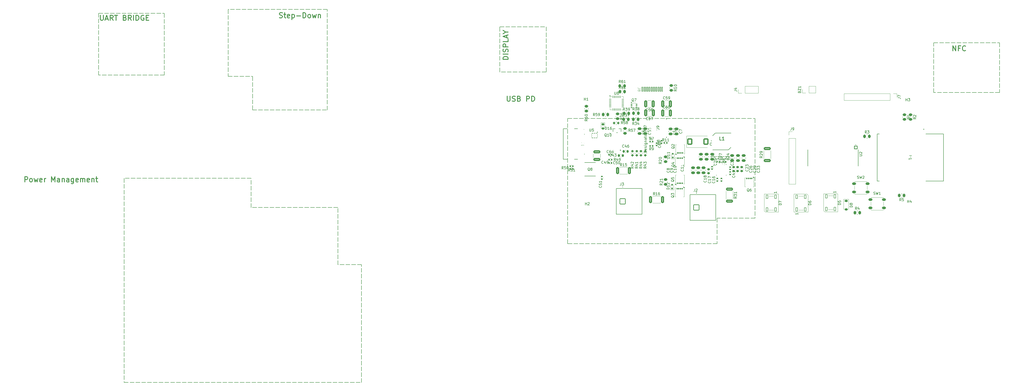
<source format=gto>
%TF.GenerationSoftware,KiCad,Pcbnew,8.0.6*%
%TF.CreationDate,2025-02-07T14:21:58-05:00*%
%TF.ProjectId,SCAN,5343414e-2e6b-4696-9361-645f70636258,v1.0*%
%TF.SameCoordinates,Original*%
%TF.FileFunction,Legend,Top*%
%TF.FilePolarity,Positive*%
%FSLAX46Y46*%
G04 Gerber Fmt 4.6, Leading zero omitted, Abs format (unit mm)*
G04 Created by KiCad (PCBNEW 8.0.6) date 2025-02-07 14:21:58*
%MOMM*%
%LPD*%
G01*
G04 APERTURE LIST*
G04 Aperture macros list*
%AMRoundRect*
0 Rectangle with rounded corners*
0 $1 Rounding radius*
0 $2 $3 $4 $5 $6 $7 $8 $9 X,Y pos of 4 corners*
0 Add a 4 corners polygon primitive as box body*
4,1,4,$2,$3,$4,$5,$6,$7,$8,$9,$2,$3,0*
0 Add four circle primitives for the rounded corners*
1,1,$1+$1,$2,$3*
1,1,$1+$1,$4,$5*
1,1,$1+$1,$6,$7*
1,1,$1+$1,$8,$9*
0 Add four rect primitives between the rounded corners*
20,1,$1+$1,$2,$3,$4,$5,0*
20,1,$1+$1,$4,$5,$6,$7,0*
20,1,$1+$1,$6,$7,$8,$9,0*
20,1,$1+$1,$8,$9,$2,$3,0*%
%AMFreePoly0*
4,1,17,1.371000,0.720000,0.950000,0.720000,0.950000,0.580000,1.370000,0.580000,1.370000,0.080000,0.950000,0.080000,0.950000,-0.080000,1.370000,-0.080000,1.370000,-0.580000,0.950000,-0.580000,0.950000,-0.720000,1.370000,-0.720000,1.370000,-1.225000,-0.950000,-1.225000,-0.950000,1.225000,1.371000,1.225000,1.371000,0.720000,1.371000,0.720000,$1*%
G04 Aperture macros list end*
%ADD10C,0.150000*%
%ADD11C,0.300000*%
%ADD12C,0.254000*%
%ADD13C,0.100000*%
%ADD14C,0.120000*%
%ADD15C,0.152400*%
%ADD16C,0.250000*%
%ADD17C,0.127000*%
%ADD18C,0.200000*%
%ADD19C,0.000000*%
%ADD20C,0.010000*%
%ADD21RoundRect,0.250000X-0.325000X-1.100000X0.325000X-1.100000X0.325000X1.100000X-0.325000X1.100000X0*%
%ADD22RoundRect,0.135000X0.135000X0.185000X-0.135000X0.185000X-0.135000X-0.185000X0.135000X-0.185000X0*%
%ADD23RoundRect,0.090000X-0.360000X0.660000X-0.360000X-0.660000X0.360000X-0.660000X0.360000X0.660000X0*%
%ADD24RoundRect,0.250000X0.450000X-0.262500X0.450000X0.262500X-0.450000X0.262500X-0.450000X-0.262500X0*%
%ADD25RoundRect,0.250000X-0.475000X0.250000X-0.475000X-0.250000X0.475000X-0.250000X0.475000X0.250000X0*%
%ADD26RoundRect,0.250000X-0.362500X-1.075000X0.362500X-1.075000X0.362500X1.075000X-0.362500X1.075000X0*%
%ADD27RoundRect,0.140000X-0.170000X0.140000X-0.170000X-0.140000X0.170000X-0.140000X0.170000X0.140000X0*%
%ADD28RoundRect,0.200000X-0.275000X0.200000X-0.275000X-0.200000X0.275000X-0.200000X0.275000X0.200000X0*%
%ADD29RoundRect,0.140000X0.140000X0.170000X-0.140000X0.170000X-0.140000X-0.170000X0.140000X-0.170000X0*%
%ADD30RoundRect,0.250000X-0.262500X-0.450000X0.262500X-0.450000X0.262500X0.450000X-0.262500X0.450000X0*%
%ADD31R,1.700000X1.700000*%
%ADD32O,1.700000X1.700000*%
%ADD33R,1.981200X0.558800*%
%ADD34RoundRect,0.135000X-0.135000X-0.185000X0.135000X-0.185000X0.135000X0.185000X-0.135000X0.185000X0*%
%ADD35RoundRect,0.125000X-0.125000X0.190000X-0.125000X-0.190000X0.125000X-0.190000X0.125000X0.190000X0*%
%ADD36FreePoly0,270.000000*%
%ADD37C,3.200000*%
%ADD38RoundRect,0.225000X-0.225000X-0.250000X0.225000X-0.250000X0.225000X0.250000X-0.225000X0.250000X0*%
%ADD39RoundRect,0.125000X0.125000X-0.190000X0.125000X0.190000X-0.125000X0.190000X-0.125000X-0.190000X0*%
%ADD40FreePoly0,90.000000*%
%ADD41RoundRect,0.225000X0.250000X-0.225000X0.250000X0.225000X-0.250000X0.225000X-0.250000X-0.225000X0*%
%ADD42RoundRect,0.200000X0.275000X-0.200000X0.275000X0.200000X-0.275000X0.200000X-0.275000X-0.200000X0*%
%ADD43R,0.750000X0.300000*%
%ADD44R,0.300000X0.750000*%
%ADD45R,2.850000X2.850000*%
%ADD46RoundRect,0.250000X-0.450000X0.262500X-0.450000X-0.262500X0.450000X-0.262500X0.450000X0.262500X0*%
%ADD47RoundRect,0.090000X0.360000X-0.660000X0.360000X0.660000X-0.360000X0.660000X-0.360000X-0.660000X0*%
%ADD48R,0.889000X1.498600*%
%ADD49R,0.812800X0.812800*%
%ADD50RoundRect,0.250000X0.475000X-0.250000X0.475000X0.250000X-0.475000X0.250000X-0.475000X-0.250000X0*%
%ADD51RoundRect,0.101600X0.175000X-0.800000X0.175000X0.800000X-0.175000X0.800000X-0.175000X-0.800000X0*%
%ADD52RoundRect,0.140000X-0.140000X-0.170000X0.140000X-0.170000X0.140000X0.170000X-0.140000X0.170000X0*%
%ADD53RoundRect,0.250000X1.075000X-0.362500X1.075000X0.362500X-1.075000X0.362500X-1.075000X-0.362500X0*%
%ADD54RoundRect,0.250000X-0.525000X-0.250000X0.525000X-0.250000X0.525000X0.250000X-0.525000X0.250000X0*%
%ADD55RoundRect,0.225000X-0.250000X0.225000X-0.250000X-0.225000X0.250000X-0.225000X0.250000X0.225000X0*%
%ADD56C,0.565313*%
%ADD57R,0.249999X0.800001*%
%ADD58R,0.249999X0.700001*%
%ADD59R,1.200000X0.249999*%
%ADD60R,1.000000X0.249999*%
%ADD61C,0.643679*%
%ADD62RoundRect,0.102000X-1.050000X-1.050000X1.050000X-1.050000X1.050000X1.050000X-1.050000X1.050000X0*%
%ADD63C,2.304000*%
%ADD64RoundRect,0.102000X-0.565000X0.565000X-0.565000X-0.565000X0.565000X-0.565000X0.565000X0.565000X0*%
%ADD65C,1.334000*%
%ADD66RoundRect,0.135000X0.185000X-0.135000X0.185000X0.135000X-0.185000X0.135000X-0.185000X-0.135000X0*%
%ADD67RoundRect,0.250000X0.262500X0.450000X-0.262500X0.450000X-0.262500X-0.450000X0.262500X-0.450000X0*%
%ADD68RoundRect,0.250000X-1.075000X0.362500X-1.075000X-0.362500X1.075000X-0.362500X1.075000X0.362500X0*%
%ADD69RoundRect,0.250000X-0.787500X-1.025000X0.787500X-1.025000X0.787500X1.025000X-0.787500X1.025000X0*%
%ADD70R,0.812800X0.889000*%
%ADD71R,1.850000X3.400000*%
%ADD72C,0.660400*%
%ADD73R,2.006600X2.159000*%
%ADD74R,1.143000X0.609600*%
%ADD75R,1.143000X0.304800*%
%ADD76RoundRect,0.150000X-0.200000X0.150000X-0.200000X-0.150000X0.200000X-0.150000X0.200000X0.150000X0*%
%ADD77RoundRect,0.062500X-0.337500X-0.062500X0.337500X-0.062500X0.337500X0.062500X-0.337500X0.062500X0*%
%ADD78RoundRect,0.062500X-0.062500X-0.337500X0.062500X-0.337500X0.062500X0.337500X-0.062500X0.337500X0*%
%ADD79R,3.350000X3.350000*%
%ADD80RoundRect,0.250000X-1.100000X0.325000X-1.100000X-0.325000X1.100000X-0.325000X1.100000X0.325000X0*%
%ADD81RoundRect,0.225000X-0.375000X0.225000X-0.375000X-0.225000X0.375000X-0.225000X0.375000X0.225000X0*%
%ADD82RoundRect,0.250000X0.325000X1.100000X-0.325000X1.100000X-0.325000X-1.100000X0.325000X-1.100000X0*%
%ADD83RoundRect,0.200000X-0.200000X-0.275000X0.200000X-0.275000X0.200000X0.275000X-0.200000X0.275000X0*%
%ADD84RoundRect,0.218750X-0.256250X0.218750X-0.256250X-0.218750X0.256250X-0.218750X0.256250X0.218750X0*%
%ADD85RoundRect,0.100000X-0.225000X-0.100000X0.225000X-0.100000X0.225000X0.100000X-0.225000X0.100000X0*%
%ADD86RoundRect,0.093750X-0.106250X0.093750X-0.106250X-0.093750X0.106250X-0.093750X0.106250X0.093750X0*%
%ADD87R,1.600000X1.000000*%
G04 APERTURE END LIST*
D10*
X-124262500Y-41870000D02*
X-122612500Y-41870000D01*
X-122012500Y-41870000D02*
X-120362500Y-41870000D01*
X-119762500Y-41870000D02*
X-118112500Y-41870000D01*
X-117512500Y-41870000D02*
X-115862500Y-41870000D01*
X-115262500Y-41870000D02*
X-113612500Y-41870000D01*
X-113012500Y-41870000D02*
X-111362500Y-41870000D01*
X-110762500Y-41870000D02*
X-109112500Y-41870000D01*
X-108512500Y-41870000D02*
X-106862500Y-41870000D01*
X-106262500Y-41870000D02*
X-104612500Y-41870000D01*
X-104012500Y-41870000D02*
X-102362500Y-41870000D01*
X-101762500Y-41870000D02*
X-100112500Y-41870000D01*
X-99512500Y-41870000D02*
X-98762500Y-41870000D01*
X-98762500Y-41870000D02*
X-98762500Y-43520000D01*
X-98762500Y-44120000D02*
X-98762500Y-45770000D01*
X-98762500Y-46370000D02*
X-98762500Y-48020000D01*
X-98762500Y-48620000D02*
X-98762500Y-50270000D01*
X-98762500Y-50870000D02*
X-98762500Y-52520000D01*
X-98762500Y-53120000D02*
X-98762500Y-54770000D01*
X-98762500Y-55370000D02*
X-98762500Y-57020000D01*
X-98762500Y-57620000D02*
X-98762500Y-59270000D01*
X-98762500Y-59870000D02*
X-98762500Y-61520000D01*
X-98762500Y-62120000D02*
X-98762500Y-63770000D01*
X-98762500Y-64370000D02*
X-98762500Y-65870000D01*
X-98762500Y-65870000D02*
X-100412500Y-65870000D01*
X-101012500Y-65870000D02*
X-102662500Y-65870000D01*
X-103262500Y-65870000D02*
X-104912500Y-65870000D01*
X-105512500Y-65870000D02*
X-107162500Y-65870000D01*
X-107762500Y-65870000D02*
X-109412500Y-65870000D01*
X-110012500Y-65870000D02*
X-111662500Y-65870000D01*
X-112262500Y-65870000D02*
X-113912500Y-65870000D01*
X-114512500Y-65870000D02*
X-116162500Y-65870000D01*
X-116762500Y-65870000D02*
X-118412500Y-65870000D01*
X-119012500Y-65870000D02*
X-120662500Y-65870000D01*
X-121262500Y-65870000D02*
X-122912500Y-65870000D01*
X-123512500Y-65870000D02*
X-124262500Y-65870000D01*
X-124262500Y-65870000D02*
X-124262500Y-64220000D01*
X-124262500Y-63620000D02*
X-124262500Y-61970000D01*
X-124262500Y-61370000D02*
X-124262500Y-59720000D01*
X-124262500Y-59120000D02*
X-124262500Y-57470000D01*
X-124262500Y-56870000D02*
X-124262500Y-55220000D01*
X-124262500Y-54620000D02*
X-124262500Y-52970000D01*
X-124262500Y-52370000D02*
X-124262500Y-50720000D01*
X-124262500Y-50120000D02*
X-124262500Y-48470000D01*
X-124262500Y-47870000D02*
X-124262500Y-46220000D01*
X-124262500Y-45620000D02*
X-124262500Y-43970000D01*
X-124262500Y-43370000D02*
X-124262500Y-41870000D01*
X199810000Y-53300000D02*
X201460000Y-53300000D01*
X202060000Y-53300000D02*
X203710000Y-53300000D01*
X204310000Y-53300000D02*
X205960000Y-53300000D01*
X206560000Y-53300000D02*
X208210000Y-53300000D01*
X208810000Y-53300000D02*
X210460000Y-53300000D01*
X211060000Y-53300000D02*
X212710000Y-53300000D01*
X213310000Y-53300000D02*
X214960000Y-53300000D01*
X215560000Y-53300000D02*
X217210000Y-53300000D01*
X217810000Y-53300000D02*
X219460000Y-53300000D01*
X220060000Y-53300000D02*
X221710000Y-53300000D01*
X222310000Y-53300000D02*
X223960000Y-53300000D01*
X224560000Y-53300000D02*
X225370000Y-53300000D01*
X225370000Y-53300000D02*
X225370000Y-54950000D01*
X225370000Y-55550000D02*
X225370000Y-57200000D01*
X225370000Y-57800000D02*
X225370000Y-59450000D01*
X225370000Y-60050000D02*
X225370000Y-61700000D01*
X225370000Y-62300000D02*
X225370000Y-63950000D01*
X225370000Y-64550000D02*
X225370000Y-66200000D01*
X225370000Y-66800000D02*
X225370000Y-68450000D01*
X225370000Y-69050000D02*
X225370000Y-70700000D01*
X225370000Y-71300000D02*
X225370000Y-72630000D01*
X225370000Y-72630000D02*
X223720000Y-72630000D01*
X223120000Y-72630000D02*
X221470000Y-72630000D01*
X220870000Y-72630000D02*
X219220000Y-72630000D01*
X218620000Y-72630000D02*
X216970000Y-72630000D01*
X216370000Y-72630000D02*
X214720000Y-72630000D01*
X214120000Y-72630000D02*
X212470000Y-72630000D01*
X211870000Y-72630000D02*
X210220000Y-72630000D01*
X209620000Y-72630000D02*
X207970000Y-72630000D01*
X207370000Y-72630000D02*
X205720000Y-72630000D01*
X205120000Y-72630000D02*
X203470000Y-72630000D01*
X202870000Y-72630000D02*
X201220000Y-72630000D01*
X200620000Y-72630000D02*
X199810000Y-72630000D01*
X199810000Y-72630000D02*
X199810000Y-70980000D01*
X199810000Y-70380000D02*
X199810000Y-68730000D01*
X199810000Y-68130000D02*
X199810000Y-66480000D01*
X199810000Y-65880000D02*
X199810000Y-64230000D01*
X199810000Y-63630000D02*
X199810000Y-61980000D01*
X199810000Y-61380000D02*
X199810000Y-59730000D01*
X199810000Y-59130000D02*
X199810000Y-57480000D01*
X199810000Y-56880000D02*
X199810000Y-55230000D01*
X199810000Y-54630000D02*
X199810000Y-53300000D01*
X57760000Y-82720000D02*
X59410000Y-82720000D01*
X60010000Y-82720000D02*
X61660000Y-82720000D01*
X62260000Y-82720000D02*
X63910000Y-82720000D01*
X64510000Y-82720000D02*
X66160000Y-82720000D01*
X66760000Y-82720000D02*
X68410000Y-82720000D01*
X69010000Y-82720000D02*
X70660000Y-82720000D01*
X71260000Y-82720000D02*
X72910000Y-82720000D01*
X73510000Y-82720000D02*
X75160000Y-82720000D01*
X75760000Y-82720000D02*
X77410000Y-82720000D01*
X78010000Y-82720000D02*
X79660000Y-82720000D01*
X80260000Y-82720000D02*
X81910000Y-82720000D01*
X82510000Y-82720000D02*
X84160000Y-82720000D01*
X84760000Y-82720000D02*
X86410000Y-82720000D01*
X87010000Y-82720000D02*
X88660000Y-82720000D01*
X89260000Y-82720000D02*
X90910000Y-82720000D01*
X91510000Y-82720000D02*
X93160000Y-82720000D01*
X93760000Y-82720000D02*
X95410000Y-82720000D01*
X96010000Y-82720000D02*
X97660000Y-82720000D01*
X98260000Y-82720000D02*
X99910000Y-82720000D01*
X100510000Y-82720000D02*
X102160000Y-82720000D01*
X102760000Y-82720000D02*
X104410000Y-82720000D01*
X105010000Y-82720000D02*
X106660000Y-82720000D01*
X107260000Y-82720000D02*
X108910000Y-82720000D01*
X109510000Y-82720000D02*
X111160000Y-82720000D01*
X111760000Y-82720000D02*
X113410000Y-82720000D01*
X114010000Y-82720000D02*
X115660000Y-82720000D01*
X116260000Y-82720000D02*
X117910000Y-82720000D01*
X118510000Y-82720000D02*
X120160000Y-82720000D01*
X120760000Y-82720000D02*
X122410000Y-82720000D01*
X123010000Y-82720000D02*
X124660000Y-82720000D01*
X125260000Y-82720000D02*
X126910000Y-82720000D01*
X127510000Y-82720000D02*
X129160000Y-82720000D01*
X129760000Y-82720000D02*
X130480000Y-82720000D01*
X130480000Y-82720000D02*
X130480000Y-84370000D01*
X130480000Y-84970000D02*
X130480000Y-86620000D01*
X130480000Y-87220000D02*
X130480000Y-88870000D01*
X130480000Y-89470000D02*
X130480000Y-91120000D01*
X130480000Y-91720000D02*
X130480000Y-93370000D01*
X130480000Y-93970000D02*
X130480000Y-95620000D01*
X130480000Y-96220000D02*
X130480000Y-97870000D01*
X130480000Y-98470000D02*
X130480000Y-100120000D01*
X130480000Y-100720000D02*
X130480000Y-102370000D01*
X130480000Y-102970000D02*
X130480000Y-104620000D01*
X130480000Y-105220000D02*
X130480000Y-106870000D01*
X130480000Y-107470000D02*
X130480000Y-109120000D01*
X130480000Y-109720000D02*
X130480000Y-111370000D01*
X130480000Y-111970000D02*
X130480000Y-113620000D01*
X130480000Y-114220000D02*
X130480000Y-115870000D01*
X130480000Y-116470000D02*
X130480000Y-118120000D01*
X130480000Y-118720000D02*
X130480000Y-120370000D01*
X130480000Y-120970000D02*
X130480000Y-121360000D01*
X130480000Y-121360000D02*
X128830000Y-121360000D01*
X128230000Y-121360000D02*
X126580000Y-121360000D01*
X125980000Y-121360000D02*
X124330000Y-121360000D01*
X123730000Y-121360000D02*
X122080000Y-121360000D01*
X121480000Y-121360000D02*
X119830000Y-121360000D01*
X119230000Y-121360000D02*
X117580000Y-121360000D01*
X116980000Y-121360000D02*
X115750000Y-121360000D01*
X115750000Y-121360000D02*
X115750000Y-123010000D01*
X115750000Y-123610000D02*
X115750000Y-125260000D01*
X115750000Y-125860000D02*
X115750000Y-127510000D01*
X115750000Y-128110000D02*
X115750000Y-129760000D01*
X115750000Y-130360000D02*
X115750000Y-131240000D01*
X115750000Y-131240000D02*
X114100000Y-131240000D01*
X113500000Y-131240000D02*
X111850000Y-131240000D01*
X111250000Y-131240000D02*
X109600000Y-131240000D01*
X109000000Y-131240000D02*
X107350000Y-131240000D01*
X106750000Y-131240000D02*
X105100000Y-131240000D01*
X104500000Y-131240000D02*
X102850000Y-131240000D01*
X102250000Y-131240000D02*
X100600000Y-131240000D01*
X100000000Y-131240000D02*
X98350000Y-131240000D01*
X97750000Y-131240000D02*
X96100000Y-131240000D01*
X95500000Y-131240000D02*
X93850000Y-131240000D01*
X93250000Y-131240000D02*
X91600000Y-131240000D01*
X91000000Y-131240000D02*
X89350000Y-131240000D01*
X88750000Y-131240000D02*
X87100000Y-131240000D01*
X86500000Y-131240000D02*
X84850000Y-131240000D01*
X84250000Y-131240000D02*
X82600000Y-131240000D01*
X82000000Y-131240000D02*
X80350000Y-131240000D01*
X79750000Y-131240000D02*
X78100000Y-131240000D01*
X77500000Y-131240000D02*
X75850000Y-131240000D01*
X75250000Y-131240000D02*
X73600000Y-131240000D01*
X73000000Y-131240000D02*
X71350000Y-131240000D01*
X70750000Y-131240000D02*
X69100000Y-131240000D01*
X68500000Y-131240000D02*
X66850000Y-131240000D01*
X66250000Y-131240000D02*
X64600000Y-131240000D01*
X64000000Y-131240000D02*
X62350000Y-131240000D01*
X61750000Y-131240000D02*
X60100000Y-131240000D01*
X59500000Y-131240000D02*
X57850000Y-131240000D01*
X57760000Y-131240000D02*
X57760000Y-129590000D01*
X57760000Y-128990000D02*
X57760000Y-127340000D01*
X57760000Y-126740000D02*
X57760000Y-125090000D01*
X57760000Y-124490000D02*
X57760000Y-122840000D01*
X57760000Y-122240000D02*
X57760000Y-120590000D01*
X57760000Y-119990000D02*
X57760000Y-118340000D01*
X57760000Y-117740000D02*
X57760000Y-116090000D01*
X57760000Y-115490000D02*
X57760000Y-113840000D01*
X57760000Y-113240000D02*
X57760000Y-111590000D01*
X57760000Y-110990000D02*
X57760000Y-109340000D01*
X57760000Y-108740000D02*
X57760000Y-107090000D01*
X57760000Y-106490000D02*
X57760000Y-104840000D01*
X57760000Y-104240000D02*
X57760000Y-102590000D01*
X57760000Y-101990000D02*
X57760000Y-100340000D01*
X57760000Y-99740000D02*
X57760000Y-98090000D01*
X57760000Y-97490000D02*
X57760000Y-95840000D01*
X57760000Y-95240000D02*
X57760000Y-93590000D01*
X57760000Y-92990000D02*
X57760000Y-91340000D01*
X57760000Y-90740000D02*
X57760000Y-89090000D01*
X57760000Y-88490000D02*
X57760000Y-86840000D01*
X57760000Y-86240000D02*
X57760000Y-84590000D01*
X57760000Y-83990000D02*
X57760000Y-82720000D01*
X-22228334Y-185152500D02*
X-22228334Y-183502500D01*
X-22228334Y-182902500D02*
X-22228334Y-181252500D01*
X-22228334Y-180652500D02*
X-22228334Y-179002500D01*
X-22228334Y-178402500D02*
X-22228334Y-176752500D01*
X-22228334Y-176152500D02*
X-22228334Y-174502500D01*
X-22228334Y-173902500D02*
X-22228334Y-172252500D01*
X-22228334Y-171652500D02*
X-22228334Y-170002500D01*
X-22228334Y-169402500D02*
X-22228334Y-167752500D01*
X-22228334Y-167152500D02*
X-22228334Y-165502500D01*
X-22228334Y-164902500D02*
X-22228334Y-163252500D01*
X-22228334Y-162652500D02*
X-22228334Y-161002500D01*
X-22228334Y-160402500D02*
X-22228334Y-158752500D01*
X-22228334Y-158152500D02*
X-22228334Y-156502500D01*
X-22228334Y-155902500D02*
X-22228334Y-154252500D01*
X-22228334Y-153652500D02*
X-22228334Y-152002500D01*
X-22228334Y-151402500D02*
X-22228334Y-149752500D01*
X-22228334Y-149152500D02*
X-22228334Y-147502500D01*
X-22228334Y-146902500D02*
X-22228334Y-145252500D01*
X-22228334Y-144652500D02*
X-22228334Y-143002500D01*
X-22228334Y-142402500D02*
X-22228334Y-140752500D01*
X-22228334Y-140152500D02*
X-22228334Y-139432500D01*
X-22228334Y-139432500D02*
X-23878334Y-139432500D01*
X-24478334Y-139432500D02*
X-26128334Y-139432500D01*
X-26728334Y-139432500D02*
X-28378334Y-139432500D01*
X-28978334Y-139432500D02*
X-30628334Y-139432500D01*
X-31228334Y-139432500D02*
X-31438334Y-139432500D01*
X-31438334Y-139432500D02*
X-31438334Y-137782500D01*
X-31438334Y-137182500D02*
X-31438334Y-135532500D01*
X-31438334Y-134932500D02*
X-31438334Y-133282500D01*
X-31438334Y-132682500D02*
X-31438334Y-131032500D01*
X-31438334Y-130432500D02*
X-31438334Y-128782500D01*
X-31438334Y-128182500D02*
X-31438334Y-126532500D01*
X-31438334Y-125932500D02*
X-31438334Y-124282500D01*
X-31438334Y-123682500D02*
X-31438334Y-122032500D01*
X-31438334Y-121432500D02*
X-31438334Y-119782500D01*
X-31438334Y-119182500D02*
X-31438334Y-117532500D01*
X-31438334Y-117252500D02*
X-33088334Y-117252500D01*
X-33688334Y-117252500D02*
X-35338334Y-117252500D01*
X-35938334Y-117252500D02*
X-37588334Y-117252500D01*
X-38188334Y-117252500D02*
X-39838334Y-117252500D01*
X-40438334Y-117252500D02*
X-42088334Y-117252500D01*
X-42688334Y-117252500D02*
X-44338334Y-117252500D01*
X-44938334Y-117252500D02*
X-46588334Y-117252500D01*
X-47188334Y-117252500D02*
X-48838334Y-117252500D01*
X-49438334Y-117252500D02*
X-51088334Y-117252500D01*
X-51688334Y-117252500D02*
X-53338334Y-117252500D01*
X-53938334Y-117252500D02*
X-55588334Y-117252500D01*
X-56188334Y-117252500D02*
X-57838334Y-117252500D01*
X-58438334Y-117252500D02*
X-60088334Y-117252500D01*
X-60688334Y-117252500D02*
X-62338334Y-117252500D01*
X-62938334Y-117252500D02*
X-64588334Y-117252500D01*
X-65088334Y-117252500D02*
X-65088334Y-115602500D01*
X-65088334Y-115002500D02*
X-65088334Y-113352500D01*
X-65088334Y-112752500D02*
X-65088334Y-111102500D01*
X-65088334Y-110502500D02*
X-65088334Y-108852500D01*
X-65088334Y-108252500D02*
X-65088334Y-106602500D01*
X-65088334Y-106002500D02*
X-65088334Y-105912500D01*
X-65088334Y-105912500D02*
X-66738334Y-105912500D01*
X-67338334Y-105912500D02*
X-68988334Y-105912500D01*
X-69588334Y-105912500D02*
X-71238334Y-105912500D01*
X-71838334Y-105912500D02*
X-73488334Y-105912500D01*
X-74088334Y-105912500D02*
X-75738334Y-105912500D01*
X-76338334Y-105912500D02*
X-77988334Y-105912500D01*
X-78588334Y-105912500D02*
X-80238334Y-105912500D01*
X-80838334Y-105912500D02*
X-82488334Y-105912500D01*
X-83088334Y-105912500D02*
X-84738334Y-105912500D01*
X-85338334Y-105912500D02*
X-86988334Y-105912500D01*
X-87588334Y-105912500D02*
X-89238334Y-105912500D01*
X-89838334Y-105912500D02*
X-91488334Y-105912500D01*
X-92088334Y-105912500D02*
X-93738334Y-105912500D01*
X-94338334Y-105912500D02*
X-95988334Y-105912500D01*
X-96588334Y-105912500D02*
X-98238334Y-105912500D01*
X-98838334Y-105912500D02*
X-100488334Y-105912500D01*
X-101088334Y-105912500D02*
X-102738334Y-105912500D01*
X-103338334Y-105912500D02*
X-104988334Y-105912500D01*
X-105588334Y-105912500D02*
X-107238334Y-105912500D01*
X-107838334Y-105912500D02*
X-109488334Y-105912500D01*
X-110088334Y-105912500D02*
X-111738334Y-105912500D01*
X-112338334Y-105912500D02*
X-113988334Y-105912500D01*
X-114341709Y-105912500D02*
X-114342610Y-107562500D01*
X-114342937Y-108162500D02*
X-114343838Y-109812499D01*
X-114344166Y-110412499D02*
X-114345067Y-112062499D01*
X-114345394Y-112662499D02*
X-114346295Y-114312499D01*
X-114346623Y-114912499D02*
X-114347523Y-116562498D01*
X-114347851Y-117162498D02*
X-114348752Y-118812498D01*
X-114349079Y-119412498D02*
X-114349980Y-121062498D01*
X-114350308Y-121662498D02*
X-114351209Y-123312497D01*
X-114351536Y-123912497D02*
X-114352437Y-125562497D01*
X-114352765Y-126162497D02*
X-114353666Y-127812497D01*
X-114353993Y-128412497D02*
X-114354894Y-130062496D01*
X-114355222Y-130662496D02*
X-114356122Y-132312496D01*
X-114356450Y-132912496D02*
X-114357351Y-134562496D01*
X-114357678Y-135162496D02*
X-114358579Y-136812495D01*
X-114358907Y-137412495D02*
X-114359808Y-139062495D01*
X-114360135Y-139662495D02*
X-114361036Y-141312495D01*
X-114361364Y-141912495D02*
X-114362264Y-143562494D01*
X-114362592Y-144162494D02*
X-114363493Y-145812494D01*
X-114363820Y-146412494D02*
X-114364721Y-148062494D01*
X-114365049Y-148662494D02*
X-114365950Y-150312493D01*
X-114366277Y-150912493D02*
X-114367178Y-152562493D01*
X-114367506Y-153162493D02*
X-114368407Y-154812493D01*
X-114368734Y-155412493D02*
X-114369635Y-157062492D01*
X-114369963Y-157662492D02*
X-114370863Y-159312492D01*
X-114371191Y-159912492D02*
X-114372092Y-161562492D01*
X-114372419Y-162162492D02*
X-114373320Y-163812491D01*
X-114373648Y-164412491D02*
X-114374549Y-166062491D01*
X-114374876Y-166662491D02*
X-114375777Y-168312491D01*
X-114376105Y-168912491D02*
X-114377005Y-170562490D01*
X-114377333Y-171162490D02*
X-114378234Y-172812490D01*
X-114378561Y-173412490D02*
X-114379462Y-175062490D01*
X-114379790Y-175662490D02*
X-114380691Y-177312489D01*
X-114381018Y-177912489D02*
X-114381919Y-179562489D01*
X-114382247Y-180162489D02*
X-114383147Y-181812489D01*
X-114383475Y-182412489D02*
X-114384376Y-184062488D01*
X-114384703Y-184662488D02*
X-114384970Y-185152500D01*
X-114384971Y-185152500D02*
X-112734971Y-185152500D01*
X-112134971Y-185152500D02*
X-110484971Y-185152500D01*
X-109884971Y-185152500D02*
X-108234971Y-185152500D01*
X-107634971Y-185152500D02*
X-105984971Y-185152500D01*
X-105384971Y-185152500D02*
X-103734971Y-185152500D01*
X-103134971Y-185152500D02*
X-101484971Y-185152500D01*
X-100884971Y-185152500D02*
X-99234971Y-185152500D01*
X-98634971Y-185152500D02*
X-96984971Y-185152500D01*
X-96384971Y-185152500D02*
X-94734971Y-185152500D01*
X-94134971Y-185152500D02*
X-92484971Y-185152500D01*
X-91884971Y-185152500D02*
X-90234971Y-185152500D01*
X-89634971Y-185152500D02*
X-87984971Y-185152500D01*
X-87384971Y-185152500D02*
X-85734971Y-185152500D01*
X-85134971Y-185152500D02*
X-83484971Y-185152500D01*
X-82884971Y-185152500D02*
X-81234971Y-185152500D01*
X-80634971Y-185152500D02*
X-78984971Y-185152500D01*
X-78384971Y-185152500D02*
X-76734971Y-185152500D01*
X-76134971Y-185152500D02*
X-74484971Y-185152500D01*
X-73884971Y-185152500D02*
X-72234971Y-185152500D01*
X-71634971Y-185152500D02*
X-69984971Y-185152500D01*
X-69384971Y-185152500D02*
X-67734971Y-185152500D01*
X-67134971Y-185152500D02*
X-65484971Y-185152500D01*
X-64884971Y-185152500D02*
X-63234971Y-185152500D01*
X-62634971Y-185152500D02*
X-60984971Y-185152500D01*
X-60384971Y-185152500D02*
X-58734971Y-185152500D01*
X-58134971Y-185152500D02*
X-56484971Y-185152500D01*
X-55884971Y-185152500D02*
X-54234971Y-185152500D01*
X-53634971Y-185152500D02*
X-51984971Y-185152500D01*
X-51384971Y-185152500D02*
X-49734971Y-185152500D01*
X-49134971Y-185152500D02*
X-47484971Y-185152500D01*
X-46884971Y-185152500D02*
X-45234971Y-185152500D01*
X-44634971Y-185152500D02*
X-42984971Y-185152500D01*
X-42384971Y-185152500D02*
X-40734971Y-185152500D01*
X-40134971Y-185152500D02*
X-38484971Y-185152500D01*
X-37884971Y-185152500D02*
X-36234971Y-185152500D01*
X-35634971Y-185152500D02*
X-33984971Y-185152500D01*
X-33384971Y-185152500D02*
X-31734971Y-185152500D01*
X-31134971Y-185152500D02*
X-29484971Y-185152500D01*
X-28884971Y-185152500D02*
X-27234971Y-185152500D01*
X-26634971Y-185152500D02*
X-24984971Y-185152500D01*
X-24384971Y-185152500D02*
X-22734971Y-185152500D01*
X31430000Y-47110000D02*
X33080000Y-47110000D01*
X33680000Y-47110000D02*
X35330000Y-47110000D01*
X35930000Y-47110000D02*
X37580000Y-47110000D01*
X38180000Y-47110000D02*
X39830000Y-47110000D01*
X40430000Y-47110000D02*
X42080000Y-47110000D01*
X42680000Y-47110000D02*
X44330000Y-47110000D01*
X44930000Y-47110000D02*
X46580000Y-47110000D01*
X47180000Y-47110000D02*
X48830000Y-47110000D01*
X49430000Y-47110000D02*
X49430000Y-47110000D01*
X49430000Y-47110000D02*
X49430000Y-48760000D01*
X49430000Y-49360000D02*
X49430000Y-51010000D01*
X49430000Y-51610000D02*
X49430000Y-53260000D01*
X49430000Y-53860000D02*
X49430000Y-55510000D01*
X49430000Y-56110000D02*
X49430000Y-57760000D01*
X49430000Y-58360000D02*
X49430000Y-60010000D01*
X49430000Y-60610000D02*
X49430000Y-62260000D01*
X49430000Y-62860000D02*
X49430000Y-64510000D01*
X49430000Y-64610000D02*
X47780000Y-64610000D01*
X47180000Y-64610000D02*
X45530000Y-64610000D01*
X44930000Y-64610000D02*
X43280000Y-64610000D01*
X42680000Y-64610000D02*
X41030000Y-64610000D01*
X40430000Y-64610000D02*
X38780000Y-64610000D01*
X38180000Y-64610000D02*
X36530000Y-64610000D01*
X35930000Y-64610000D02*
X34280000Y-64610000D01*
X33680000Y-64610000D02*
X32030000Y-64610000D01*
X31430000Y-64610000D02*
X31430000Y-64610000D01*
X31430000Y-64610000D02*
X31430000Y-62960000D01*
X31430000Y-62360000D02*
X31430000Y-60710000D01*
X31430000Y-60110000D02*
X31430000Y-58460000D01*
X31430000Y-57860000D02*
X31430000Y-56210000D01*
X31430000Y-55610000D02*
X31430000Y-53960000D01*
X31430000Y-53360000D02*
X31430000Y-51710000D01*
X31430000Y-51110000D02*
X31430000Y-49460000D01*
X31430000Y-48860000D02*
X31430000Y-47210000D01*
X-35520500Y-40380000D02*
X-37170500Y-40380000D01*
X-37770500Y-40380000D02*
X-39420500Y-40380000D01*
X-40020500Y-40380000D02*
X-41670500Y-40380000D01*
X-42270500Y-40380000D02*
X-43920500Y-40380000D01*
X-44520500Y-40380000D02*
X-46170500Y-40380000D01*
X-46770500Y-40380000D02*
X-48420500Y-40380000D01*
X-49020500Y-40380000D02*
X-50670500Y-40380000D01*
X-51270500Y-40380000D02*
X-52920500Y-40380000D01*
X-53520500Y-40380000D02*
X-55170500Y-40380000D01*
X-55770500Y-40380000D02*
X-57420500Y-40380000D01*
X-58020500Y-40380000D02*
X-59670500Y-40380000D01*
X-60270500Y-40380000D02*
X-61920500Y-40380000D01*
X-62520500Y-40380000D02*
X-64170500Y-40380000D01*
X-64770500Y-40380000D02*
X-66420500Y-40380000D01*
X-67020500Y-40380000D02*
X-68670500Y-40380000D01*
X-69270500Y-40380000D02*
X-70920500Y-40380000D01*
X-71520500Y-40380000D02*
X-73170500Y-40380000D01*
X-73770500Y-40380000D02*
X-74020500Y-40380000D01*
X-74020500Y-40380000D02*
X-74020500Y-42030000D01*
X-74020500Y-42630000D02*
X-74020500Y-44280000D01*
X-74020500Y-44880000D02*
X-74020500Y-46530000D01*
X-74020500Y-47130000D02*
X-74020500Y-48780000D01*
X-74020500Y-49380000D02*
X-74020500Y-51030000D01*
X-74020500Y-51630000D02*
X-74020500Y-53280000D01*
X-74020500Y-53880000D02*
X-74020500Y-55530000D01*
X-74020500Y-56130000D02*
X-74020500Y-57780000D01*
X-74020500Y-58380000D02*
X-74020500Y-60030000D01*
X-74020500Y-60630000D02*
X-74020500Y-62280000D01*
X-74020500Y-62880000D02*
X-74020500Y-64530000D01*
X-74020500Y-65130000D02*
X-74020500Y-66380000D01*
X-74020500Y-66380000D02*
X-72370500Y-66380000D01*
X-71770500Y-66380000D02*
X-70120500Y-66380000D01*
X-69520500Y-66380000D02*
X-67870500Y-66380000D01*
X-67270500Y-66380000D02*
X-65620500Y-66380000D01*
X-65020500Y-66380000D02*
X-64520500Y-66380000D01*
X-64520500Y-66380000D02*
X-64520500Y-68030000D01*
X-64520500Y-68630000D02*
X-64520500Y-70280000D01*
X-64520500Y-70880000D02*
X-64520500Y-72530000D01*
X-64520500Y-73130000D02*
X-64520500Y-74780000D01*
X-64520500Y-75380000D02*
X-64520500Y-77030000D01*
X-64520500Y-77630000D02*
X-64520500Y-79280000D01*
X-64520500Y-79380000D02*
X-62870500Y-79380000D01*
X-62270500Y-79380000D02*
X-60620500Y-79380000D01*
X-60020500Y-79380000D02*
X-58370500Y-79380000D01*
X-57770500Y-79380000D02*
X-56120500Y-79380000D01*
X-55520500Y-79380000D02*
X-53870500Y-79380000D01*
X-53270500Y-79380000D02*
X-51620500Y-79380000D01*
X-51020500Y-79380000D02*
X-49370500Y-79380000D01*
X-48770500Y-79380000D02*
X-47120500Y-79380000D01*
X-46520500Y-79380000D02*
X-44870500Y-79380000D01*
X-44270500Y-79380000D02*
X-42620500Y-79380000D01*
X-42020500Y-79380000D02*
X-40370500Y-79380000D01*
X-39770500Y-79380000D02*
X-38120500Y-79380000D01*
X-37520500Y-79380000D02*
X-35870500Y-79380000D01*
X-35520500Y-79380000D02*
X-35520500Y-77730000D01*
X-35520500Y-77130000D02*
X-35520500Y-75480000D01*
X-35520500Y-74880000D02*
X-35520500Y-73230000D01*
X-35520500Y-72630000D02*
X-35520500Y-70980000D01*
X-35520500Y-70380000D02*
X-35520500Y-68730000D01*
X-35520500Y-68130000D02*
X-35520500Y-66480000D01*
X-35520500Y-65880000D02*
X-35520500Y-64230000D01*
X-35520500Y-63630000D02*
X-35520500Y-61980000D01*
X-35520500Y-61380000D02*
X-35520500Y-59730000D01*
X-35520500Y-59130000D02*
X-35520500Y-57480000D01*
X-35520500Y-56880000D02*
X-35520500Y-55230000D01*
X-35520500Y-54630000D02*
X-35520500Y-52980000D01*
X-35520500Y-52380000D02*
X-35520500Y-50730000D01*
X-35520500Y-50130000D02*
X-35520500Y-48480000D01*
X-35520500Y-47880000D02*
X-35520500Y-46230000D01*
X-35520500Y-45630000D02*
X-35520500Y-43980000D01*
X-35520500Y-43380000D02*
X-35520500Y-41730000D01*
X-35520500Y-41130000D02*
X-35520500Y-40380000D01*
D11*
X34669638Y-59735940D02*
X32669638Y-59735940D01*
X32669638Y-59735940D02*
X32669638Y-59259750D01*
X32669638Y-59259750D02*
X32764876Y-58974035D01*
X32764876Y-58974035D02*
X32955352Y-58783559D01*
X32955352Y-58783559D02*
X33145828Y-58688321D01*
X33145828Y-58688321D02*
X33526780Y-58593083D01*
X33526780Y-58593083D02*
X33812495Y-58593083D01*
X33812495Y-58593083D02*
X34193447Y-58688321D01*
X34193447Y-58688321D02*
X34383923Y-58783559D01*
X34383923Y-58783559D02*
X34574400Y-58974035D01*
X34574400Y-58974035D02*
X34669638Y-59259750D01*
X34669638Y-59259750D02*
X34669638Y-59735940D01*
X34669638Y-57735940D02*
X32669638Y-57735940D01*
X34574400Y-56878797D02*
X34669638Y-56593083D01*
X34669638Y-56593083D02*
X34669638Y-56116892D01*
X34669638Y-56116892D02*
X34574400Y-55926416D01*
X34574400Y-55926416D02*
X34479161Y-55831178D01*
X34479161Y-55831178D02*
X34288685Y-55735940D01*
X34288685Y-55735940D02*
X34098209Y-55735940D01*
X34098209Y-55735940D02*
X33907733Y-55831178D01*
X33907733Y-55831178D02*
X33812495Y-55926416D01*
X33812495Y-55926416D02*
X33717257Y-56116892D01*
X33717257Y-56116892D02*
X33622019Y-56497845D01*
X33622019Y-56497845D02*
X33526780Y-56688321D01*
X33526780Y-56688321D02*
X33431542Y-56783559D01*
X33431542Y-56783559D02*
X33241066Y-56878797D01*
X33241066Y-56878797D02*
X33050590Y-56878797D01*
X33050590Y-56878797D02*
X32860114Y-56783559D01*
X32860114Y-56783559D02*
X32764876Y-56688321D01*
X32764876Y-56688321D02*
X32669638Y-56497845D01*
X32669638Y-56497845D02*
X32669638Y-56021654D01*
X32669638Y-56021654D02*
X32764876Y-55735940D01*
X34669638Y-54878797D02*
X32669638Y-54878797D01*
X32669638Y-54878797D02*
X32669638Y-54116892D01*
X32669638Y-54116892D02*
X32764876Y-53926416D01*
X32764876Y-53926416D02*
X32860114Y-53831178D01*
X32860114Y-53831178D02*
X33050590Y-53735940D01*
X33050590Y-53735940D02*
X33336304Y-53735940D01*
X33336304Y-53735940D02*
X33526780Y-53831178D01*
X33526780Y-53831178D02*
X33622019Y-53926416D01*
X33622019Y-53926416D02*
X33717257Y-54116892D01*
X33717257Y-54116892D02*
X33717257Y-54878797D01*
X34669638Y-51926416D02*
X34669638Y-52878797D01*
X34669638Y-52878797D02*
X32669638Y-52878797D01*
X34098209Y-51354987D02*
X34098209Y-50402606D01*
X34669638Y-51545463D02*
X32669638Y-50878797D01*
X32669638Y-50878797D02*
X34669638Y-50212130D01*
X33717257Y-49164511D02*
X34669638Y-49164511D01*
X32669638Y-49831177D02*
X33717257Y-49164511D01*
X33717257Y-49164511D02*
X32669638Y-48497844D01*
X34265012Y-74019638D02*
X34265012Y-75638685D01*
X34265012Y-75638685D02*
X34360250Y-75829161D01*
X34360250Y-75829161D02*
X34455488Y-75924400D01*
X34455488Y-75924400D02*
X34645964Y-76019638D01*
X34645964Y-76019638D02*
X35026917Y-76019638D01*
X35026917Y-76019638D02*
X35217393Y-75924400D01*
X35217393Y-75924400D02*
X35312631Y-75829161D01*
X35312631Y-75829161D02*
X35407869Y-75638685D01*
X35407869Y-75638685D02*
X35407869Y-74019638D01*
X36265012Y-75924400D02*
X36550726Y-76019638D01*
X36550726Y-76019638D02*
X37026917Y-76019638D01*
X37026917Y-76019638D02*
X37217393Y-75924400D01*
X37217393Y-75924400D02*
X37312631Y-75829161D01*
X37312631Y-75829161D02*
X37407869Y-75638685D01*
X37407869Y-75638685D02*
X37407869Y-75448209D01*
X37407869Y-75448209D02*
X37312631Y-75257733D01*
X37312631Y-75257733D02*
X37217393Y-75162495D01*
X37217393Y-75162495D02*
X37026917Y-75067257D01*
X37026917Y-75067257D02*
X36645964Y-74972019D01*
X36645964Y-74972019D02*
X36455488Y-74876780D01*
X36455488Y-74876780D02*
X36360250Y-74781542D01*
X36360250Y-74781542D02*
X36265012Y-74591066D01*
X36265012Y-74591066D02*
X36265012Y-74400590D01*
X36265012Y-74400590D02*
X36360250Y-74210114D01*
X36360250Y-74210114D02*
X36455488Y-74114876D01*
X36455488Y-74114876D02*
X36645964Y-74019638D01*
X36645964Y-74019638D02*
X37122155Y-74019638D01*
X37122155Y-74019638D02*
X37407869Y-74114876D01*
X38931679Y-74972019D02*
X39217393Y-75067257D01*
X39217393Y-75067257D02*
X39312631Y-75162495D01*
X39312631Y-75162495D02*
X39407869Y-75352971D01*
X39407869Y-75352971D02*
X39407869Y-75638685D01*
X39407869Y-75638685D02*
X39312631Y-75829161D01*
X39312631Y-75829161D02*
X39217393Y-75924400D01*
X39217393Y-75924400D02*
X39026917Y-76019638D01*
X39026917Y-76019638D02*
X38265012Y-76019638D01*
X38265012Y-76019638D02*
X38265012Y-74019638D01*
X38265012Y-74019638D02*
X38931679Y-74019638D01*
X38931679Y-74019638D02*
X39122155Y-74114876D01*
X39122155Y-74114876D02*
X39217393Y-74210114D01*
X39217393Y-74210114D02*
X39312631Y-74400590D01*
X39312631Y-74400590D02*
X39312631Y-74591066D01*
X39312631Y-74591066D02*
X39217393Y-74781542D01*
X39217393Y-74781542D02*
X39122155Y-74876780D01*
X39122155Y-74876780D02*
X38931679Y-74972019D01*
X38931679Y-74972019D02*
X38265012Y-74972019D01*
X41788822Y-76019638D02*
X41788822Y-74019638D01*
X41788822Y-74019638D02*
X42550727Y-74019638D01*
X42550727Y-74019638D02*
X42741203Y-74114876D01*
X42741203Y-74114876D02*
X42836441Y-74210114D01*
X42836441Y-74210114D02*
X42931679Y-74400590D01*
X42931679Y-74400590D02*
X42931679Y-74686304D01*
X42931679Y-74686304D02*
X42836441Y-74876780D01*
X42836441Y-74876780D02*
X42741203Y-74972019D01*
X42741203Y-74972019D02*
X42550727Y-75067257D01*
X42550727Y-75067257D02*
X41788822Y-75067257D01*
X43788822Y-76019638D02*
X43788822Y-74019638D01*
X43788822Y-74019638D02*
X44265012Y-74019638D01*
X44265012Y-74019638D02*
X44550727Y-74114876D01*
X44550727Y-74114876D02*
X44741203Y-74305352D01*
X44741203Y-74305352D02*
X44836441Y-74495828D01*
X44836441Y-74495828D02*
X44931679Y-74876780D01*
X44931679Y-74876780D02*
X44931679Y-75162495D01*
X44931679Y-75162495D02*
X44836441Y-75543447D01*
X44836441Y-75543447D02*
X44741203Y-75733923D01*
X44741203Y-75733923D02*
X44550727Y-75924400D01*
X44550727Y-75924400D02*
X44265012Y-76019638D01*
X44265012Y-76019638D02*
X43788822Y-76019638D01*
X-152943560Y-107309638D02*
X-152943560Y-105309638D01*
X-152943560Y-105309638D02*
X-152181655Y-105309638D01*
X-152181655Y-105309638D02*
X-151991179Y-105404876D01*
X-151991179Y-105404876D02*
X-151895941Y-105500114D01*
X-151895941Y-105500114D02*
X-151800703Y-105690590D01*
X-151800703Y-105690590D02*
X-151800703Y-105976304D01*
X-151800703Y-105976304D02*
X-151895941Y-106166780D01*
X-151895941Y-106166780D02*
X-151991179Y-106262019D01*
X-151991179Y-106262019D02*
X-152181655Y-106357257D01*
X-152181655Y-106357257D02*
X-152943560Y-106357257D01*
X-150657846Y-107309638D02*
X-150848322Y-107214400D01*
X-150848322Y-107214400D02*
X-150943560Y-107119161D01*
X-150943560Y-107119161D02*
X-151038798Y-106928685D01*
X-151038798Y-106928685D02*
X-151038798Y-106357257D01*
X-151038798Y-106357257D02*
X-150943560Y-106166780D01*
X-150943560Y-106166780D02*
X-150848322Y-106071542D01*
X-150848322Y-106071542D02*
X-150657846Y-105976304D01*
X-150657846Y-105976304D02*
X-150372131Y-105976304D01*
X-150372131Y-105976304D02*
X-150181655Y-106071542D01*
X-150181655Y-106071542D02*
X-150086417Y-106166780D01*
X-150086417Y-106166780D02*
X-149991179Y-106357257D01*
X-149991179Y-106357257D02*
X-149991179Y-106928685D01*
X-149991179Y-106928685D02*
X-150086417Y-107119161D01*
X-150086417Y-107119161D02*
X-150181655Y-107214400D01*
X-150181655Y-107214400D02*
X-150372131Y-107309638D01*
X-150372131Y-107309638D02*
X-150657846Y-107309638D01*
X-149324512Y-105976304D02*
X-148943560Y-107309638D01*
X-148943560Y-107309638D02*
X-148562607Y-106357257D01*
X-148562607Y-106357257D02*
X-148181655Y-107309638D01*
X-148181655Y-107309638D02*
X-147800703Y-105976304D01*
X-146276893Y-107214400D02*
X-146467369Y-107309638D01*
X-146467369Y-107309638D02*
X-146848322Y-107309638D01*
X-146848322Y-107309638D02*
X-147038798Y-107214400D01*
X-147038798Y-107214400D02*
X-147134036Y-107023923D01*
X-147134036Y-107023923D02*
X-147134036Y-106262019D01*
X-147134036Y-106262019D02*
X-147038798Y-106071542D01*
X-147038798Y-106071542D02*
X-146848322Y-105976304D01*
X-146848322Y-105976304D02*
X-146467369Y-105976304D01*
X-146467369Y-105976304D02*
X-146276893Y-106071542D01*
X-146276893Y-106071542D02*
X-146181655Y-106262019D01*
X-146181655Y-106262019D02*
X-146181655Y-106452495D01*
X-146181655Y-106452495D02*
X-147134036Y-106642971D01*
X-145324512Y-107309638D02*
X-145324512Y-105976304D01*
X-145324512Y-106357257D02*
X-145229274Y-106166780D01*
X-145229274Y-106166780D02*
X-145134036Y-106071542D01*
X-145134036Y-106071542D02*
X-144943560Y-105976304D01*
X-144943560Y-105976304D02*
X-144753083Y-105976304D01*
X-142562607Y-107309638D02*
X-142562607Y-105309638D01*
X-142562607Y-105309638D02*
X-141895940Y-106738209D01*
X-141895940Y-106738209D02*
X-141229274Y-105309638D01*
X-141229274Y-105309638D02*
X-141229274Y-107309638D01*
X-139419750Y-107309638D02*
X-139419750Y-106262019D01*
X-139419750Y-106262019D02*
X-139514988Y-106071542D01*
X-139514988Y-106071542D02*
X-139705464Y-105976304D01*
X-139705464Y-105976304D02*
X-140086417Y-105976304D01*
X-140086417Y-105976304D02*
X-140276893Y-106071542D01*
X-139419750Y-107214400D02*
X-139610226Y-107309638D01*
X-139610226Y-107309638D02*
X-140086417Y-107309638D01*
X-140086417Y-107309638D02*
X-140276893Y-107214400D01*
X-140276893Y-107214400D02*
X-140372131Y-107023923D01*
X-140372131Y-107023923D02*
X-140372131Y-106833447D01*
X-140372131Y-106833447D02*
X-140276893Y-106642971D01*
X-140276893Y-106642971D02*
X-140086417Y-106547733D01*
X-140086417Y-106547733D02*
X-139610226Y-106547733D01*
X-139610226Y-106547733D02*
X-139419750Y-106452495D01*
X-138467369Y-105976304D02*
X-138467369Y-107309638D01*
X-138467369Y-106166780D02*
X-138372131Y-106071542D01*
X-138372131Y-106071542D02*
X-138181655Y-105976304D01*
X-138181655Y-105976304D02*
X-137895940Y-105976304D01*
X-137895940Y-105976304D02*
X-137705464Y-106071542D01*
X-137705464Y-106071542D02*
X-137610226Y-106262019D01*
X-137610226Y-106262019D02*
X-137610226Y-107309638D01*
X-135800702Y-107309638D02*
X-135800702Y-106262019D01*
X-135800702Y-106262019D02*
X-135895940Y-106071542D01*
X-135895940Y-106071542D02*
X-136086416Y-105976304D01*
X-136086416Y-105976304D02*
X-136467369Y-105976304D01*
X-136467369Y-105976304D02*
X-136657845Y-106071542D01*
X-135800702Y-107214400D02*
X-135991178Y-107309638D01*
X-135991178Y-107309638D02*
X-136467369Y-107309638D01*
X-136467369Y-107309638D02*
X-136657845Y-107214400D01*
X-136657845Y-107214400D02*
X-136753083Y-107023923D01*
X-136753083Y-107023923D02*
X-136753083Y-106833447D01*
X-136753083Y-106833447D02*
X-136657845Y-106642971D01*
X-136657845Y-106642971D02*
X-136467369Y-106547733D01*
X-136467369Y-106547733D02*
X-135991178Y-106547733D01*
X-135991178Y-106547733D02*
X-135800702Y-106452495D01*
X-133991178Y-105976304D02*
X-133991178Y-107595352D01*
X-133991178Y-107595352D02*
X-134086416Y-107785828D01*
X-134086416Y-107785828D02*
X-134181654Y-107881066D01*
X-134181654Y-107881066D02*
X-134372131Y-107976304D01*
X-134372131Y-107976304D02*
X-134657845Y-107976304D01*
X-134657845Y-107976304D02*
X-134848321Y-107881066D01*
X-133991178Y-107214400D02*
X-134181654Y-107309638D01*
X-134181654Y-107309638D02*
X-134562607Y-107309638D01*
X-134562607Y-107309638D02*
X-134753083Y-107214400D01*
X-134753083Y-107214400D02*
X-134848321Y-107119161D01*
X-134848321Y-107119161D02*
X-134943559Y-106928685D01*
X-134943559Y-106928685D02*
X-134943559Y-106357257D01*
X-134943559Y-106357257D02*
X-134848321Y-106166780D01*
X-134848321Y-106166780D02*
X-134753083Y-106071542D01*
X-134753083Y-106071542D02*
X-134562607Y-105976304D01*
X-134562607Y-105976304D02*
X-134181654Y-105976304D01*
X-134181654Y-105976304D02*
X-133991178Y-106071542D01*
X-132276892Y-107214400D02*
X-132467368Y-107309638D01*
X-132467368Y-107309638D02*
X-132848321Y-107309638D01*
X-132848321Y-107309638D02*
X-133038797Y-107214400D01*
X-133038797Y-107214400D02*
X-133134035Y-107023923D01*
X-133134035Y-107023923D02*
X-133134035Y-106262019D01*
X-133134035Y-106262019D02*
X-133038797Y-106071542D01*
X-133038797Y-106071542D02*
X-132848321Y-105976304D01*
X-132848321Y-105976304D02*
X-132467368Y-105976304D01*
X-132467368Y-105976304D02*
X-132276892Y-106071542D01*
X-132276892Y-106071542D02*
X-132181654Y-106262019D01*
X-132181654Y-106262019D02*
X-132181654Y-106452495D01*
X-132181654Y-106452495D02*
X-133134035Y-106642971D01*
X-131324511Y-107309638D02*
X-131324511Y-105976304D01*
X-131324511Y-106166780D02*
X-131229273Y-106071542D01*
X-131229273Y-106071542D02*
X-131038797Y-105976304D01*
X-131038797Y-105976304D02*
X-130753082Y-105976304D01*
X-130753082Y-105976304D02*
X-130562606Y-106071542D01*
X-130562606Y-106071542D02*
X-130467368Y-106262019D01*
X-130467368Y-106262019D02*
X-130467368Y-107309638D01*
X-130467368Y-106262019D02*
X-130372130Y-106071542D01*
X-130372130Y-106071542D02*
X-130181654Y-105976304D01*
X-130181654Y-105976304D02*
X-129895940Y-105976304D01*
X-129895940Y-105976304D02*
X-129705463Y-106071542D01*
X-129705463Y-106071542D02*
X-129610225Y-106262019D01*
X-129610225Y-106262019D02*
X-129610225Y-107309638D01*
X-127895939Y-107214400D02*
X-128086415Y-107309638D01*
X-128086415Y-107309638D02*
X-128467368Y-107309638D01*
X-128467368Y-107309638D02*
X-128657844Y-107214400D01*
X-128657844Y-107214400D02*
X-128753082Y-107023923D01*
X-128753082Y-107023923D02*
X-128753082Y-106262019D01*
X-128753082Y-106262019D02*
X-128657844Y-106071542D01*
X-128657844Y-106071542D02*
X-128467368Y-105976304D01*
X-128467368Y-105976304D02*
X-128086415Y-105976304D01*
X-128086415Y-105976304D02*
X-127895939Y-106071542D01*
X-127895939Y-106071542D02*
X-127800701Y-106262019D01*
X-127800701Y-106262019D02*
X-127800701Y-106452495D01*
X-127800701Y-106452495D02*
X-128753082Y-106642971D01*
X-126943558Y-105976304D02*
X-126943558Y-107309638D01*
X-126943558Y-106166780D02*
X-126848320Y-106071542D01*
X-126848320Y-106071542D02*
X-126657844Y-105976304D01*
X-126657844Y-105976304D02*
X-126372129Y-105976304D01*
X-126372129Y-105976304D02*
X-126181653Y-106071542D01*
X-126181653Y-106071542D02*
X-126086415Y-106262019D01*
X-126086415Y-106262019D02*
X-126086415Y-107309638D01*
X-125419748Y-105976304D02*
X-124657844Y-105976304D01*
X-125134034Y-105309638D02*
X-125134034Y-107023923D01*
X-125134034Y-107023923D02*
X-125038796Y-107214400D01*
X-125038796Y-107214400D02*
X-124848320Y-107309638D01*
X-124848320Y-107309638D02*
X-124657844Y-107309638D01*
X-123602726Y-42609638D02*
X-123602726Y-44228685D01*
X-123602726Y-44228685D02*
X-123507488Y-44419161D01*
X-123507488Y-44419161D02*
X-123412250Y-44514400D01*
X-123412250Y-44514400D02*
X-123221774Y-44609638D01*
X-123221774Y-44609638D02*
X-122840821Y-44609638D01*
X-122840821Y-44609638D02*
X-122650345Y-44514400D01*
X-122650345Y-44514400D02*
X-122555107Y-44419161D01*
X-122555107Y-44419161D02*
X-122459869Y-44228685D01*
X-122459869Y-44228685D02*
X-122459869Y-42609638D01*
X-121602726Y-44038209D02*
X-120650345Y-44038209D01*
X-121793202Y-44609638D02*
X-121126536Y-42609638D01*
X-121126536Y-42609638D02*
X-120459869Y-44609638D01*
X-118650345Y-44609638D02*
X-119317012Y-43657257D01*
X-119793202Y-44609638D02*
X-119793202Y-42609638D01*
X-119793202Y-42609638D02*
X-119031297Y-42609638D01*
X-119031297Y-42609638D02*
X-118840821Y-42704876D01*
X-118840821Y-42704876D02*
X-118745583Y-42800114D01*
X-118745583Y-42800114D02*
X-118650345Y-42990590D01*
X-118650345Y-42990590D02*
X-118650345Y-43276304D01*
X-118650345Y-43276304D02*
X-118745583Y-43466780D01*
X-118745583Y-43466780D02*
X-118840821Y-43562019D01*
X-118840821Y-43562019D02*
X-119031297Y-43657257D01*
X-119031297Y-43657257D02*
X-119793202Y-43657257D01*
X-118078916Y-42609638D02*
X-116936059Y-42609638D01*
X-117507488Y-44609638D02*
X-117507488Y-42609638D01*
X-114078915Y-43562019D02*
X-113793201Y-43657257D01*
X-113793201Y-43657257D02*
X-113697963Y-43752495D01*
X-113697963Y-43752495D02*
X-113602725Y-43942971D01*
X-113602725Y-43942971D02*
X-113602725Y-44228685D01*
X-113602725Y-44228685D02*
X-113697963Y-44419161D01*
X-113697963Y-44419161D02*
X-113793201Y-44514400D01*
X-113793201Y-44514400D02*
X-113983677Y-44609638D01*
X-113983677Y-44609638D02*
X-114745582Y-44609638D01*
X-114745582Y-44609638D02*
X-114745582Y-42609638D01*
X-114745582Y-42609638D02*
X-114078915Y-42609638D01*
X-114078915Y-42609638D02*
X-113888439Y-42704876D01*
X-113888439Y-42704876D02*
X-113793201Y-42800114D01*
X-113793201Y-42800114D02*
X-113697963Y-42990590D01*
X-113697963Y-42990590D02*
X-113697963Y-43181066D01*
X-113697963Y-43181066D02*
X-113793201Y-43371542D01*
X-113793201Y-43371542D02*
X-113888439Y-43466780D01*
X-113888439Y-43466780D02*
X-114078915Y-43562019D01*
X-114078915Y-43562019D02*
X-114745582Y-43562019D01*
X-111602725Y-44609638D02*
X-112269392Y-43657257D01*
X-112745582Y-44609638D02*
X-112745582Y-42609638D01*
X-112745582Y-42609638D02*
X-111983677Y-42609638D01*
X-111983677Y-42609638D02*
X-111793201Y-42704876D01*
X-111793201Y-42704876D02*
X-111697963Y-42800114D01*
X-111697963Y-42800114D02*
X-111602725Y-42990590D01*
X-111602725Y-42990590D02*
X-111602725Y-43276304D01*
X-111602725Y-43276304D02*
X-111697963Y-43466780D01*
X-111697963Y-43466780D02*
X-111793201Y-43562019D01*
X-111793201Y-43562019D02*
X-111983677Y-43657257D01*
X-111983677Y-43657257D02*
X-112745582Y-43657257D01*
X-110745582Y-44609638D02*
X-110745582Y-42609638D01*
X-109793201Y-44609638D02*
X-109793201Y-42609638D01*
X-109793201Y-42609638D02*
X-109317011Y-42609638D01*
X-109317011Y-42609638D02*
X-109031296Y-42704876D01*
X-109031296Y-42704876D02*
X-108840820Y-42895352D01*
X-108840820Y-42895352D02*
X-108745582Y-43085828D01*
X-108745582Y-43085828D02*
X-108650344Y-43466780D01*
X-108650344Y-43466780D02*
X-108650344Y-43752495D01*
X-108650344Y-43752495D02*
X-108745582Y-44133447D01*
X-108745582Y-44133447D02*
X-108840820Y-44323923D01*
X-108840820Y-44323923D02*
X-109031296Y-44514400D01*
X-109031296Y-44514400D02*
X-109317011Y-44609638D01*
X-109317011Y-44609638D02*
X-109793201Y-44609638D01*
X-106745582Y-42704876D02*
X-106936058Y-42609638D01*
X-106936058Y-42609638D02*
X-107221772Y-42609638D01*
X-107221772Y-42609638D02*
X-107507487Y-42704876D01*
X-107507487Y-42704876D02*
X-107697963Y-42895352D01*
X-107697963Y-42895352D02*
X-107793201Y-43085828D01*
X-107793201Y-43085828D02*
X-107888439Y-43466780D01*
X-107888439Y-43466780D02*
X-107888439Y-43752495D01*
X-107888439Y-43752495D02*
X-107793201Y-44133447D01*
X-107793201Y-44133447D02*
X-107697963Y-44323923D01*
X-107697963Y-44323923D02*
X-107507487Y-44514400D01*
X-107507487Y-44514400D02*
X-107221772Y-44609638D01*
X-107221772Y-44609638D02*
X-107031296Y-44609638D01*
X-107031296Y-44609638D02*
X-106745582Y-44514400D01*
X-106745582Y-44514400D02*
X-106650344Y-44419161D01*
X-106650344Y-44419161D02*
X-106650344Y-43752495D01*
X-106650344Y-43752495D02*
X-107031296Y-43752495D01*
X-105793201Y-43562019D02*
X-105126534Y-43562019D01*
X-104840820Y-44609638D02*
X-105793201Y-44609638D01*
X-105793201Y-44609638D02*
X-105793201Y-42609638D01*
X-105793201Y-42609638D02*
X-104840820Y-42609638D01*
X207263558Y-56444638D02*
X207263558Y-54444638D01*
X207263558Y-54444638D02*
X208406415Y-56444638D01*
X208406415Y-56444638D02*
X208406415Y-54444638D01*
X210025463Y-55397019D02*
X209358796Y-55397019D01*
X209358796Y-56444638D02*
X209358796Y-54444638D01*
X209358796Y-54444638D02*
X210311177Y-54444638D01*
X212215939Y-56254161D02*
X212120701Y-56349400D01*
X212120701Y-56349400D02*
X211834987Y-56444638D01*
X211834987Y-56444638D02*
X211644511Y-56444638D01*
X211644511Y-56444638D02*
X211358796Y-56349400D01*
X211358796Y-56349400D02*
X211168320Y-56158923D01*
X211168320Y-56158923D02*
X211073082Y-55968447D01*
X211073082Y-55968447D02*
X210977844Y-55587495D01*
X210977844Y-55587495D02*
X210977844Y-55301780D01*
X210977844Y-55301780D02*
X211073082Y-54920828D01*
X211073082Y-54920828D02*
X211168320Y-54730352D01*
X211168320Y-54730352D02*
X211358796Y-54539876D01*
X211358796Y-54539876D02*
X211644511Y-54444638D01*
X211644511Y-54444638D02*
X211834987Y-54444638D01*
X211834987Y-54444638D02*
X212120701Y-54539876D01*
X212120701Y-54539876D02*
X212215939Y-54635114D01*
X-54098820Y-43524400D02*
X-53813106Y-43619638D01*
X-53813106Y-43619638D02*
X-53336915Y-43619638D01*
X-53336915Y-43619638D02*
X-53146439Y-43524400D01*
X-53146439Y-43524400D02*
X-53051201Y-43429161D01*
X-53051201Y-43429161D02*
X-52955963Y-43238685D01*
X-52955963Y-43238685D02*
X-52955963Y-43048209D01*
X-52955963Y-43048209D02*
X-53051201Y-42857733D01*
X-53051201Y-42857733D02*
X-53146439Y-42762495D01*
X-53146439Y-42762495D02*
X-53336915Y-42667257D01*
X-53336915Y-42667257D02*
X-53717868Y-42572019D01*
X-53717868Y-42572019D02*
X-53908344Y-42476780D01*
X-53908344Y-42476780D02*
X-54003582Y-42381542D01*
X-54003582Y-42381542D02*
X-54098820Y-42191066D01*
X-54098820Y-42191066D02*
X-54098820Y-42000590D01*
X-54098820Y-42000590D02*
X-54003582Y-41810114D01*
X-54003582Y-41810114D02*
X-53908344Y-41714876D01*
X-53908344Y-41714876D02*
X-53717868Y-41619638D01*
X-53717868Y-41619638D02*
X-53241677Y-41619638D01*
X-53241677Y-41619638D02*
X-52955963Y-41714876D01*
X-52384534Y-42286304D02*
X-51622630Y-42286304D01*
X-52098820Y-41619638D02*
X-52098820Y-43333923D01*
X-52098820Y-43333923D02*
X-52003582Y-43524400D01*
X-52003582Y-43524400D02*
X-51813106Y-43619638D01*
X-51813106Y-43619638D02*
X-51622630Y-43619638D01*
X-50194058Y-43524400D02*
X-50384534Y-43619638D01*
X-50384534Y-43619638D02*
X-50765487Y-43619638D01*
X-50765487Y-43619638D02*
X-50955963Y-43524400D01*
X-50955963Y-43524400D02*
X-51051201Y-43333923D01*
X-51051201Y-43333923D02*
X-51051201Y-42572019D01*
X-51051201Y-42572019D02*
X-50955963Y-42381542D01*
X-50955963Y-42381542D02*
X-50765487Y-42286304D01*
X-50765487Y-42286304D02*
X-50384534Y-42286304D01*
X-50384534Y-42286304D02*
X-50194058Y-42381542D01*
X-50194058Y-42381542D02*
X-50098820Y-42572019D01*
X-50098820Y-42572019D02*
X-50098820Y-42762495D01*
X-50098820Y-42762495D02*
X-51051201Y-42952971D01*
X-49241677Y-42286304D02*
X-49241677Y-44286304D01*
X-49241677Y-42381542D02*
X-49051201Y-42286304D01*
X-49051201Y-42286304D02*
X-48670248Y-42286304D01*
X-48670248Y-42286304D02*
X-48479772Y-42381542D01*
X-48479772Y-42381542D02*
X-48384534Y-42476780D01*
X-48384534Y-42476780D02*
X-48289296Y-42667257D01*
X-48289296Y-42667257D02*
X-48289296Y-43238685D01*
X-48289296Y-43238685D02*
X-48384534Y-43429161D01*
X-48384534Y-43429161D02*
X-48479772Y-43524400D01*
X-48479772Y-43524400D02*
X-48670248Y-43619638D01*
X-48670248Y-43619638D02*
X-49051201Y-43619638D01*
X-49051201Y-43619638D02*
X-49241677Y-43524400D01*
X-47432153Y-42857733D02*
X-45908344Y-42857733D01*
X-44955963Y-43619638D02*
X-44955963Y-41619638D01*
X-44955963Y-41619638D02*
X-44479773Y-41619638D01*
X-44479773Y-41619638D02*
X-44194058Y-41714876D01*
X-44194058Y-41714876D02*
X-44003582Y-41905352D01*
X-44003582Y-41905352D02*
X-43908344Y-42095828D01*
X-43908344Y-42095828D02*
X-43813106Y-42476780D01*
X-43813106Y-42476780D02*
X-43813106Y-42762495D01*
X-43813106Y-42762495D02*
X-43908344Y-43143447D01*
X-43908344Y-43143447D02*
X-44003582Y-43333923D01*
X-44003582Y-43333923D02*
X-44194058Y-43524400D01*
X-44194058Y-43524400D02*
X-44479773Y-43619638D01*
X-44479773Y-43619638D02*
X-44955963Y-43619638D01*
X-42670249Y-43619638D02*
X-42860725Y-43524400D01*
X-42860725Y-43524400D02*
X-42955963Y-43429161D01*
X-42955963Y-43429161D02*
X-43051201Y-43238685D01*
X-43051201Y-43238685D02*
X-43051201Y-42667257D01*
X-43051201Y-42667257D02*
X-42955963Y-42476780D01*
X-42955963Y-42476780D02*
X-42860725Y-42381542D01*
X-42860725Y-42381542D02*
X-42670249Y-42286304D01*
X-42670249Y-42286304D02*
X-42384534Y-42286304D01*
X-42384534Y-42286304D02*
X-42194058Y-42381542D01*
X-42194058Y-42381542D02*
X-42098820Y-42476780D01*
X-42098820Y-42476780D02*
X-42003582Y-42667257D01*
X-42003582Y-42667257D02*
X-42003582Y-43238685D01*
X-42003582Y-43238685D02*
X-42098820Y-43429161D01*
X-42098820Y-43429161D02*
X-42194058Y-43524400D01*
X-42194058Y-43524400D02*
X-42384534Y-43619638D01*
X-42384534Y-43619638D02*
X-42670249Y-43619638D01*
X-41336915Y-42286304D02*
X-40955963Y-43619638D01*
X-40955963Y-43619638D02*
X-40575010Y-42667257D01*
X-40575010Y-42667257D02*
X-40194058Y-43619638D01*
X-40194058Y-43619638D02*
X-39813106Y-42286304D01*
X-39051201Y-42286304D02*
X-39051201Y-43619638D01*
X-39051201Y-42476780D02*
X-38955963Y-42381542D01*
X-38955963Y-42381542D02*
X-38765487Y-42286304D01*
X-38765487Y-42286304D02*
X-38479772Y-42286304D01*
X-38479772Y-42286304D02*
X-38289296Y-42381542D01*
X-38289296Y-42381542D02*
X-38194058Y-42572019D01*
X-38194058Y-42572019D02*
X-38194058Y-43619638D01*
D10*
X95492142Y-75089580D02*
X95444523Y-75137200D01*
X95444523Y-75137200D02*
X95301666Y-75184819D01*
X95301666Y-75184819D02*
X95206428Y-75184819D01*
X95206428Y-75184819D02*
X95063571Y-75137200D01*
X95063571Y-75137200D02*
X94968333Y-75041961D01*
X94968333Y-75041961D02*
X94920714Y-74946723D01*
X94920714Y-74946723D02*
X94873095Y-74756247D01*
X94873095Y-74756247D02*
X94873095Y-74613390D01*
X94873095Y-74613390D02*
X94920714Y-74422914D01*
X94920714Y-74422914D02*
X94968333Y-74327676D01*
X94968333Y-74327676D02*
X95063571Y-74232438D01*
X95063571Y-74232438D02*
X95206428Y-74184819D01*
X95206428Y-74184819D02*
X95301666Y-74184819D01*
X95301666Y-74184819D02*
X95444523Y-74232438D01*
X95444523Y-74232438D02*
X95492142Y-74280057D01*
X96396904Y-74184819D02*
X95920714Y-74184819D01*
X95920714Y-74184819D02*
X95873095Y-74661009D01*
X95873095Y-74661009D02*
X95920714Y-74613390D01*
X95920714Y-74613390D02*
X96015952Y-74565771D01*
X96015952Y-74565771D02*
X96254047Y-74565771D01*
X96254047Y-74565771D02*
X96349285Y-74613390D01*
X96349285Y-74613390D02*
X96396904Y-74661009D01*
X96396904Y-74661009D02*
X96444523Y-74756247D01*
X96444523Y-74756247D02*
X96444523Y-74994342D01*
X96444523Y-74994342D02*
X96396904Y-75089580D01*
X96396904Y-75089580D02*
X96349285Y-75137200D01*
X96349285Y-75137200D02*
X96254047Y-75184819D01*
X96254047Y-75184819D02*
X96015952Y-75184819D01*
X96015952Y-75184819D02*
X95920714Y-75137200D01*
X95920714Y-75137200D02*
X95873095Y-75089580D01*
X96920714Y-75184819D02*
X97111190Y-75184819D01*
X97111190Y-75184819D02*
X97206428Y-75137200D01*
X97206428Y-75137200D02*
X97254047Y-75089580D01*
X97254047Y-75089580D02*
X97349285Y-74946723D01*
X97349285Y-74946723D02*
X97396904Y-74756247D01*
X97396904Y-74756247D02*
X97396904Y-74375295D01*
X97396904Y-74375295D02*
X97349285Y-74280057D01*
X97349285Y-74280057D02*
X97301666Y-74232438D01*
X97301666Y-74232438D02*
X97206428Y-74184819D01*
X97206428Y-74184819D02*
X97015952Y-74184819D01*
X97015952Y-74184819D02*
X96920714Y-74232438D01*
X96920714Y-74232438D02*
X96873095Y-74280057D01*
X96873095Y-74280057D02*
X96825476Y-74375295D01*
X96825476Y-74375295D02*
X96825476Y-74613390D01*
X96825476Y-74613390D02*
X96873095Y-74708628D01*
X96873095Y-74708628D02*
X96920714Y-74756247D01*
X96920714Y-74756247D02*
X97015952Y-74803866D01*
X97015952Y-74803866D02*
X97206428Y-74803866D01*
X97206428Y-74803866D02*
X97301666Y-74756247D01*
X97301666Y-74756247D02*
X97349285Y-74708628D01*
X97349285Y-74708628D02*
X97396904Y-74613390D01*
X56087142Y-102294819D02*
X55753809Y-101818628D01*
X55515714Y-102294819D02*
X55515714Y-101294819D01*
X55515714Y-101294819D02*
X55896666Y-101294819D01*
X55896666Y-101294819D02*
X55991904Y-101342438D01*
X55991904Y-101342438D02*
X56039523Y-101390057D01*
X56039523Y-101390057D02*
X56087142Y-101485295D01*
X56087142Y-101485295D02*
X56087142Y-101628152D01*
X56087142Y-101628152D02*
X56039523Y-101723390D01*
X56039523Y-101723390D02*
X55991904Y-101771009D01*
X55991904Y-101771009D02*
X55896666Y-101818628D01*
X55896666Y-101818628D02*
X55515714Y-101818628D01*
X56991904Y-101294819D02*
X56515714Y-101294819D01*
X56515714Y-101294819D02*
X56468095Y-101771009D01*
X56468095Y-101771009D02*
X56515714Y-101723390D01*
X56515714Y-101723390D02*
X56610952Y-101675771D01*
X56610952Y-101675771D02*
X56849047Y-101675771D01*
X56849047Y-101675771D02*
X56944285Y-101723390D01*
X56944285Y-101723390D02*
X56991904Y-101771009D01*
X56991904Y-101771009D02*
X57039523Y-101866247D01*
X57039523Y-101866247D02*
X57039523Y-102104342D01*
X57039523Y-102104342D02*
X56991904Y-102199580D01*
X56991904Y-102199580D02*
X56944285Y-102247200D01*
X56944285Y-102247200D02*
X56849047Y-102294819D01*
X56849047Y-102294819D02*
X56610952Y-102294819D01*
X56610952Y-102294819D02*
X56515714Y-102247200D01*
X56515714Y-102247200D02*
X56468095Y-102199580D01*
X57658571Y-101294819D02*
X57753809Y-101294819D01*
X57753809Y-101294819D02*
X57849047Y-101342438D01*
X57849047Y-101342438D02*
X57896666Y-101390057D01*
X57896666Y-101390057D02*
X57944285Y-101485295D01*
X57944285Y-101485295D02*
X57991904Y-101675771D01*
X57991904Y-101675771D02*
X57991904Y-101913866D01*
X57991904Y-101913866D02*
X57944285Y-102104342D01*
X57944285Y-102104342D02*
X57896666Y-102199580D01*
X57896666Y-102199580D02*
X57849047Y-102247200D01*
X57849047Y-102247200D02*
X57753809Y-102294819D01*
X57753809Y-102294819D02*
X57658571Y-102294819D01*
X57658571Y-102294819D02*
X57563333Y-102247200D01*
X57563333Y-102247200D02*
X57515714Y-102199580D01*
X57515714Y-102199580D02*
X57468095Y-102104342D01*
X57468095Y-102104342D02*
X57420476Y-101913866D01*
X57420476Y-101913866D02*
X57420476Y-101675771D01*
X57420476Y-101675771D02*
X57468095Y-101485295D01*
X57468095Y-101485295D02*
X57515714Y-101390057D01*
X57515714Y-101390057D02*
X57563333Y-101342438D01*
X57563333Y-101342438D02*
X57658571Y-101294819D01*
X163754819Y-116118094D02*
X162754819Y-116118094D01*
X162754819Y-116118094D02*
X162754819Y-115879999D01*
X162754819Y-115879999D02*
X162802438Y-115737142D01*
X162802438Y-115737142D02*
X162897676Y-115641904D01*
X162897676Y-115641904D02*
X162992914Y-115594285D01*
X162992914Y-115594285D02*
X163183390Y-115546666D01*
X163183390Y-115546666D02*
X163326247Y-115546666D01*
X163326247Y-115546666D02*
X163516723Y-115594285D01*
X163516723Y-115594285D02*
X163611961Y-115641904D01*
X163611961Y-115641904D02*
X163707200Y-115737142D01*
X163707200Y-115737142D02*
X163754819Y-115879999D01*
X163754819Y-115879999D02*
X163754819Y-116118094D01*
X162754819Y-114641904D02*
X162754819Y-115118094D01*
X162754819Y-115118094D02*
X163231009Y-115165713D01*
X163231009Y-115165713D02*
X163183390Y-115118094D01*
X163183390Y-115118094D02*
X163135771Y-115022856D01*
X163135771Y-115022856D02*
X163135771Y-114784761D01*
X163135771Y-114784761D02*
X163183390Y-114689523D01*
X163183390Y-114689523D02*
X163231009Y-114641904D01*
X163231009Y-114641904D02*
X163326247Y-114594285D01*
X163326247Y-114594285D02*
X163564342Y-114594285D01*
X163564342Y-114594285D02*
X163659580Y-114641904D01*
X163659580Y-114641904D02*
X163707200Y-114689523D01*
X163707200Y-114689523D02*
X163754819Y-114784761D01*
X163754819Y-114784761D02*
X163754819Y-115022856D01*
X163754819Y-115022856D02*
X163707200Y-115118094D01*
X163707200Y-115118094D02*
X163659580Y-115165713D01*
X161854819Y-110944285D02*
X161854819Y-111515713D01*
X161854819Y-111229999D02*
X160854819Y-111229999D01*
X160854819Y-111229999D02*
X160997676Y-111325237D01*
X160997676Y-111325237D02*
X161092914Y-111420475D01*
X161092914Y-111420475D02*
X161140533Y-111515713D01*
X65444819Y-83010357D02*
X64968628Y-83343690D01*
X65444819Y-83581785D02*
X64444819Y-83581785D01*
X64444819Y-83581785D02*
X64444819Y-83200833D01*
X64444819Y-83200833D02*
X64492438Y-83105595D01*
X64492438Y-83105595D02*
X64540057Y-83057976D01*
X64540057Y-83057976D02*
X64635295Y-83010357D01*
X64635295Y-83010357D02*
X64778152Y-83010357D01*
X64778152Y-83010357D02*
X64873390Y-83057976D01*
X64873390Y-83057976D02*
X64921009Y-83105595D01*
X64921009Y-83105595D02*
X64968628Y-83200833D01*
X64968628Y-83200833D02*
X64968628Y-83581785D01*
X64444819Y-82153214D02*
X64444819Y-82343690D01*
X64444819Y-82343690D02*
X64492438Y-82438928D01*
X64492438Y-82438928D02*
X64540057Y-82486547D01*
X64540057Y-82486547D02*
X64682914Y-82581785D01*
X64682914Y-82581785D02*
X64873390Y-82629404D01*
X64873390Y-82629404D02*
X65254342Y-82629404D01*
X65254342Y-82629404D02*
X65349580Y-82581785D01*
X65349580Y-82581785D02*
X65397200Y-82534166D01*
X65397200Y-82534166D02*
X65444819Y-82438928D01*
X65444819Y-82438928D02*
X65444819Y-82248452D01*
X65444819Y-82248452D02*
X65397200Y-82153214D01*
X65397200Y-82153214D02*
X65349580Y-82105595D01*
X65349580Y-82105595D02*
X65254342Y-82057976D01*
X65254342Y-82057976D02*
X65016247Y-82057976D01*
X65016247Y-82057976D02*
X64921009Y-82105595D01*
X64921009Y-82105595D02*
X64873390Y-82153214D01*
X64873390Y-82153214D02*
X64825771Y-82248452D01*
X64825771Y-82248452D02*
X64825771Y-82438928D01*
X64825771Y-82438928D02*
X64873390Y-82534166D01*
X64873390Y-82534166D02*
X64921009Y-82581785D01*
X64921009Y-82581785D02*
X65016247Y-82629404D01*
X64444819Y-81438928D02*
X64444819Y-81343690D01*
X64444819Y-81343690D02*
X64492438Y-81248452D01*
X64492438Y-81248452D02*
X64540057Y-81200833D01*
X64540057Y-81200833D02*
X64635295Y-81153214D01*
X64635295Y-81153214D02*
X64825771Y-81105595D01*
X64825771Y-81105595D02*
X65063866Y-81105595D01*
X65063866Y-81105595D02*
X65254342Y-81153214D01*
X65254342Y-81153214D02*
X65349580Y-81200833D01*
X65349580Y-81200833D02*
X65397200Y-81248452D01*
X65397200Y-81248452D02*
X65444819Y-81343690D01*
X65444819Y-81343690D02*
X65444819Y-81438928D01*
X65444819Y-81438928D02*
X65397200Y-81534166D01*
X65397200Y-81534166D02*
X65349580Y-81581785D01*
X65349580Y-81581785D02*
X65254342Y-81629404D01*
X65254342Y-81629404D02*
X65063866Y-81677023D01*
X65063866Y-81677023D02*
X64825771Y-81677023D01*
X64825771Y-81677023D02*
X64635295Y-81629404D01*
X64635295Y-81629404D02*
X64540057Y-81581785D01*
X64540057Y-81581785D02*
X64492438Y-81534166D01*
X64492438Y-81534166D02*
X64444819Y-81438928D01*
X97187080Y-102986666D02*
X97234700Y-103034285D01*
X97234700Y-103034285D02*
X97282319Y-103177142D01*
X97282319Y-103177142D02*
X97282319Y-103272380D01*
X97282319Y-103272380D02*
X97234700Y-103415237D01*
X97234700Y-103415237D02*
X97139461Y-103510475D01*
X97139461Y-103510475D02*
X97044223Y-103558094D01*
X97044223Y-103558094D02*
X96853747Y-103605713D01*
X96853747Y-103605713D02*
X96710890Y-103605713D01*
X96710890Y-103605713D02*
X96520414Y-103558094D01*
X96520414Y-103558094D02*
X96425176Y-103510475D01*
X96425176Y-103510475D02*
X96329938Y-103415237D01*
X96329938Y-103415237D02*
X96282319Y-103272380D01*
X96282319Y-103272380D02*
X96282319Y-103177142D01*
X96282319Y-103177142D02*
X96329938Y-103034285D01*
X96329938Y-103034285D02*
X96377557Y-102986666D01*
X96710890Y-102415237D02*
X96663271Y-102510475D01*
X96663271Y-102510475D02*
X96615652Y-102558094D01*
X96615652Y-102558094D02*
X96520414Y-102605713D01*
X96520414Y-102605713D02*
X96472795Y-102605713D01*
X96472795Y-102605713D02*
X96377557Y-102558094D01*
X96377557Y-102558094D02*
X96329938Y-102510475D01*
X96329938Y-102510475D02*
X96282319Y-102415237D01*
X96282319Y-102415237D02*
X96282319Y-102224761D01*
X96282319Y-102224761D02*
X96329938Y-102129523D01*
X96329938Y-102129523D02*
X96377557Y-102081904D01*
X96377557Y-102081904D02*
X96472795Y-102034285D01*
X96472795Y-102034285D02*
X96520414Y-102034285D01*
X96520414Y-102034285D02*
X96615652Y-102081904D01*
X96615652Y-102081904D02*
X96663271Y-102129523D01*
X96663271Y-102129523D02*
X96710890Y-102224761D01*
X96710890Y-102224761D02*
X96710890Y-102415237D01*
X96710890Y-102415237D02*
X96758509Y-102510475D01*
X96758509Y-102510475D02*
X96806128Y-102558094D01*
X96806128Y-102558094D02*
X96901366Y-102605713D01*
X96901366Y-102605713D02*
X97091842Y-102605713D01*
X97091842Y-102605713D02*
X97187080Y-102558094D01*
X97187080Y-102558094D02*
X97234700Y-102510475D01*
X97234700Y-102510475D02*
X97282319Y-102415237D01*
X97282319Y-102415237D02*
X97282319Y-102224761D01*
X97282319Y-102224761D02*
X97234700Y-102129523D01*
X97234700Y-102129523D02*
X97187080Y-102081904D01*
X97187080Y-102081904D02*
X97091842Y-102034285D01*
X97091842Y-102034285D02*
X96901366Y-102034285D01*
X96901366Y-102034285D02*
X96806128Y-102081904D01*
X96806128Y-102081904D02*
X96758509Y-102129523D01*
X96758509Y-102129523D02*
X96710890Y-102224761D01*
X91609642Y-112364819D02*
X91276309Y-111888628D01*
X91038214Y-112364819D02*
X91038214Y-111364819D01*
X91038214Y-111364819D02*
X91419166Y-111364819D01*
X91419166Y-111364819D02*
X91514404Y-111412438D01*
X91514404Y-111412438D02*
X91562023Y-111460057D01*
X91562023Y-111460057D02*
X91609642Y-111555295D01*
X91609642Y-111555295D02*
X91609642Y-111698152D01*
X91609642Y-111698152D02*
X91562023Y-111793390D01*
X91562023Y-111793390D02*
X91514404Y-111841009D01*
X91514404Y-111841009D02*
X91419166Y-111888628D01*
X91419166Y-111888628D02*
X91038214Y-111888628D01*
X92562023Y-112364819D02*
X91990595Y-112364819D01*
X92276309Y-112364819D02*
X92276309Y-111364819D01*
X92276309Y-111364819D02*
X92181071Y-111507676D01*
X92181071Y-111507676D02*
X92085833Y-111602914D01*
X92085833Y-111602914D02*
X91990595Y-111650533D01*
X93419166Y-111364819D02*
X93228690Y-111364819D01*
X93228690Y-111364819D02*
X93133452Y-111412438D01*
X93133452Y-111412438D02*
X93085833Y-111460057D01*
X93085833Y-111460057D02*
X92990595Y-111602914D01*
X92990595Y-111602914D02*
X92942976Y-111793390D01*
X92942976Y-111793390D02*
X92942976Y-112174342D01*
X92942976Y-112174342D02*
X92990595Y-112269580D01*
X92990595Y-112269580D02*
X93038214Y-112317200D01*
X93038214Y-112317200D02*
X93133452Y-112364819D01*
X93133452Y-112364819D02*
X93323928Y-112364819D01*
X93323928Y-112364819D02*
X93419166Y-112317200D01*
X93419166Y-112317200D02*
X93466785Y-112269580D01*
X93466785Y-112269580D02*
X93514404Y-112174342D01*
X93514404Y-112174342D02*
X93514404Y-111936247D01*
X93514404Y-111936247D02*
X93466785Y-111841009D01*
X93466785Y-111841009D02*
X93419166Y-111793390D01*
X93419166Y-111793390D02*
X93323928Y-111745771D01*
X93323928Y-111745771D02*
X93133452Y-111745771D01*
X93133452Y-111745771D02*
X93038214Y-111793390D01*
X93038214Y-111793390D02*
X92990595Y-111841009D01*
X92990595Y-111841009D02*
X92942976Y-111936247D01*
X127738745Y-102525357D02*
X127786365Y-102572976D01*
X127786365Y-102572976D02*
X127833984Y-102715833D01*
X127833984Y-102715833D02*
X127833984Y-102811071D01*
X127833984Y-102811071D02*
X127786365Y-102953928D01*
X127786365Y-102953928D02*
X127691126Y-103049166D01*
X127691126Y-103049166D02*
X127595888Y-103096785D01*
X127595888Y-103096785D02*
X127405412Y-103144404D01*
X127405412Y-103144404D02*
X127262555Y-103144404D01*
X127262555Y-103144404D02*
X127072079Y-103096785D01*
X127072079Y-103096785D02*
X126976841Y-103049166D01*
X126976841Y-103049166D02*
X126881603Y-102953928D01*
X126881603Y-102953928D02*
X126833984Y-102811071D01*
X126833984Y-102811071D02*
X126833984Y-102715833D01*
X126833984Y-102715833D02*
X126881603Y-102572976D01*
X126881603Y-102572976D02*
X126929222Y-102525357D01*
X126929222Y-102144404D02*
X126881603Y-102096785D01*
X126881603Y-102096785D02*
X126833984Y-102001547D01*
X126833984Y-102001547D02*
X126833984Y-101763452D01*
X126833984Y-101763452D02*
X126881603Y-101668214D01*
X126881603Y-101668214D02*
X126929222Y-101620595D01*
X126929222Y-101620595D02*
X127024460Y-101572976D01*
X127024460Y-101572976D02*
X127119698Y-101572976D01*
X127119698Y-101572976D02*
X127262555Y-101620595D01*
X127262555Y-101620595D02*
X127833984Y-102192023D01*
X127833984Y-102192023D02*
X127833984Y-101572976D01*
X126833984Y-101239642D02*
X126833984Y-100620595D01*
X126833984Y-100620595D02*
X127214936Y-100953928D01*
X127214936Y-100953928D02*
X127214936Y-100811071D01*
X127214936Y-100811071D02*
X127262555Y-100715833D01*
X127262555Y-100715833D02*
X127310174Y-100668214D01*
X127310174Y-100668214D02*
X127405412Y-100620595D01*
X127405412Y-100620595D02*
X127643507Y-100620595D01*
X127643507Y-100620595D02*
X127738745Y-100668214D01*
X127738745Y-100668214D02*
X127786365Y-100715833D01*
X127786365Y-100715833D02*
X127833984Y-100811071D01*
X127833984Y-100811071D02*
X127833984Y-101096785D01*
X127833984Y-101096785D02*
X127786365Y-101192023D01*
X127786365Y-101192023D02*
X127738745Y-101239642D01*
X86640374Y-101432857D02*
X86164183Y-101766190D01*
X86640374Y-102004285D02*
X85640374Y-102004285D01*
X85640374Y-102004285D02*
X85640374Y-101623333D01*
X85640374Y-101623333D02*
X85687993Y-101528095D01*
X85687993Y-101528095D02*
X85735612Y-101480476D01*
X85735612Y-101480476D02*
X85830850Y-101432857D01*
X85830850Y-101432857D02*
X85973707Y-101432857D01*
X85973707Y-101432857D02*
X86068945Y-101480476D01*
X86068945Y-101480476D02*
X86116564Y-101528095D01*
X86116564Y-101528095D02*
X86164183Y-101623333D01*
X86164183Y-101623333D02*
X86164183Y-102004285D01*
X85973707Y-100575714D02*
X86640374Y-100575714D01*
X85592755Y-100813809D02*
X86307040Y-101051904D01*
X86307040Y-101051904D02*
X86307040Y-100432857D01*
X85973707Y-99623333D02*
X86640374Y-99623333D01*
X85592755Y-99861428D02*
X86307040Y-100099523D01*
X86307040Y-100099523D02*
X86307040Y-99480476D01*
X70859580Y-108872857D02*
X70907200Y-108920476D01*
X70907200Y-108920476D02*
X70954819Y-109063333D01*
X70954819Y-109063333D02*
X70954819Y-109158571D01*
X70954819Y-109158571D02*
X70907200Y-109301428D01*
X70907200Y-109301428D02*
X70811961Y-109396666D01*
X70811961Y-109396666D02*
X70716723Y-109444285D01*
X70716723Y-109444285D02*
X70526247Y-109491904D01*
X70526247Y-109491904D02*
X70383390Y-109491904D01*
X70383390Y-109491904D02*
X70192914Y-109444285D01*
X70192914Y-109444285D02*
X70097676Y-109396666D01*
X70097676Y-109396666D02*
X70002438Y-109301428D01*
X70002438Y-109301428D02*
X69954819Y-109158571D01*
X69954819Y-109158571D02*
X69954819Y-109063333D01*
X69954819Y-109063333D02*
X70002438Y-108920476D01*
X70002438Y-108920476D02*
X70050057Y-108872857D01*
X69954819Y-107968095D02*
X69954819Y-108444285D01*
X69954819Y-108444285D02*
X70431009Y-108491904D01*
X70431009Y-108491904D02*
X70383390Y-108444285D01*
X70383390Y-108444285D02*
X70335771Y-108349047D01*
X70335771Y-108349047D02*
X70335771Y-108110952D01*
X70335771Y-108110952D02*
X70383390Y-108015714D01*
X70383390Y-108015714D02*
X70431009Y-107968095D01*
X70431009Y-107968095D02*
X70526247Y-107920476D01*
X70526247Y-107920476D02*
X70764342Y-107920476D01*
X70764342Y-107920476D02*
X70859580Y-107968095D01*
X70859580Y-107968095D02*
X70907200Y-108015714D01*
X70907200Y-108015714D02*
X70954819Y-108110952D01*
X70954819Y-108110952D02*
X70954819Y-108349047D01*
X70954819Y-108349047D02*
X70907200Y-108444285D01*
X70907200Y-108444285D02*
X70859580Y-108491904D01*
X70954819Y-106968095D02*
X70954819Y-107539523D01*
X70954819Y-107253809D02*
X69954819Y-107253809D01*
X69954819Y-107253809D02*
X70097676Y-107349047D01*
X70097676Y-107349047D02*
X70192914Y-107444285D01*
X70192914Y-107444285D02*
X70240533Y-107539523D01*
X118459643Y-98349579D02*
X118412024Y-98397199D01*
X118412024Y-98397199D02*
X118269167Y-98444818D01*
X118269167Y-98444818D02*
X118173929Y-98444818D01*
X118173929Y-98444818D02*
X118031072Y-98397199D01*
X118031072Y-98397199D02*
X117935834Y-98301960D01*
X117935834Y-98301960D02*
X117888215Y-98206722D01*
X117888215Y-98206722D02*
X117840596Y-98016246D01*
X117840596Y-98016246D02*
X117840596Y-97873389D01*
X117840596Y-97873389D02*
X117888215Y-97682913D01*
X117888215Y-97682913D02*
X117935834Y-97587675D01*
X117935834Y-97587675D02*
X118031072Y-97492437D01*
X118031072Y-97492437D02*
X118173929Y-97444818D01*
X118173929Y-97444818D02*
X118269167Y-97444818D01*
X118269167Y-97444818D02*
X118412024Y-97492437D01*
X118412024Y-97492437D02*
X118459643Y-97540056D01*
X118840596Y-97540056D02*
X118888215Y-97492437D01*
X118888215Y-97492437D02*
X118983453Y-97444818D01*
X118983453Y-97444818D02*
X119221548Y-97444818D01*
X119221548Y-97444818D02*
X119316786Y-97492437D01*
X119316786Y-97492437D02*
X119364405Y-97540056D01*
X119364405Y-97540056D02*
X119412024Y-97635294D01*
X119412024Y-97635294D02*
X119412024Y-97730532D01*
X119412024Y-97730532D02*
X119364405Y-97873389D01*
X119364405Y-97873389D02*
X118792977Y-98444818D01*
X118792977Y-98444818D02*
X119412024Y-98444818D01*
X119792977Y-97540056D02*
X119840596Y-97492437D01*
X119840596Y-97492437D02*
X119935834Y-97444818D01*
X119935834Y-97444818D02*
X120173929Y-97444818D01*
X120173929Y-97444818D02*
X120269167Y-97492437D01*
X120269167Y-97492437D02*
X120316786Y-97540056D01*
X120316786Y-97540056D02*
X120364405Y-97635294D01*
X120364405Y-97635294D02*
X120364405Y-97730532D01*
X120364405Y-97730532D02*
X120316786Y-97873389D01*
X120316786Y-97873389D02*
X119745358Y-98444818D01*
X119745358Y-98444818D02*
X120364405Y-98444818D01*
X173763333Y-88394819D02*
X173430000Y-87918628D01*
X173191905Y-88394819D02*
X173191905Y-87394819D01*
X173191905Y-87394819D02*
X173572857Y-87394819D01*
X173572857Y-87394819D02*
X173668095Y-87442438D01*
X173668095Y-87442438D02*
X173715714Y-87490057D01*
X173715714Y-87490057D02*
X173763333Y-87585295D01*
X173763333Y-87585295D02*
X173763333Y-87728152D01*
X173763333Y-87728152D02*
X173715714Y-87823390D01*
X173715714Y-87823390D02*
X173668095Y-87871009D01*
X173668095Y-87871009D02*
X173572857Y-87918628D01*
X173572857Y-87918628D02*
X173191905Y-87918628D01*
X174096667Y-87394819D02*
X174715714Y-87394819D01*
X174715714Y-87394819D02*
X174382381Y-87775771D01*
X174382381Y-87775771D02*
X174525238Y-87775771D01*
X174525238Y-87775771D02*
X174620476Y-87823390D01*
X174620476Y-87823390D02*
X174668095Y-87871009D01*
X174668095Y-87871009D02*
X174715714Y-87966247D01*
X174715714Y-87966247D02*
X174715714Y-88204342D01*
X174715714Y-88204342D02*
X174668095Y-88299580D01*
X174668095Y-88299580D02*
X174620476Y-88347200D01*
X174620476Y-88347200D02*
X174525238Y-88394819D01*
X174525238Y-88394819D02*
X174239524Y-88394819D01*
X174239524Y-88394819D02*
X174144286Y-88347200D01*
X174144286Y-88347200D02*
X174096667Y-88299580D01*
X147756009Y-72330952D02*
X147803628Y-72188095D01*
X147803628Y-72188095D02*
X147851247Y-72140476D01*
X147851247Y-72140476D02*
X147946485Y-72092857D01*
X147946485Y-72092857D02*
X148089342Y-72092857D01*
X148089342Y-72092857D02*
X148184580Y-72140476D01*
X148184580Y-72140476D02*
X148232200Y-72188095D01*
X148232200Y-72188095D02*
X148279819Y-72283333D01*
X148279819Y-72283333D02*
X148279819Y-72664285D01*
X148279819Y-72664285D02*
X147279819Y-72664285D01*
X147279819Y-72664285D02*
X147279819Y-72330952D01*
X147279819Y-72330952D02*
X147327438Y-72235714D01*
X147327438Y-72235714D02*
X147375057Y-72188095D01*
X147375057Y-72188095D02*
X147470295Y-72140476D01*
X147470295Y-72140476D02*
X147565533Y-72140476D01*
X147565533Y-72140476D02*
X147660771Y-72188095D01*
X147660771Y-72188095D02*
X147708390Y-72235714D01*
X147708390Y-72235714D02*
X147756009Y-72330952D01*
X147756009Y-72330952D02*
X147756009Y-72664285D01*
X147279819Y-71759523D02*
X147279819Y-71092857D01*
X147279819Y-71092857D02*
X148279819Y-71759523D01*
X148279819Y-71759523D02*
X148279819Y-71092857D01*
X148279819Y-70188095D02*
X148279819Y-70759523D01*
X148279819Y-70473809D02*
X147279819Y-70473809D01*
X147279819Y-70473809D02*
X147422676Y-70569047D01*
X147422676Y-70569047D02*
X147517914Y-70664285D01*
X147517914Y-70664285D02*
X147565533Y-70759523D01*
X66334761Y-102970057D02*
X66239523Y-102922438D01*
X66239523Y-102922438D02*
X66144285Y-102827200D01*
X66144285Y-102827200D02*
X66001428Y-102684342D01*
X66001428Y-102684342D02*
X65906190Y-102636723D01*
X65906190Y-102636723D02*
X65810952Y-102636723D01*
X65858571Y-102874819D02*
X65763333Y-102827200D01*
X65763333Y-102827200D02*
X65668095Y-102731961D01*
X65668095Y-102731961D02*
X65620476Y-102541485D01*
X65620476Y-102541485D02*
X65620476Y-102208152D01*
X65620476Y-102208152D02*
X65668095Y-102017676D01*
X65668095Y-102017676D02*
X65763333Y-101922438D01*
X65763333Y-101922438D02*
X65858571Y-101874819D01*
X65858571Y-101874819D02*
X66049047Y-101874819D01*
X66049047Y-101874819D02*
X66144285Y-101922438D01*
X66144285Y-101922438D02*
X66239523Y-102017676D01*
X66239523Y-102017676D02*
X66287142Y-102208152D01*
X66287142Y-102208152D02*
X66287142Y-102541485D01*
X66287142Y-102541485D02*
X66239523Y-102731961D01*
X66239523Y-102731961D02*
X66144285Y-102827200D01*
X66144285Y-102827200D02*
X66049047Y-102874819D01*
X66049047Y-102874819D02*
X65858571Y-102874819D01*
X66858571Y-102303390D02*
X66763333Y-102255771D01*
X66763333Y-102255771D02*
X66715714Y-102208152D01*
X66715714Y-102208152D02*
X66668095Y-102112914D01*
X66668095Y-102112914D02*
X66668095Y-102065295D01*
X66668095Y-102065295D02*
X66715714Y-101970057D01*
X66715714Y-101970057D02*
X66763333Y-101922438D01*
X66763333Y-101922438D02*
X66858571Y-101874819D01*
X66858571Y-101874819D02*
X67049047Y-101874819D01*
X67049047Y-101874819D02*
X67144285Y-101922438D01*
X67144285Y-101922438D02*
X67191904Y-101970057D01*
X67191904Y-101970057D02*
X67239523Y-102065295D01*
X67239523Y-102065295D02*
X67239523Y-102112914D01*
X67239523Y-102112914D02*
X67191904Y-102208152D01*
X67191904Y-102208152D02*
X67144285Y-102255771D01*
X67144285Y-102255771D02*
X67049047Y-102303390D01*
X67049047Y-102303390D02*
X66858571Y-102303390D01*
X66858571Y-102303390D02*
X66763333Y-102351009D01*
X66763333Y-102351009D02*
X66715714Y-102398628D01*
X66715714Y-102398628D02*
X66668095Y-102493866D01*
X66668095Y-102493866D02*
X66668095Y-102684342D01*
X66668095Y-102684342D02*
X66715714Y-102779580D01*
X66715714Y-102779580D02*
X66763333Y-102827200D01*
X66763333Y-102827200D02*
X66858571Y-102874819D01*
X66858571Y-102874819D02*
X67049047Y-102874819D01*
X67049047Y-102874819D02*
X67144285Y-102827200D01*
X67144285Y-102827200D02*
X67191904Y-102779580D01*
X67191904Y-102779580D02*
X67239523Y-102684342D01*
X67239523Y-102684342D02*
X67239523Y-102493866D01*
X67239523Y-102493866D02*
X67191904Y-102398628D01*
X67191904Y-102398628D02*
X67144285Y-102351009D01*
X67144285Y-102351009D02*
X67049047Y-102303390D01*
X63712200Y-98268019D02*
X63712200Y-98506114D01*
X63474105Y-98410876D02*
X63712200Y-98506114D01*
X63712200Y-98506114D02*
X63950295Y-98410876D01*
X63569343Y-98696590D02*
X63712200Y-98506114D01*
X63712200Y-98506114D02*
X63855057Y-98696590D01*
X63712200Y-98268019D02*
X63712200Y-98506114D01*
X63474105Y-98410876D02*
X63712200Y-98506114D01*
X63712200Y-98506114D02*
X63950295Y-98410876D01*
X63569343Y-98696590D02*
X63712200Y-98506114D01*
X63712200Y-98506114D02*
X63855057Y-98696590D01*
X76367142Y-99094819D02*
X76033809Y-98618628D01*
X75795714Y-99094819D02*
X75795714Y-98094819D01*
X75795714Y-98094819D02*
X76176666Y-98094819D01*
X76176666Y-98094819D02*
X76271904Y-98142438D01*
X76271904Y-98142438D02*
X76319523Y-98190057D01*
X76319523Y-98190057D02*
X76367142Y-98285295D01*
X76367142Y-98285295D02*
X76367142Y-98428152D01*
X76367142Y-98428152D02*
X76319523Y-98523390D01*
X76319523Y-98523390D02*
X76271904Y-98571009D01*
X76271904Y-98571009D02*
X76176666Y-98618628D01*
X76176666Y-98618628D02*
X75795714Y-98618628D01*
X77224285Y-98428152D02*
X77224285Y-99094819D01*
X76986190Y-98047200D02*
X76748095Y-98761485D01*
X76748095Y-98761485D02*
X77367142Y-98761485D01*
X77795714Y-99094819D02*
X77986190Y-99094819D01*
X77986190Y-99094819D02*
X78081428Y-99047200D01*
X78081428Y-99047200D02*
X78129047Y-98999580D01*
X78129047Y-98999580D02*
X78224285Y-98856723D01*
X78224285Y-98856723D02*
X78271904Y-98666247D01*
X78271904Y-98666247D02*
X78271904Y-98285295D01*
X78271904Y-98285295D02*
X78224285Y-98190057D01*
X78224285Y-98190057D02*
X78176666Y-98142438D01*
X78176666Y-98142438D02*
X78081428Y-98094819D01*
X78081428Y-98094819D02*
X77890952Y-98094819D01*
X77890952Y-98094819D02*
X77795714Y-98142438D01*
X77795714Y-98142438D02*
X77748095Y-98190057D01*
X77748095Y-98190057D02*
X77700476Y-98285295D01*
X77700476Y-98285295D02*
X77700476Y-98523390D01*
X77700476Y-98523390D02*
X77748095Y-98618628D01*
X77748095Y-98618628D02*
X77795714Y-98666247D01*
X77795714Y-98666247D02*
X77890952Y-98713866D01*
X77890952Y-98713866D02*
X78081428Y-98713866D01*
X78081428Y-98713866D02*
X78176666Y-98666247D01*
X78176666Y-98666247D02*
X78224285Y-98618628D01*
X78224285Y-98618628D02*
X78271904Y-98523390D01*
X99055057Y-112600238D02*
X99007438Y-112695476D01*
X99007438Y-112695476D02*
X98912200Y-112790714D01*
X98912200Y-112790714D02*
X98769342Y-112933571D01*
X98769342Y-112933571D02*
X98721723Y-113028809D01*
X98721723Y-113028809D02*
X98721723Y-113124047D01*
X98959819Y-113076428D02*
X98912200Y-113171666D01*
X98912200Y-113171666D02*
X98816961Y-113266904D01*
X98816961Y-113266904D02*
X98626485Y-113314523D01*
X98626485Y-113314523D02*
X98293152Y-113314523D01*
X98293152Y-113314523D02*
X98102676Y-113266904D01*
X98102676Y-113266904D02*
X98007438Y-113171666D01*
X98007438Y-113171666D02*
X97959819Y-113076428D01*
X97959819Y-113076428D02*
X97959819Y-112885952D01*
X97959819Y-112885952D02*
X98007438Y-112790714D01*
X98007438Y-112790714D02*
X98102676Y-112695476D01*
X98102676Y-112695476D02*
X98293152Y-112647857D01*
X98293152Y-112647857D02*
X98626485Y-112647857D01*
X98626485Y-112647857D02*
X98816961Y-112695476D01*
X98816961Y-112695476D02*
X98912200Y-112790714D01*
X98912200Y-112790714D02*
X98959819Y-112885952D01*
X98959819Y-112885952D02*
X98959819Y-113076428D01*
X97959819Y-112314523D02*
X97959819Y-111695476D01*
X97959819Y-111695476D02*
X98340771Y-112028809D01*
X98340771Y-112028809D02*
X98340771Y-111885952D01*
X98340771Y-111885952D02*
X98388390Y-111790714D01*
X98388390Y-111790714D02*
X98436009Y-111743095D01*
X98436009Y-111743095D02*
X98531247Y-111695476D01*
X98531247Y-111695476D02*
X98769342Y-111695476D01*
X98769342Y-111695476D02*
X98864580Y-111743095D01*
X98864580Y-111743095D02*
X98912200Y-111790714D01*
X98912200Y-111790714D02*
X98959819Y-111885952D01*
X98959819Y-111885952D02*
X98959819Y-112171666D01*
X98959819Y-112171666D02*
X98912200Y-112266904D01*
X98912200Y-112266904D02*
X98864580Y-112314523D01*
X95156205Y-91471379D02*
X94822872Y-90995188D01*
X94584777Y-91471379D02*
X94584777Y-90471379D01*
X94584777Y-90471379D02*
X94965729Y-90471379D01*
X94965729Y-90471379D02*
X95060967Y-90518998D01*
X95060967Y-90518998D02*
X95108586Y-90566617D01*
X95108586Y-90566617D02*
X95156205Y-90661855D01*
X95156205Y-90661855D02*
X95156205Y-90804712D01*
X95156205Y-90804712D02*
X95108586Y-90899950D01*
X95108586Y-90899950D02*
X95060967Y-90947569D01*
X95060967Y-90947569D02*
X94965729Y-90995188D01*
X94965729Y-90995188D02*
X94584777Y-90995188D01*
X96108586Y-91471379D02*
X95537158Y-91471379D01*
X95822872Y-91471379D02*
X95822872Y-90471379D01*
X95822872Y-90471379D02*
X95727634Y-90614236D01*
X95727634Y-90614236D02*
X95632396Y-90709474D01*
X95632396Y-90709474D02*
X95537158Y-90757093D01*
X97060967Y-91471379D02*
X96489539Y-91471379D01*
X96775253Y-91471379D02*
X96775253Y-90471379D01*
X96775253Y-90471379D02*
X96680015Y-90614236D01*
X96680015Y-90614236D02*
X96584777Y-90709474D01*
X96584777Y-90709474D02*
X96489539Y-90757093D01*
X64138095Y-75654819D02*
X64138095Y-74654819D01*
X64138095Y-75131009D02*
X64709523Y-75131009D01*
X64709523Y-75654819D02*
X64709523Y-74654819D01*
X65709523Y-75654819D02*
X65138095Y-75654819D01*
X65423809Y-75654819D02*
X65423809Y-74654819D01*
X65423809Y-74654819D02*
X65328571Y-74797676D01*
X65328571Y-74797676D02*
X65233333Y-74892914D01*
X65233333Y-74892914D02*
X65138095Y-74940533D01*
X79632142Y-93809580D02*
X79584523Y-93857200D01*
X79584523Y-93857200D02*
X79441666Y-93904819D01*
X79441666Y-93904819D02*
X79346428Y-93904819D01*
X79346428Y-93904819D02*
X79203571Y-93857200D01*
X79203571Y-93857200D02*
X79108333Y-93761961D01*
X79108333Y-93761961D02*
X79060714Y-93666723D01*
X79060714Y-93666723D02*
X79013095Y-93476247D01*
X79013095Y-93476247D02*
X79013095Y-93333390D01*
X79013095Y-93333390D02*
X79060714Y-93142914D01*
X79060714Y-93142914D02*
X79108333Y-93047676D01*
X79108333Y-93047676D02*
X79203571Y-92952438D01*
X79203571Y-92952438D02*
X79346428Y-92904819D01*
X79346428Y-92904819D02*
X79441666Y-92904819D01*
X79441666Y-92904819D02*
X79584523Y-92952438D01*
X79584523Y-92952438D02*
X79632142Y-93000057D01*
X80489285Y-93238152D02*
X80489285Y-93904819D01*
X80251190Y-92857200D02*
X80013095Y-93571485D01*
X80013095Y-93571485D02*
X80632142Y-93571485D01*
X81441666Y-92904819D02*
X81251190Y-92904819D01*
X81251190Y-92904819D02*
X81155952Y-92952438D01*
X81155952Y-92952438D02*
X81108333Y-93000057D01*
X81108333Y-93000057D02*
X81013095Y-93142914D01*
X81013095Y-93142914D02*
X80965476Y-93333390D01*
X80965476Y-93333390D02*
X80965476Y-93714342D01*
X80965476Y-93714342D02*
X81013095Y-93809580D01*
X81013095Y-93809580D02*
X81060714Y-93857200D01*
X81060714Y-93857200D02*
X81155952Y-93904819D01*
X81155952Y-93904819D02*
X81346428Y-93904819D01*
X81346428Y-93904819D02*
X81441666Y-93857200D01*
X81441666Y-93857200D02*
X81489285Y-93809580D01*
X81489285Y-93809580D02*
X81536904Y-93714342D01*
X81536904Y-93714342D02*
X81536904Y-93476247D01*
X81536904Y-93476247D02*
X81489285Y-93381009D01*
X81489285Y-93381009D02*
X81441666Y-93333390D01*
X81441666Y-93333390D02*
X81346428Y-93285771D01*
X81346428Y-93285771D02*
X81155952Y-93285771D01*
X81155952Y-93285771D02*
X81060714Y-93333390D01*
X81060714Y-93333390D02*
X81013095Y-93381009D01*
X81013095Y-93381009D02*
X80965476Y-93476247D01*
X99225057Y-93595238D02*
X99177438Y-93690476D01*
X99177438Y-93690476D02*
X99082200Y-93785714D01*
X99082200Y-93785714D02*
X98939342Y-93928571D01*
X98939342Y-93928571D02*
X98891723Y-94023809D01*
X98891723Y-94023809D02*
X98891723Y-94119047D01*
X99129819Y-94071428D02*
X99082200Y-94166666D01*
X99082200Y-94166666D02*
X98986961Y-94261904D01*
X98986961Y-94261904D02*
X98796485Y-94309523D01*
X98796485Y-94309523D02*
X98463152Y-94309523D01*
X98463152Y-94309523D02*
X98272676Y-94261904D01*
X98272676Y-94261904D02*
X98177438Y-94166666D01*
X98177438Y-94166666D02*
X98129819Y-94071428D01*
X98129819Y-94071428D02*
X98129819Y-93880952D01*
X98129819Y-93880952D02*
X98177438Y-93785714D01*
X98177438Y-93785714D02*
X98272676Y-93690476D01*
X98272676Y-93690476D02*
X98463152Y-93642857D01*
X98463152Y-93642857D02*
X98796485Y-93642857D01*
X98796485Y-93642857D02*
X98986961Y-93690476D01*
X98986961Y-93690476D02*
X99082200Y-93785714D01*
X99082200Y-93785714D02*
X99129819Y-93880952D01*
X99129819Y-93880952D02*
X99129819Y-94071428D01*
X98225057Y-93261904D02*
X98177438Y-93214285D01*
X98177438Y-93214285D02*
X98129819Y-93119047D01*
X98129819Y-93119047D02*
X98129819Y-92880952D01*
X98129819Y-92880952D02*
X98177438Y-92785714D01*
X98177438Y-92785714D02*
X98225057Y-92738095D01*
X98225057Y-92738095D02*
X98320295Y-92690476D01*
X98320295Y-92690476D02*
X98415533Y-92690476D01*
X98415533Y-92690476D02*
X98558390Y-92738095D01*
X98558390Y-92738095D02*
X99129819Y-93309523D01*
X99129819Y-93309523D02*
X99129819Y-92690476D01*
X58677142Y-103204819D02*
X58343809Y-102728628D01*
X58105714Y-103204819D02*
X58105714Y-102204819D01*
X58105714Y-102204819D02*
X58486666Y-102204819D01*
X58486666Y-102204819D02*
X58581904Y-102252438D01*
X58581904Y-102252438D02*
X58629523Y-102300057D01*
X58629523Y-102300057D02*
X58677142Y-102395295D01*
X58677142Y-102395295D02*
X58677142Y-102538152D01*
X58677142Y-102538152D02*
X58629523Y-102633390D01*
X58629523Y-102633390D02*
X58581904Y-102681009D01*
X58581904Y-102681009D02*
X58486666Y-102728628D01*
X58486666Y-102728628D02*
X58105714Y-102728628D01*
X59581904Y-102204819D02*
X59105714Y-102204819D01*
X59105714Y-102204819D02*
X59058095Y-102681009D01*
X59058095Y-102681009D02*
X59105714Y-102633390D01*
X59105714Y-102633390D02*
X59200952Y-102585771D01*
X59200952Y-102585771D02*
X59439047Y-102585771D01*
X59439047Y-102585771D02*
X59534285Y-102633390D01*
X59534285Y-102633390D02*
X59581904Y-102681009D01*
X59581904Y-102681009D02*
X59629523Y-102776247D01*
X59629523Y-102776247D02*
X59629523Y-103014342D01*
X59629523Y-103014342D02*
X59581904Y-103109580D01*
X59581904Y-103109580D02*
X59534285Y-103157200D01*
X59534285Y-103157200D02*
X59439047Y-103204819D01*
X59439047Y-103204819D02*
X59200952Y-103204819D01*
X59200952Y-103204819D02*
X59105714Y-103157200D01*
X59105714Y-103157200D02*
X59058095Y-103109580D01*
X60581904Y-103204819D02*
X60010476Y-103204819D01*
X60296190Y-103204819D02*
X60296190Y-102204819D01*
X60296190Y-102204819D02*
X60200952Y-102347676D01*
X60200952Y-102347676D02*
X60105714Y-102442914D01*
X60105714Y-102442914D02*
X60010476Y-102490533D01*
X111502080Y-106802857D02*
X111549700Y-106850476D01*
X111549700Y-106850476D02*
X111597319Y-106993333D01*
X111597319Y-106993333D02*
X111597319Y-107088571D01*
X111597319Y-107088571D02*
X111549700Y-107231428D01*
X111549700Y-107231428D02*
X111454461Y-107326666D01*
X111454461Y-107326666D02*
X111359223Y-107374285D01*
X111359223Y-107374285D02*
X111168747Y-107421904D01*
X111168747Y-107421904D02*
X111025890Y-107421904D01*
X111025890Y-107421904D02*
X110835414Y-107374285D01*
X110835414Y-107374285D02*
X110740176Y-107326666D01*
X110740176Y-107326666D02*
X110644938Y-107231428D01*
X110644938Y-107231428D02*
X110597319Y-107088571D01*
X110597319Y-107088571D02*
X110597319Y-106993333D01*
X110597319Y-106993333D02*
X110644938Y-106850476D01*
X110644938Y-106850476D02*
X110692557Y-106802857D01*
X111597319Y-105850476D02*
X111597319Y-106421904D01*
X111597319Y-106136190D02*
X110597319Y-106136190D01*
X110597319Y-106136190D02*
X110740176Y-106231428D01*
X110740176Y-106231428D02*
X110835414Y-106326666D01*
X110835414Y-106326666D02*
X110883033Y-106421904D01*
X111025890Y-105279047D02*
X110978271Y-105374285D01*
X110978271Y-105374285D02*
X110930652Y-105421904D01*
X110930652Y-105421904D02*
X110835414Y-105469523D01*
X110835414Y-105469523D02*
X110787795Y-105469523D01*
X110787795Y-105469523D02*
X110692557Y-105421904D01*
X110692557Y-105421904D02*
X110644938Y-105374285D01*
X110644938Y-105374285D02*
X110597319Y-105279047D01*
X110597319Y-105279047D02*
X110597319Y-105088571D01*
X110597319Y-105088571D02*
X110644938Y-104993333D01*
X110644938Y-104993333D02*
X110692557Y-104945714D01*
X110692557Y-104945714D02*
X110787795Y-104898095D01*
X110787795Y-104898095D02*
X110835414Y-104898095D01*
X110835414Y-104898095D02*
X110930652Y-104945714D01*
X110930652Y-104945714D02*
X110978271Y-104993333D01*
X110978271Y-104993333D02*
X111025890Y-105088571D01*
X111025890Y-105088571D02*
X111025890Y-105279047D01*
X111025890Y-105279047D02*
X111073509Y-105374285D01*
X111073509Y-105374285D02*
X111121128Y-105421904D01*
X111121128Y-105421904D02*
X111216366Y-105469523D01*
X111216366Y-105469523D02*
X111406842Y-105469523D01*
X111406842Y-105469523D02*
X111502080Y-105421904D01*
X111502080Y-105421904D02*
X111549700Y-105374285D01*
X111549700Y-105374285D02*
X111597319Y-105279047D01*
X111597319Y-105279047D02*
X111597319Y-105088571D01*
X111597319Y-105088571D02*
X111549700Y-104993333D01*
X111549700Y-104993333D02*
X111502080Y-104945714D01*
X111502080Y-104945714D02*
X111406842Y-104898095D01*
X111406842Y-104898095D02*
X111216366Y-104898095D01*
X111216366Y-104898095D02*
X111121128Y-104945714D01*
X111121128Y-104945714D02*
X111073509Y-104993333D01*
X111073509Y-104993333D02*
X111025890Y-105088571D01*
X84985929Y-101432857D02*
X84509738Y-101766190D01*
X84985929Y-102004285D02*
X83985929Y-102004285D01*
X83985929Y-102004285D02*
X83985929Y-101623333D01*
X83985929Y-101623333D02*
X84033548Y-101528095D01*
X84033548Y-101528095D02*
X84081167Y-101480476D01*
X84081167Y-101480476D02*
X84176405Y-101432857D01*
X84176405Y-101432857D02*
X84319262Y-101432857D01*
X84319262Y-101432857D02*
X84414500Y-101480476D01*
X84414500Y-101480476D02*
X84462119Y-101528095D01*
X84462119Y-101528095D02*
X84509738Y-101623333D01*
X84509738Y-101623333D02*
X84509738Y-102004285D01*
X84319262Y-100575714D02*
X84985929Y-100575714D01*
X83938310Y-100813809D02*
X84652595Y-101051904D01*
X84652595Y-101051904D02*
X84652595Y-100432857D01*
X84985929Y-99528095D02*
X84985929Y-100099523D01*
X84985929Y-99813809D02*
X83985929Y-99813809D01*
X83985929Y-99813809D02*
X84128786Y-99909047D01*
X84128786Y-99909047D02*
X84224024Y-100004285D01*
X84224024Y-100004285D02*
X84271643Y-100099523D01*
X78327142Y-71064819D02*
X77993809Y-70588628D01*
X77755714Y-71064819D02*
X77755714Y-70064819D01*
X77755714Y-70064819D02*
X78136666Y-70064819D01*
X78136666Y-70064819D02*
X78231904Y-70112438D01*
X78231904Y-70112438D02*
X78279523Y-70160057D01*
X78279523Y-70160057D02*
X78327142Y-70255295D01*
X78327142Y-70255295D02*
X78327142Y-70398152D01*
X78327142Y-70398152D02*
X78279523Y-70493390D01*
X78279523Y-70493390D02*
X78231904Y-70541009D01*
X78231904Y-70541009D02*
X78136666Y-70588628D01*
X78136666Y-70588628D02*
X77755714Y-70588628D01*
X79184285Y-70064819D02*
X78993809Y-70064819D01*
X78993809Y-70064819D02*
X78898571Y-70112438D01*
X78898571Y-70112438D02*
X78850952Y-70160057D01*
X78850952Y-70160057D02*
X78755714Y-70302914D01*
X78755714Y-70302914D02*
X78708095Y-70493390D01*
X78708095Y-70493390D02*
X78708095Y-70874342D01*
X78708095Y-70874342D02*
X78755714Y-70969580D01*
X78755714Y-70969580D02*
X78803333Y-71017200D01*
X78803333Y-71017200D02*
X78898571Y-71064819D01*
X78898571Y-71064819D02*
X79089047Y-71064819D01*
X79089047Y-71064819D02*
X79184285Y-71017200D01*
X79184285Y-71017200D02*
X79231904Y-70969580D01*
X79231904Y-70969580D02*
X79279523Y-70874342D01*
X79279523Y-70874342D02*
X79279523Y-70636247D01*
X79279523Y-70636247D02*
X79231904Y-70541009D01*
X79231904Y-70541009D02*
X79184285Y-70493390D01*
X79184285Y-70493390D02*
X79089047Y-70445771D01*
X79089047Y-70445771D02*
X78898571Y-70445771D01*
X78898571Y-70445771D02*
X78803333Y-70493390D01*
X78803333Y-70493390D02*
X78755714Y-70541009D01*
X78755714Y-70541009D02*
X78708095Y-70636247D01*
X79660476Y-70160057D02*
X79708095Y-70112438D01*
X79708095Y-70112438D02*
X79803333Y-70064819D01*
X79803333Y-70064819D02*
X80041428Y-70064819D01*
X80041428Y-70064819D02*
X80136666Y-70112438D01*
X80136666Y-70112438D02*
X80184285Y-70160057D01*
X80184285Y-70160057D02*
X80231904Y-70255295D01*
X80231904Y-70255295D02*
X80231904Y-70350533D01*
X80231904Y-70350533D02*
X80184285Y-70493390D01*
X80184285Y-70493390D02*
X79612857Y-71064819D01*
X79612857Y-71064819D02*
X80231904Y-71064819D01*
X99787080Y-103062857D02*
X99834700Y-103110476D01*
X99834700Y-103110476D02*
X99882319Y-103253333D01*
X99882319Y-103253333D02*
X99882319Y-103348571D01*
X99882319Y-103348571D02*
X99834700Y-103491428D01*
X99834700Y-103491428D02*
X99739461Y-103586666D01*
X99739461Y-103586666D02*
X99644223Y-103634285D01*
X99644223Y-103634285D02*
X99453747Y-103681904D01*
X99453747Y-103681904D02*
X99310890Y-103681904D01*
X99310890Y-103681904D02*
X99120414Y-103634285D01*
X99120414Y-103634285D02*
X99025176Y-103586666D01*
X99025176Y-103586666D02*
X98929938Y-103491428D01*
X98929938Y-103491428D02*
X98882319Y-103348571D01*
X98882319Y-103348571D02*
X98882319Y-103253333D01*
X98882319Y-103253333D02*
X98929938Y-103110476D01*
X98929938Y-103110476D02*
X98977557Y-103062857D01*
X99882319Y-102110476D02*
X99882319Y-102681904D01*
X99882319Y-102396190D02*
X98882319Y-102396190D01*
X98882319Y-102396190D02*
X99025176Y-102491428D01*
X99025176Y-102491428D02*
X99120414Y-102586666D01*
X99120414Y-102586666D02*
X99168033Y-102681904D01*
X98882319Y-101491428D02*
X98882319Y-101396190D01*
X98882319Y-101396190D02*
X98929938Y-101300952D01*
X98929938Y-101300952D02*
X98977557Y-101253333D01*
X98977557Y-101253333D02*
X99072795Y-101205714D01*
X99072795Y-101205714D02*
X99263271Y-101158095D01*
X99263271Y-101158095D02*
X99501366Y-101158095D01*
X99501366Y-101158095D02*
X99691842Y-101205714D01*
X99691842Y-101205714D02*
X99787080Y-101253333D01*
X99787080Y-101253333D02*
X99834700Y-101300952D01*
X99834700Y-101300952D02*
X99882319Y-101396190D01*
X99882319Y-101396190D02*
X99882319Y-101491428D01*
X99882319Y-101491428D02*
X99834700Y-101586666D01*
X99834700Y-101586666D02*
X99787080Y-101634285D01*
X99787080Y-101634285D02*
X99691842Y-101681904D01*
X99691842Y-101681904D02*
X99501366Y-101729523D01*
X99501366Y-101729523D02*
X99263271Y-101729523D01*
X99263271Y-101729523D02*
X99072795Y-101681904D01*
X99072795Y-101681904D02*
X98977557Y-101634285D01*
X98977557Y-101634285D02*
X98929938Y-101586666D01*
X98929938Y-101586666D02*
X98882319Y-101491428D01*
D12*
X74892380Y-92304318D02*
X74892380Y-93332413D01*
X74892380Y-93332413D02*
X74952857Y-93453365D01*
X74952857Y-93453365D02*
X75013333Y-93513842D01*
X75013333Y-93513842D02*
X75134285Y-93574318D01*
X75134285Y-93574318D02*
X75376190Y-93574318D01*
X75376190Y-93574318D02*
X75497142Y-93513842D01*
X75497142Y-93513842D02*
X75557619Y-93453365D01*
X75557619Y-93453365D02*
X75618095Y-93332413D01*
X75618095Y-93332413D02*
X75618095Y-92304318D01*
X76767142Y-92304318D02*
X76525237Y-92304318D01*
X76525237Y-92304318D02*
X76404285Y-92364794D01*
X76404285Y-92364794D02*
X76343809Y-92425270D01*
X76343809Y-92425270D02*
X76222856Y-92606699D01*
X76222856Y-92606699D02*
X76162380Y-92848603D01*
X76162380Y-92848603D02*
X76162380Y-93332413D01*
X76162380Y-93332413D02*
X76222856Y-93453365D01*
X76222856Y-93453365D02*
X76283333Y-93513842D01*
X76283333Y-93513842D02*
X76404285Y-93574318D01*
X76404285Y-93574318D02*
X76646190Y-93574318D01*
X76646190Y-93574318D02*
X76767142Y-93513842D01*
X76767142Y-93513842D02*
X76827618Y-93453365D01*
X76827618Y-93453365D02*
X76888095Y-93332413D01*
X76888095Y-93332413D02*
X76888095Y-93030032D01*
X76888095Y-93030032D02*
X76827618Y-92909080D01*
X76827618Y-92909080D02*
X76767142Y-92848603D01*
X76767142Y-92848603D02*
X76646190Y-92788127D01*
X76646190Y-92788127D02*
X76404285Y-92788127D01*
X76404285Y-92788127D02*
X76283333Y-92848603D01*
X76283333Y-92848603D02*
X76222856Y-92909080D01*
X76222856Y-92909080D02*
X76162380Y-93030032D01*
D10*
X192954819Y-82296666D02*
X192478628Y-82629999D01*
X192954819Y-82868094D02*
X191954819Y-82868094D01*
X191954819Y-82868094D02*
X191954819Y-82487142D01*
X191954819Y-82487142D02*
X192002438Y-82391904D01*
X192002438Y-82391904D02*
X192050057Y-82344285D01*
X192050057Y-82344285D02*
X192145295Y-82296666D01*
X192145295Y-82296666D02*
X192288152Y-82296666D01*
X192288152Y-82296666D02*
X192383390Y-82344285D01*
X192383390Y-82344285D02*
X192431009Y-82391904D01*
X192431009Y-82391904D02*
X192478628Y-82487142D01*
X192478628Y-82487142D02*
X192478628Y-82868094D01*
X192050057Y-81915713D02*
X192002438Y-81868094D01*
X192002438Y-81868094D02*
X191954819Y-81772856D01*
X191954819Y-81772856D02*
X191954819Y-81534761D01*
X191954819Y-81534761D02*
X192002438Y-81439523D01*
X192002438Y-81439523D02*
X192050057Y-81391904D01*
X192050057Y-81391904D02*
X192145295Y-81344285D01*
X192145295Y-81344285D02*
X192240533Y-81344285D01*
X192240533Y-81344285D02*
X192383390Y-81391904D01*
X192383390Y-81391904D02*
X192954819Y-81963332D01*
X192954819Y-81963332D02*
X192954819Y-81344285D01*
X82037142Y-87764819D02*
X81703809Y-87288628D01*
X81465714Y-87764819D02*
X81465714Y-86764819D01*
X81465714Y-86764819D02*
X81846666Y-86764819D01*
X81846666Y-86764819D02*
X81941904Y-86812438D01*
X81941904Y-86812438D02*
X81989523Y-86860057D01*
X81989523Y-86860057D02*
X82037142Y-86955295D01*
X82037142Y-86955295D02*
X82037142Y-87098152D01*
X82037142Y-87098152D02*
X81989523Y-87193390D01*
X81989523Y-87193390D02*
X81941904Y-87241009D01*
X81941904Y-87241009D02*
X81846666Y-87288628D01*
X81846666Y-87288628D02*
X81465714Y-87288628D01*
X82941904Y-86764819D02*
X82465714Y-86764819D01*
X82465714Y-86764819D02*
X82418095Y-87241009D01*
X82418095Y-87241009D02*
X82465714Y-87193390D01*
X82465714Y-87193390D02*
X82560952Y-87145771D01*
X82560952Y-87145771D02*
X82799047Y-87145771D01*
X82799047Y-87145771D02*
X82894285Y-87193390D01*
X82894285Y-87193390D02*
X82941904Y-87241009D01*
X82941904Y-87241009D02*
X82989523Y-87336247D01*
X82989523Y-87336247D02*
X82989523Y-87574342D01*
X82989523Y-87574342D02*
X82941904Y-87669580D01*
X82941904Y-87669580D02*
X82894285Y-87717200D01*
X82894285Y-87717200D02*
X82799047Y-87764819D01*
X82799047Y-87764819D02*
X82560952Y-87764819D01*
X82560952Y-87764819D02*
X82465714Y-87717200D01*
X82465714Y-87717200D02*
X82418095Y-87669580D01*
X83322857Y-86764819D02*
X83989523Y-86764819D01*
X83989523Y-86764819D02*
X83560952Y-87764819D01*
X113182080Y-107102857D02*
X113229700Y-107150476D01*
X113229700Y-107150476D02*
X113277319Y-107293333D01*
X113277319Y-107293333D02*
X113277319Y-107388571D01*
X113277319Y-107388571D02*
X113229700Y-107531428D01*
X113229700Y-107531428D02*
X113134461Y-107626666D01*
X113134461Y-107626666D02*
X113039223Y-107674285D01*
X113039223Y-107674285D02*
X112848747Y-107721904D01*
X112848747Y-107721904D02*
X112705890Y-107721904D01*
X112705890Y-107721904D02*
X112515414Y-107674285D01*
X112515414Y-107674285D02*
X112420176Y-107626666D01*
X112420176Y-107626666D02*
X112324938Y-107531428D01*
X112324938Y-107531428D02*
X112277319Y-107388571D01*
X112277319Y-107388571D02*
X112277319Y-107293333D01*
X112277319Y-107293333D02*
X112324938Y-107150476D01*
X112324938Y-107150476D02*
X112372557Y-107102857D01*
X113277319Y-106150476D02*
X113277319Y-106721904D01*
X113277319Y-106436190D02*
X112277319Y-106436190D01*
X112277319Y-106436190D02*
X112420176Y-106531428D01*
X112420176Y-106531428D02*
X112515414Y-106626666D01*
X112515414Y-106626666D02*
X112563033Y-106721904D01*
X112277319Y-105817142D02*
X112277319Y-105150476D01*
X112277319Y-105150476D02*
X113277319Y-105579047D01*
X78767142Y-101104819D02*
X78433809Y-100628628D01*
X78195714Y-101104819D02*
X78195714Y-100104819D01*
X78195714Y-100104819D02*
X78576666Y-100104819D01*
X78576666Y-100104819D02*
X78671904Y-100152438D01*
X78671904Y-100152438D02*
X78719523Y-100200057D01*
X78719523Y-100200057D02*
X78767142Y-100295295D01*
X78767142Y-100295295D02*
X78767142Y-100438152D01*
X78767142Y-100438152D02*
X78719523Y-100533390D01*
X78719523Y-100533390D02*
X78671904Y-100581009D01*
X78671904Y-100581009D02*
X78576666Y-100628628D01*
X78576666Y-100628628D02*
X78195714Y-100628628D01*
X79719523Y-101104819D02*
X79148095Y-101104819D01*
X79433809Y-101104819D02*
X79433809Y-100104819D01*
X79433809Y-100104819D02*
X79338571Y-100247676D01*
X79338571Y-100247676D02*
X79243333Y-100342914D01*
X79243333Y-100342914D02*
X79148095Y-100390533D01*
X80624285Y-100104819D02*
X80148095Y-100104819D01*
X80148095Y-100104819D02*
X80100476Y-100581009D01*
X80100476Y-100581009D02*
X80148095Y-100533390D01*
X80148095Y-100533390D02*
X80243333Y-100485771D01*
X80243333Y-100485771D02*
X80481428Y-100485771D01*
X80481428Y-100485771D02*
X80576666Y-100533390D01*
X80576666Y-100533390D02*
X80624285Y-100581009D01*
X80624285Y-100581009D02*
X80671904Y-100676247D01*
X80671904Y-100676247D02*
X80671904Y-100914342D01*
X80671904Y-100914342D02*
X80624285Y-101009580D01*
X80624285Y-101009580D02*
X80576666Y-101057200D01*
X80576666Y-101057200D02*
X80481428Y-101104819D01*
X80481428Y-101104819D02*
X80243333Y-101104819D01*
X80243333Y-101104819D02*
X80148095Y-101057200D01*
X80148095Y-101057200D02*
X80100476Y-101009580D01*
X89928642Y-88251919D02*
X89976262Y-88299538D01*
X89976262Y-88299538D02*
X90023881Y-88442395D01*
X90023881Y-88442395D02*
X90023881Y-88537633D01*
X90023881Y-88537633D02*
X89976262Y-88680490D01*
X89976262Y-88680490D02*
X89881023Y-88775728D01*
X89881023Y-88775728D02*
X89785785Y-88823347D01*
X89785785Y-88823347D02*
X89595309Y-88870966D01*
X89595309Y-88870966D02*
X89452452Y-88870966D01*
X89452452Y-88870966D02*
X89261976Y-88823347D01*
X89261976Y-88823347D02*
X89166738Y-88775728D01*
X89166738Y-88775728D02*
X89071500Y-88680490D01*
X89071500Y-88680490D02*
X89023881Y-88537633D01*
X89023881Y-88537633D02*
X89023881Y-88442395D01*
X89023881Y-88442395D02*
X89071500Y-88299538D01*
X89071500Y-88299538D02*
X89119119Y-88251919D01*
X89023881Y-87347157D02*
X89023881Y-87823347D01*
X89023881Y-87823347D02*
X89500071Y-87870966D01*
X89500071Y-87870966D02*
X89452452Y-87823347D01*
X89452452Y-87823347D02*
X89404833Y-87728109D01*
X89404833Y-87728109D02*
X89404833Y-87490014D01*
X89404833Y-87490014D02*
X89452452Y-87394776D01*
X89452452Y-87394776D02*
X89500071Y-87347157D01*
X89500071Y-87347157D02*
X89595309Y-87299538D01*
X89595309Y-87299538D02*
X89833404Y-87299538D01*
X89833404Y-87299538D02*
X89928642Y-87347157D01*
X89928642Y-87347157D02*
X89976262Y-87394776D01*
X89976262Y-87394776D02*
X90023881Y-87490014D01*
X90023881Y-87490014D02*
X90023881Y-87728109D01*
X90023881Y-87728109D02*
X89976262Y-87823347D01*
X89976262Y-87823347D02*
X89928642Y-87870966D01*
X89023881Y-86394776D02*
X89023881Y-86870966D01*
X89023881Y-86870966D02*
X89500071Y-86918585D01*
X89500071Y-86918585D02*
X89452452Y-86870966D01*
X89452452Y-86870966D02*
X89404833Y-86775728D01*
X89404833Y-86775728D02*
X89404833Y-86537633D01*
X89404833Y-86537633D02*
X89452452Y-86442395D01*
X89452452Y-86442395D02*
X89500071Y-86394776D01*
X89500071Y-86394776D02*
X89595309Y-86347157D01*
X89595309Y-86347157D02*
X89833404Y-86347157D01*
X89833404Y-86347157D02*
X89928642Y-86394776D01*
X89928642Y-86394776D02*
X89976262Y-86442395D01*
X89976262Y-86442395D02*
X90023881Y-86537633D01*
X90023881Y-86537633D02*
X90023881Y-86775728D01*
X90023881Y-86775728D02*
X89976262Y-86870966D01*
X89976262Y-86870966D02*
X89928642Y-86918585D01*
X152244819Y-116218094D02*
X151244819Y-116218094D01*
X151244819Y-116218094D02*
X151244819Y-115979999D01*
X151244819Y-115979999D02*
X151292438Y-115837142D01*
X151292438Y-115837142D02*
X151387676Y-115741904D01*
X151387676Y-115741904D02*
X151482914Y-115694285D01*
X151482914Y-115694285D02*
X151673390Y-115646666D01*
X151673390Y-115646666D02*
X151816247Y-115646666D01*
X151816247Y-115646666D02*
X152006723Y-115694285D01*
X152006723Y-115694285D02*
X152101961Y-115741904D01*
X152101961Y-115741904D02*
X152197200Y-115837142D01*
X152197200Y-115837142D02*
X152244819Y-115979999D01*
X152244819Y-115979999D02*
X152244819Y-116218094D01*
X151244819Y-114789523D02*
X151244819Y-114979999D01*
X151244819Y-114979999D02*
X151292438Y-115075237D01*
X151292438Y-115075237D02*
X151340057Y-115122856D01*
X151340057Y-115122856D02*
X151482914Y-115218094D01*
X151482914Y-115218094D02*
X151673390Y-115265713D01*
X151673390Y-115265713D02*
X152054342Y-115265713D01*
X152054342Y-115265713D02*
X152149580Y-115218094D01*
X152149580Y-115218094D02*
X152197200Y-115170475D01*
X152197200Y-115170475D02*
X152244819Y-115075237D01*
X152244819Y-115075237D02*
X152244819Y-114884761D01*
X152244819Y-114884761D02*
X152197200Y-114789523D01*
X152197200Y-114789523D02*
X152149580Y-114741904D01*
X152149580Y-114741904D02*
X152054342Y-114694285D01*
X152054342Y-114694285D02*
X151816247Y-114694285D01*
X151816247Y-114694285D02*
X151721009Y-114741904D01*
X151721009Y-114741904D02*
X151673390Y-114789523D01*
X151673390Y-114789523D02*
X151625771Y-114884761D01*
X151625771Y-114884761D02*
X151625771Y-115075237D01*
X151625771Y-115075237D02*
X151673390Y-115170475D01*
X151673390Y-115170475D02*
X151721009Y-115218094D01*
X151721009Y-115218094D02*
X151816247Y-115265713D01*
X147154819Y-119366785D02*
X147154819Y-119938213D01*
X147154819Y-119652499D02*
X146154819Y-119652499D01*
X146154819Y-119652499D02*
X146297676Y-119747737D01*
X146297676Y-119747737D02*
X146392914Y-119842975D01*
X146392914Y-119842975D02*
X146440533Y-119938213D01*
X191275180Y-97088095D02*
X190465657Y-97088095D01*
X190465657Y-97088095D02*
X190370419Y-97135714D01*
X190370419Y-97135714D02*
X190322800Y-97183333D01*
X190322800Y-97183333D02*
X190275180Y-97278571D01*
X190275180Y-97278571D02*
X190275180Y-97469047D01*
X190275180Y-97469047D02*
X190322800Y-97564285D01*
X190322800Y-97564285D02*
X190370419Y-97611904D01*
X190370419Y-97611904D02*
X190465657Y-97659523D01*
X190465657Y-97659523D02*
X191275180Y-97659523D01*
X190275180Y-98659523D02*
X190275180Y-98088095D01*
X190275180Y-98373809D02*
X191275180Y-98373809D01*
X191275180Y-98373809D02*
X191132323Y-98278571D01*
X191132323Y-98278571D02*
X191037085Y-98183333D01*
X191037085Y-98183333D02*
X190989466Y-98088095D01*
X100084819Y-71460357D02*
X99608628Y-71793690D01*
X100084819Y-72031785D02*
X99084819Y-72031785D01*
X99084819Y-72031785D02*
X99084819Y-71650833D01*
X99084819Y-71650833D02*
X99132438Y-71555595D01*
X99132438Y-71555595D02*
X99180057Y-71507976D01*
X99180057Y-71507976D02*
X99275295Y-71460357D01*
X99275295Y-71460357D02*
X99418152Y-71460357D01*
X99418152Y-71460357D02*
X99513390Y-71507976D01*
X99513390Y-71507976D02*
X99561009Y-71555595D01*
X99561009Y-71555595D02*
X99608628Y-71650833D01*
X99608628Y-71650833D02*
X99608628Y-72031785D01*
X100084819Y-70507976D02*
X100084819Y-71079404D01*
X100084819Y-70793690D02*
X99084819Y-70793690D01*
X99084819Y-70793690D02*
X99227676Y-70888928D01*
X99227676Y-70888928D02*
X99322914Y-70984166D01*
X99322914Y-70984166D02*
X99370533Y-71079404D01*
X99084819Y-69888928D02*
X99084819Y-69793690D01*
X99084819Y-69793690D02*
X99132438Y-69698452D01*
X99132438Y-69698452D02*
X99180057Y-69650833D01*
X99180057Y-69650833D02*
X99275295Y-69603214D01*
X99275295Y-69603214D02*
X99465771Y-69555595D01*
X99465771Y-69555595D02*
X99703866Y-69555595D01*
X99703866Y-69555595D02*
X99894342Y-69603214D01*
X99894342Y-69603214D02*
X99989580Y-69650833D01*
X99989580Y-69650833D02*
X100037200Y-69698452D01*
X100037200Y-69698452D02*
X100084819Y-69793690D01*
X100084819Y-69793690D02*
X100084819Y-69888928D01*
X100084819Y-69888928D02*
X100037200Y-69984166D01*
X100037200Y-69984166D02*
X99989580Y-70031785D01*
X99989580Y-70031785D02*
X99894342Y-70079404D01*
X99894342Y-70079404D02*
X99703866Y-70127023D01*
X99703866Y-70127023D02*
X99465771Y-70127023D01*
X99465771Y-70127023D02*
X99275295Y-70079404D01*
X99275295Y-70079404D02*
X99180057Y-70031785D01*
X99180057Y-70031785D02*
X99132438Y-69984166D01*
X99132438Y-69984166D02*
X99084819Y-69888928D01*
X115482081Y-100232856D02*
X115529701Y-100280475D01*
X115529701Y-100280475D02*
X115577320Y-100423332D01*
X115577320Y-100423332D02*
X115577320Y-100518570D01*
X115577320Y-100518570D02*
X115529701Y-100661427D01*
X115529701Y-100661427D02*
X115434462Y-100756665D01*
X115434462Y-100756665D02*
X115339224Y-100804284D01*
X115339224Y-100804284D02*
X115148748Y-100851903D01*
X115148748Y-100851903D02*
X115005891Y-100851903D01*
X115005891Y-100851903D02*
X114815415Y-100804284D01*
X114815415Y-100804284D02*
X114720177Y-100756665D01*
X114720177Y-100756665D02*
X114624939Y-100661427D01*
X114624939Y-100661427D02*
X114577320Y-100518570D01*
X114577320Y-100518570D02*
X114577320Y-100423332D01*
X114577320Y-100423332D02*
X114624939Y-100280475D01*
X114624939Y-100280475D02*
X114672558Y-100232856D01*
X114672558Y-99851903D02*
X114624939Y-99804284D01*
X114624939Y-99804284D02*
X114577320Y-99709046D01*
X114577320Y-99709046D02*
X114577320Y-99470951D01*
X114577320Y-99470951D02*
X114624939Y-99375713D01*
X114624939Y-99375713D02*
X114672558Y-99328094D01*
X114672558Y-99328094D02*
X114767796Y-99280475D01*
X114767796Y-99280475D02*
X114863034Y-99280475D01*
X114863034Y-99280475D02*
X115005891Y-99328094D01*
X115005891Y-99328094D02*
X115577320Y-99899522D01*
X115577320Y-99899522D02*
X115577320Y-99280475D01*
X114577320Y-98375713D02*
X114577320Y-98851903D01*
X114577320Y-98851903D02*
X115053510Y-98899522D01*
X115053510Y-98899522D02*
X115005891Y-98851903D01*
X115005891Y-98851903D02*
X114958272Y-98756665D01*
X114958272Y-98756665D02*
X114958272Y-98518570D01*
X114958272Y-98518570D02*
X115005891Y-98423332D01*
X115005891Y-98423332D02*
X115053510Y-98375713D01*
X115053510Y-98375713D02*
X115148748Y-98328094D01*
X115148748Y-98328094D02*
X115386843Y-98328094D01*
X115386843Y-98328094D02*
X115482081Y-98375713D01*
X115482081Y-98375713D02*
X115529701Y-98423332D01*
X115529701Y-98423332D02*
X115577320Y-98518570D01*
X115577320Y-98518570D02*
X115577320Y-98756665D01*
X115577320Y-98756665D02*
X115529701Y-98851903D01*
X115529701Y-98851903D02*
X115482081Y-98899522D01*
X90122396Y-94981379D02*
X89789063Y-94505188D01*
X89550968Y-94981379D02*
X89550968Y-93981379D01*
X89550968Y-93981379D02*
X89931920Y-93981379D01*
X89931920Y-93981379D02*
X90027158Y-94028998D01*
X90027158Y-94028998D02*
X90074777Y-94076617D01*
X90074777Y-94076617D02*
X90122396Y-94171855D01*
X90122396Y-94171855D02*
X90122396Y-94314712D01*
X90122396Y-94314712D02*
X90074777Y-94409950D01*
X90074777Y-94409950D02*
X90027158Y-94457569D01*
X90027158Y-94457569D02*
X89931920Y-94505188D01*
X89931920Y-94505188D02*
X89550968Y-94505188D01*
X90598587Y-94981379D02*
X90789063Y-94981379D01*
X90789063Y-94981379D02*
X90884301Y-94933760D01*
X90884301Y-94933760D02*
X90931920Y-94886140D01*
X90931920Y-94886140D02*
X91027158Y-94743283D01*
X91027158Y-94743283D02*
X91074777Y-94552807D01*
X91074777Y-94552807D02*
X91074777Y-94171855D01*
X91074777Y-94171855D02*
X91027158Y-94076617D01*
X91027158Y-94076617D02*
X90979539Y-94028998D01*
X90979539Y-94028998D02*
X90884301Y-93981379D01*
X90884301Y-93981379D02*
X90693825Y-93981379D01*
X90693825Y-93981379D02*
X90598587Y-94028998D01*
X90598587Y-94028998D02*
X90550968Y-94076617D01*
X90550968Y-94076617D02*
X90503349Y-94171855D01*
X90503349Y-94171855D02*
X90503349Y-94409950D01*
X90503349Y-94409950D02*
X90550968Y-94505188D01*
X90550968Y-94505188D02*
X90598587Y-94552807D01*
X90598587Y-94552807D02*
X90693825Y-94600426D01*
X90693825Y-94600426D02*
X90884301Y-94600426D01*
X90884301Y-94600426D02*
X90979539Y-94552807D01*
X90979539Y-94552807D02*
X91027158Y-94505188D01*
X91027158Y-94505188D02*
X91074777Y-94409950D01*
X189618095Y-115364819D02*
X189618095Y-114364819D01*
X189618095Y-114841009D02*
X190189523Y-114841009D01*
X190189523Y-115364819D02*
X190189523Y-114364819D01*
X191094285Y-114698152D02*
X191094285Y-115364819D01*
X190856190Y-114317200D02*
X190618095Y-115031485D01*
X190618095Y-115031485D02*
X191237142Y-115031485D01*
D13*
X85972580Y-71066666D02*
X85258295Y-71066666D01*
X85258295Y-71066666D02*
X85115438Y-71019047D01*
X85115438Y-71019047D02*
X85020200Y-70923809D01*
X85020200Y-70923809D02*
X84972580Y-70780952D01*
X84972580Y-70780952D02*
X84972580Y-70685714D01*
X85544009Y-71685714D02*
X85591628Y-71590476D01*
X85591628Y-71590476D02*
X85639247Y-71542857D01*
X85639247Y-71542857D02*
X85734485Y-71495238D01*
X85734485Y-71495238D02*
X85782104Y-71495238D01*
X85782104Y-71495238D02*
X85877342Y-71542857D01*
X85877342Y-71542857D02*
X85924961Y-71590476D01*
X85924961Y-71590476D02*
X85972580Y-71685714D01*
X85972580Y-71685714D02*
X85972580Y-71876190D01*
X85972580Y-71876190D02*
X85924961Y-71971428D01*
X85924961Y-71971428D02*
X85877342Y-72019047D01*
X85877342Y-72019047D02*
X85782104Y-72066666D01*
X85782104Y-72066666D02*
X85734485Y-72066666D01*
X85734485Y-72066666D02*
X85639247Y-72019047D01*
X85639247Y-72019047D02*
X85591628Y-71971428D01*
X85591628Y-71971428D02*
X85544009Y-71876190D01*
X85544009Y-71876190D02*
X85544009Y-71685714D01*
X85544009Y-71685714D02*
X85496390Y-71590476D01*
X85496390Y-71590476D02*
X85448771Y-71542857D01*
X85448771Y-71542857D02*
X85353533Y-71495238D01*
X85353533Y-71495238D02*
X85163057Y-71495238D01*
X85163057Y-71495238D02*
X85067819Y-71542857D01*
X85067819Y-71542857D02*
X85020200Y-71590476D01*
X85020200Y-71590476D02*
X84972580Y-71685714D01*
X84972580Y-71685714D02*
X84972580Y-71876190D01*
X84972580Y-71876190D02*
X85020200Y-71971428D01*
X85020200Y-71971428D02*
X85067819Y-72019047D01*
X85067819Y-72019047D02*
X85163057Y-72066666D01*
X85163057Y-72066666D02*
X85353533Y-72066666D01*
X85353533Y-72066666D02*
X85448771Y-72019047D01*
X85448771Y-72019047D02*
X85496390Y-71971428D01*
X85496390Y-71971428D02*
X85544009Y-71876190D01*
D10*
X76117142Y-100269580D02*
X76069523Y-100317200D01*
X76069523Y-100317200D02*
X75926666Y-100364819D01*
X75926666Y-100364819D02*
X75831428Y-100364819D01*
X75831428Y-100364819D02*
X75688571Y-100317200D01*
X75688571Y-100317200D02*
X75593333Y-100221961D01*
X75593333Y-100221961D02*
X75545714Y-100126723D01*
X75545714Y-100126723D02*
X75498095Y-99936247D01*
X75498095Y-99936247D02*
X75498095Y-99793390D01*
X75498095Y-99793390D02*
X75545714Y-99602914D01*
X75545714Y-99602914D02*
X75593333Y-99507676D01*
X75593333Y-99507676D02*
X75688571Y-99412438D01*
X75688571Y-99412438D02*
X75831428Y-99364819D01*
X75831428Y-99364819D02*
X75926666Y-99364819D01*
X75926666Y-99364819D02*
X76069523Y-99412438D01*
X76069523Y-99412438D02*
X76117142Y-99460057D01*
X77021904Y-99364819D02*
X76545714Y-99364819D01*
X76545714Y-99364819D02*
X76498095Y-99841009D01*
X76498095Y-99841009D02*
X76545714Y-99793390D01*
X76545714Y-99793390D02*
X76640952Y-99745771D01*
X76640952Y-99745771D02*
X76879047Y-99745771D01*
X76879047Y-99745771D02*
X76974285Y-99793390D01*
X76974285Y-99793390D02*
X77021904Y-99841009D01*
X77021904Y-99841009D02*
X77069523Y-99936247D01*
X77069523Y-99936247D02*
X77069523Y-100174342D01*
X77069523Y-100174342D02*
X77021904Y-100269580D01*
X77021904Y-100269580D02*
X76974285Y-100317200D01*
X76974285Y-100317200D02*
X76879047Y-100364819D01*
X76879047Y-100364819D02*
X76640952Y-100364819D01*
X76640952Y-100364819D02*
X76545714Y-100317200D01*
X76545714Y-100317200D02*
X76498095Y-100269580D01*
X77688571Y-99364819D02*
X77783809Y-99364819D01*
X77783809Y-99364819D02*
X77879047Y-99412438D01*
X77879047Y-99412438D02*
X77926666Y-99460057D01*
X77926666Y-99460057D02*
X77974285Y-99555295D01*
X77974285Y-99555295D02*
X78021904Y-99745771D01*
X78021904Y-99745771D02*
X78021904Y-99983866D01*
X78021904Y-99983866D02*
X77974285Y-100174342D01*
X77974285Y-100174342D02*
X77926666Y-100269580D01*
X77926666Y-100269580D02*
X77879047Y-100317200D01*
X77879047Y-100317200D02*
X77783809Y-100364819D01*
X77783809Y-100364819D02*
X77688571Y-100364819D01*
X77688571Y-100364819D02*
X77593333Y-100317200D01*
X77593333Y-100317200D02*
X77545714Y-100269580D01*
X77545714Y-100269580D02*
X77498095Y-100174342D01*
X77498095Y-100174342D02*
X77450476Y-99983866D01*
X77450476Y-99983866D02*
X77450476Y-99745771D01*
X77450476Y-99745771D02*
X77498095Y-99555295D01*
X77498095Y-99555295D02*
X77545714Y-99460057D01*
X77545714Y-99460057D02*
X77593333Y-99412438D01*
X77593333Y-99412438D02*
X77688571Y-99364819D01*
X133367319Y-97332857D02*
X132891128Y-97666190D01*
X133367319Y-97904285D02*
X132367319Y-97904285D01*
X132367319Y-97904285D02*
X132367319Y-97523333D01*
X132367319Y-97523333D02*
X132414938Y-97428095D01*
X132414938Y-97428095D02*
X132462557Y-97380476D01*
X132462557Y-97380476D02*
X132557795Y-97332857D01*
X132557795Y-97332857D02*
X132700652Y-97332857D01*
X132700652Y-97332857D02*
X132795890Y-97380476D01*
X132795890Y-97380476D02*
X132843509Y-97428095D01*
X132843509Y-97428095D02*
X132891128Y-97523333D01*
X132891128Y-97523333D02*
X132891128Y-97904285D01*
X132462557Y-96951904D02*
X132414938Y-96904285D01*
X132414938Y-96904285D02*
X132367319Y-96809047D01*
X132367319Y-96809047D02*
X132367319Y-96570952D01*
X132367319Y-96570952D02*
X132414938Y-96475714D01*
X132414938Y-96475714D02*
X132462557Y-96428095D01*
X132462557Y-96428095D02*
X132557795Y-96380476D01*
X132557795Y-96380476D02*
X132653033Y-96380476D01*
X132653033Y-96380476D02*
X132795890Y-96428095D01*
X132795890Y-96428095D02*
X133367319Y-96999523D01*
X133367319Y-96999523D02*
X133367319Y-96380476D01*
X133367319Y-95904285D02*
X133367319Y-95713809D01*
X133367319Y-95713809D02*
X133319700Y-95618571D01*
X133319700Y-95618571D02*
X133272080Y-95570952D01*
X133272080Y-95570952D02*
X133129223Y-95475714D01*
X133129223Y-95475714D02*
X132938747Y-95428095D01*
X132938747Y-95428095D02*
X132557795Y-95428095D01*
X132557795Y-95428095D02*
X132462557Y-95475714D01*
X132462557Y-95475714D02*
X132414938Y-95523333D01*
X132414938Y-95523333D02*
X132367319Y-95618571D01*
X132367319Y-95618571D02*
X132367319Y-95809047D01*
X132367319Y-95809047D02*
X132414938Y-95904285D01*
X132414938Y-95904285D02*
X132462557Y-95951904D01*
X132462557Y-95951904D02*
X132557795Y-95999523D01*
X132557795Y-95999523D02*
X132795890Y-95999523D01*
X132795890Y-95999523D02*
X132891128Y-95951904D01*
X132891128Y-95951904D02*
X132938747Y-95904285D01*
X132938747Y-95904285D02*
X132986366Y-95809047D01*
X132986366Y-95809047D02*
X132986366Y-95618571D01*
X132986366Y-95618571D02*
X132938747Y-95523333D01*
X132938747Y-95523333D02*
X132891128Y-95475714D01*
X132891128Y-95475714D02*
X132795890Y-95428095D01*
X176521667Y-112157200D02*
X176664524Y-112204819D01*
X176664524Y-112204819D02*
X176902619Y-112204819D01*
X176902619Y-112204819D02*
X176997857Y-112157200D01*
X176997857Y-112157200D02*
X177045476Y-112109580D01*
X177045476Y-112109580D02*
X177093095Y-112014342D01*
X177093095Y-112014342D02*
X177093095Y-111919104D01*
X177093095Y-111919104D02*
X177045476Y-111823866D01*
X177045476Y-111823866D02*
X176997857Y-111776247D01*
X176997857Y-111776247D02*
X176902619Y-111728628D01*
X176902619Y-111728628D02*
X176712143Y-111681009D01*
X176712143Y-111681009D02*
X176616905Y-111633390D01*
X176616905Y-111633390D02*
X176569286Y-111585771D01*
X176569286Y-111585771D02*
X176521667Y-111490533D01*
X176521667Y-111490533D02*
X176521667Y-111395295D01*
X176521667Y-111395295D02*
X176569286Y-111300057D01*
X176569286Y-111300057D02*
X176616905Y-111252438D01*
X176616905Y-111252438D02*
X176712143Y-111204819D01*
X176712143Y-111204819D02*
X176950238Y-111204819D01*
X176950238Y-111204819D02*
X177093095Y-111252438D01*
X177426429Y-111204819D02*
X177664524Y-112204819D01*
X177664524Y-112204819D02*
X177855000Y-111490533D01*
X177855000Y-111490533D02*
X178045476Y-112204819D01*
X178045476Y-112204819D02*
X178283572Y-111204819D01*
X179188333Y-112204819D02*
X178616905Y-112204819D01*
X178902619Y-112204819D02*
X178902619Y-111204819D01*
X178902619Y-111204819D02*
X178807381Y-111347676D01*
X178807381Y-111347676D02*
X178712143Y-111442914D01*
X178712143Y-111442914D02*
X178616905Y-111490533D01*
X188998095Y-75884819D02*
X188998095Y-74884819D01*
X188998095Y-75361009D02*
X189569523Y-75361009D01*
X189569523Y-75884819D02*
X189569523Y-74884819D01*
X189950476Y-74884819D02*
X190569523Y-74884819D01*
X190569523Y-74884819D02*
X190236190Y-75265771D01*
X190236190Y-75265771D02*
X190379047Y-75265771D01*
X190379047Y-75265771D02*
X190474285Y-75313390D01*
X190474285Y-75313390D02*
X190521904Y-75361009D01*
X190521904Y-75361009D02*
X190569523Y-75456247D01*
X190569523Y-75456247D02*
X190569523Y-75694342D01*
X190569523Y-75694342D02*
X190521904Y-75789580D01*
X190521904Y-75789580D02*
X190474285Y-75837200D01*
X190474285Y-75837200D02*
X190379047Y-75884819D01*
X190379047Y-75884819D02*
X190093333Y-75884819D01*
X190093333Y-75884819D02*
X189998095Y-75837200D01*
X189998095Y-75837200D02*
X189950476Y-75789580D01*
X130682080Y-103025357D02*
X130729700Y-103072976D01*
X130729700Y-103072976D02*
X130777319Y-103215833D01*
X130777319Y-103215833D02*
X130777319Y-103311071D01*
X130777319Y-103311071D02*
X130729700Y-103453928D01*
X130729700Y-103453928D02*
X130634461Y-103549166D01*
X130634461Y-103549166D02*
X130539223Y-103596785D01*
X130539223Y-103596785D02*
X130348747Y-103644404D01*
X130348747Y-103644404D02*
X130205890Y-103644404D01*
X130205890Y-103644404D02*
X130015414Y-103596785D01*
X130015414Y-103596785D02*
X129920176Y-103549166D01*
X129920176Y-103549166D02*
X129824938Y-103453928D01*
X129824938Y-103453928D02*
X129777319Y-103311071D01*
X129777319Y-103311071D02*
X129777319Y-103215833D01*
X129777319Y-103215833D02*
X129824938Y-103072976D01*
X129824938Y-103072976D02*
X129872557Y-103025357D01*
X129872557Y-102644404D02*
X129824938Y-102596785D01*
X129824938Y-102596785D02*
X129777319Y-102501547D01*
X129777319Y-102501547D02*
X129777319Y-102263452D01*
X129777319Y-102263452D02*
X129824938Y-102168214D01*
X129824938Y-102168214D02*
X129872557Y-102120595D01*
X129872557Y-102120595D02*
X129967795Y-102072976D01*
X129967795Y-102072976D02*
X130063033Y-102072976D01*
X130063033Y-102072976D02*
X130205890Y-102120595D01*
X130205890Y-102120595D02*
X130777319Y-102692023D01*
X130777319Y-102692023D02*
X130777319Y-102072976D01*
X130777319Y-101596785D02*
X130777319Y-101406309D01*
X130777319Y-101406309D02*
X130729700Y-101311071D01*
X130729700Y-101311071D02*
X130682080Y-101263452D01*
X130682080Y-101263452D02*
X130539223Y-101168214D01*
X130539223Y-101168214D02*
X130348747Y-101120595D01*
X130348747Y-101120595D02*
X129967795Y-101120595D01*
X129967795Y-101120595D02*
X129872557Y-101168214D01*
X129872557Y-101168214D02*
X129824938Y-101215833D01*
X129824938Y-101215833D02*
X129777319Y-101311071D01*
X129777319Y-101311071D02*
X129777319Y-101501547D01*
X129777319Y-101501547D02*
X129824938Y-101596785D01*
X129824938Y-101596785D02*
X129872557Y-101644404D01*
X129872557Y-101644404D02*
X129967795Y-101692023D01*
X129967795Y-101692023D02*
X130205890Y-101692023D01*
X130205890Y-101692023D02*
X130301128Y-101644404D01*
X130301128Y-101644404D02*
X130348747Y-101596785D01*
X130348747Y-101596785D02*
X130396366Y-101501547D01*
X130396366Y-101501547D02*
X130396366Y-101311071D01*
X130396366Y-101311071D02*
X130348747Y-101215833D01*
X130348747Y-101215833D02*
X130301128Y-101168214D01*
X130301128Y-101168214D02*
X130205890Y-101120595D01*
X122582080Y-104962857D02*
X122629700Y-105010476D01*
X122629700Y-105010476D02*
X122677319Y-105153333D01*
X122677319Y-105153333D02*
X122677319Y-105248571D01*
X122677319Y-105248571D02*
X122629700Y-105391428D01*
X122629700Y-105391428D02*
X122534461Y-105486666D01*
X122534461Y-105486666D02*
X122439223Y-105534285D01*
X122439223Y-105534285D02*
X122248747Y-105581904D01*
X122248747Y-105581904D02*
X122105890Y-105581904D01*
X122105890Y-105581904D02*
X121915414Y-105534285D01*
X121915414Y-105534285D02*
X121820176Y-105486666D01*
X121820176Y-105486666D02*
X121724938Y-105391428D01*
X121724938Y-105391428D02*
X121677319Y-105248571D01*
X121677319Y-105248571D02*
X121677319Y-105153333D01*
X121677319Y-105153333D02*
X121724938Y-105010476D01*
X121724938Y-105010476D02*
X121772557Y-104962857D01*
X122010652Y-104105714D02*
X122677319Y-104105714D01*
X121629700Y-104343809D02*
X122343985Y-104581904D01*
X122343985Y-104581904D02*
X122343985Y-103962857D01*
X122677319Y-103058095D02*
X122677319Y-103629523D01*
X122677319Y-103343809D02*
X121677319Y-103343809D01*
X121677319Y-103343809D02*
X121820176Y-103439047D01*
X121820176Y-103439047D02*
X121915414Y-103534285D01*
X121915414Y-103534285D02*
X121963033Y-103629523D01*
X92253882Y-87140965D02*
X93063405Y-87140965D01*
X93063405Y-87140965D02*
X93158643Y-87093346D01*
X93158643Y-87093346D02*
X93206263Y-87045727D01*
X93206263Y-87045727D02*
X93253882Y-86950489D01*
X93253882Y-86950489D02*
X93253882Y-86760013D01*
X93253882Y-86760013D02*
X93206263Y-86664775D01*
X93206263Y-86664775D02*
X93158643Y-86617156D01*
X93158643Y-86617156D02*
X93063405Y-86569537D01*
X93063405Y-86569537D02*
X92253882Y-86569537D01*
X93253882Y-86045727D02*
X93253882Y-85855251D01*
X93253882Y-85855251D02*
X93206263Y-85760013D01*
X93206263Y-85760013D02*
X93158643Y-85712394D01*
X93158643Y-85712394D02*
X93015786Y-85617156D01*
X93015786Y-85617156D02*
X92825310Y-85569537D01*
X92825310Y-85569537D02*
X92444358Y-85569537D01*
X92444358Y-85569537D02*
X92349120Y-85617156D01*
X92349120Y-85617156D02*
X92301501Y-85664775D01*
X92301501Y-85664775D02*
X92253882Y-85760013D01*
X92253882Y-85760013D02*
X92253882Y-85950489D01*
X92253882Y-85950489D02*
X92301501Y-86045727D01*
X92301501Y-86045727D02*
X92349120Y-86093346D01*
X92349120Y-86093346D02*
X92444358Y-86140965D01*
X92444358Y-86140965D02*
X92682453Y-86140965D01*
X92682453Y-86140965D02*
X92777691Y-86093346D01*
X92777691Y-86093346D02*
X92825310Y-86045727D01*
X92825310Y-86045727D02*
X92872929Y-85950489D01*
X92872929Y-85950489D02*
X92872929Y-85760013D01*
X92872929Y-85760013D02*
X92825310Y-85664775D01*
X92825310Y-85664775D02*
X92777691Y-85617156D01*
X92777691Y-85617156D02*
X92682453Y-85569537D01*
X88377082Y-95787527D02*
X87377082Y-95787527D01*
X87377082Y-95787527D02*
X87377082Y-95549432D01*
X87377082Y-95549432D02*
X87424701Y-95406575D01*
X87424701Y-95406575D02*
X87519939Y-95311337D01*
X87519939Y-95311337D02*
X87615177Y-95263718D01*
X87615177Y-95263718D02*
X87805653Y-95216099D01*
X87805653Y-95216099D02*
X87948510Y-95216099D01*
X87948510Y-95216099D02*
X88138986Y-95263718D01*
X88138986Y-95263718D02*
X88234224Y-95311337D01*
X88234224Y-95311337D02*
X88329463Y-95406575D01*
X88329463Y-95406575D02*
X88377082Y-95549432D01*
X88377082Y-95549432D02*
X88377082Y-95787527D01*
X88329463Y-94406575D02*
X88377082Y-94501813D01*
X88377082Y-94501813D02*
X88377082Y-94692289D01*
X88377082Y-94692289D02*
X88329463Y-94787527D01*
X88329463Y-94787527D02*
X88234224Y-94835146D01*
X88234224Y-94835146D02*
X87853272Y-94835146D01*
X87853272Y-94835146D02*
X87758034Y-94787527D01*
X87758034Y-94787527D02*
X87710415Y-94692289D01*
X87710415Y-94692289D02*
X87710415Y-94501813D01*
X87710415Y-94501813D02*
X87758034Y-94406575D01*
X87758034Y-94406575D02*
X87853272Y-94358956D01*
X87853272Y-94358956D02*
X87948510Y-94358956D01*
X87948510Y-94358956D02*
X88043748Y-94835146D01*
X88329463Y-93978003D02*
X88377082Y-93882765D01*
X88377082Y-93882765D02*
X88377082Y-93692289D01*
X88377082Y-93692289D02*
X88329463Y-93597051D01*
X88329463Y-93597051D02*
X88234224Y-93549432D01*
X88234224Y-93549432D02*
X88186605Y-93549432D01*
X88186605Y-93549432D02*
X88091367Y-93597051D01*
X88091367Y-93597051D02*
X88043748Y-93692289D01*
X88043748Y-93692289D02*
X88043748Y-93835146D01*
X88043748Y-93835146D02*
X87996129Y-93930384D01*
X87996129Y-93930384D02*
X87900891Y-93978003D01*
X87900891Y-93978003D02*
X87853272Y-93978003D01*
X87853272Y-93978003D02*
X87758034Y-93930384D01*
X87758034Y-93930384D02*
X87710415Y-93835146D01*
X87710415Y-93835146D02*
X87710415Y-93692289D01*
X87710415Y-93692289D02*
X87758034Y-93597051D01*
X88377082Y-93120860D02*
X87710415Y-93120860D01*
X87377082Y-93120860D02*
X87424701Y-93168479D01*
X87424701Y-93168479D02*
X87472320Y-93120860D01*
X87472320Y-93120860D02*
X87424701Y-93073241D01*
X87424701Y-93073241D02*
X87377082Y-93120860D01*
X87377082Y-93120860D02*
X87472320Y-93120860D01*
X87710415Y-92216099D02*
X88519939Y-92216099D01*
X88519939Y-92216099D02*
X88615177Y-92263718D01*
X88615177Y-92263718D02*
X88662796Y-92311337D01*
X88662796Y-92311337D02*
X88710415Y-92406575D01*
X88710415Y-92406575D02*
X88710415Y-92549432D01*
X88710415Y-92549432D02*
X88662796Y-92644670D01*
X88329463Y-92216099D02*
X88377082Y-92311337D01*
X88377082Y-92311337D02*
X88377082Y-92501813D01*
X88377082Y-92501813D02*
X88329463Y-92597051D01*
X88329463Y-92597051D02*
X88281843Y-92644670D01*
X88281843Y-92644670D02*
X88186605Y-92692289D01*
X88186605Y-92692289D02*
X87900891Y-92692289D01*
X87900891Y-92692289D02*
X87805653Y-92644670D01*
X87805653Y-92644670D02*
X87758034Y-92597051D01*
X87758034Y-92597051D02*
X87710415Y-92501813D01*
X87710415Y-92501813D02*
X87710415Y-92311337D01*
X87710415Y-92311337D02*
X87758034Y-92216099D01*
X87710415Y-91739908D02*
X88377082Y-91739908D01*
X87805653Y-91739908D02*
X87758034Y-91692289D01*
X87758034Y-91692289D02*
X87710415Y-91597051D01*
X87710415Y-91597051D02*
X87710415Y-91454194D01*
X87710415Y-91454194D02*
X87758034Y-91358956D01*
X87758034Y-91358956D02*
X87853272Y-91311337D01*
X87853272Y-91311337D02*
X88377082Y-91311337D01*
X88377082Y-90406575D02*
X87853272Y-90406575D01*
X87853272Y-90406575D02*
X87758034Y-90454194D01*
X87758034Y-90454194D02*
X87710415Y-90549432D01*
X87710415Y-90549432D02*
X87710415Y-90739908D01*
X87710415Y-90739908D02*
X87758034Y-90835146D01*
X88329463Y-90406575D02*
X88377082Y-90501813D01*
X88377082Y-90501813D02*
X88377082Y-90739908D01*
X88377082Y-90739908D02*
X88329463Y-90835146D01*
X88329463Y-90835146D02*
X88234224Y-90882765D01*
X88234224Y-90882765D02*
X88138986Y-90882765D01*
X88138986Y-90882765D02*
X88043748Y-90835146D01*
X88043748Y-90835146D02*
X87996129Y-90739908D01*
X87996129Y-90739908D02*
X87996129Y-90501813D01*
X87996129Y-90501813D02*
X87948510Y-90406575D01*
X87710415Y-90073241D02*
X87710415Y-89692289D01*
X87377082Y-89930384D02*
X88234224Y-89930384D01*
X88234224Y-89930384D02*
X88329463Y-89882765D01*
X88329463Y-89882765D02*
X88377082Y-89787527D01*
X88377082Y-89787527D02*
X88377082Y-89692289D01*
X88377082Y-89216098D02*
X88329463Y-89311336D01*
X88329463Y-89311336D02*
X88281843Y-89358955D01*
X88281843Y-89358955D02*
X88186605Y-89406574D01*
X88186605Y-89406574D02*
X87900891Y-89406574D01*
X87900891Y-89406574D02*
X87805653Y-89358955D01*
X87805653Y-89358955D02*
X87758034Y-89311336D01*
X87758034Y-89311336D02*
X87710415Y-89216098D01*
X87710415Y-89216098D02*
X87710415Y-89073241D01*
X87710415Y-89073241D02*
X87758034Y-88978003D01*
X87758034Y-88978003D02*
X87805653Y-88930384D01*
X87805653Y-88930384D02*
X87900891Y-88882765D01*
X87900891Y-88882765D02*
X88186605Y-88882765D01*
X88186605Y-88882765D02*
X88281843Y-88930384D01*
X88281843Y-88930384D02*
X88329463Y-88978003D01*
X88329463Y-88978003D02*
X88377082Y-89073241D01*
X88377082Y-89073241D02*
X88377082Y-89216098D01*
X88377082Y-88454193D02*
X87710415Y-88454193D01*
X87900891Y-88454193D02*
X87805653Y-88406574D01*
X87805653Y-88406574D02*
X87758034Y-88358955D01*
X87758034Y-88358955D02*
X87710415Y-88263717D01*
X87710415Y-88263717D02*
X87710415Y-88168479D01*
X87377082Y-87930383D02*
X87377082Y-87263717D01*
X87377082Y-87263717D02*
X88377082Y-87692288D01*
X87377082Y-86978002D02*
X87377082Y-86358955D01*
X87377082Y-86358955D02*
X87758034Y-86692288D01*
X87758034Y-86692288D02*
X87758034Y-86549431D01*
X87758034Y-86549431D02*
X87805653Y-86454193D01*
X87805653Y-86454193D02*
X87853272Y-86406574D01*
X87853272Y-86406574D02*
X87948510Y-86358955D01*
X87948510Y-86358955D02*
X88186605Y-86358955D01*
X88186605Y-86358955D02*
X88281843Y-86406574D01*
X88281843Y-86406574D02*
X88329463Y-86454193D01*
X88329463Y-86454193D02*
X88377082Y-86549431D01*
X88377082Y-86549431D02*
X88377082Y-86835145D01*
X88377082Y-86835145D02*
X88329463Y-86930383D01*
X88329463Y-86930383D02*
X88281843Y-86978002D01*
X87377082Y-86025621D02*
X87377082Y-85358955D01*
X87377082Y-85358955D02*
X88377082Y-85787526D01*
X88294819Y-101432857D02*
X87818628Y-101766190D01*
X88294819Y-102004285D02*
X87294819Y-102004285D01*
X87294819Y-102004285D02*
X87294819Y-101623333D01*
X87294819Y-101623333D02*
X87342438Y-101528095D01*
X87342438Y-101528095D02*
X87390057Y-101480476D01*
X87390057Y-101480476D02*
X87485295Y-101432857D01*
X87485295Y-101432857D02*
X87628152Y-101432857D01*
X87628152Y-101432857D02*
X87723390Y-101480476D01*
X87723390Y-101480476D02*
X87771009Y-101528095D01*
X87771009Y-101528095D02*
X87818628Y-101623333D01*
X87818628Y-101623333D02*
X87818628Y-102004285D01*
X87628152Y-100575714D02*
X88294819Y-100575714D01*
X87247200Y-100813809D02*
X87961485Y-101051904D01*
X87961485Y-101051904D02*
X87961485Y-100432857D01*
X87294819Y-100147142D02*
X87294819Y-99528095D01*
X87294819Y-99528095D02*
X87675771Y-99861428D01*
X87675771Y-99861428D02*
X87675771Y-99718571D01*
X87675771Y-99718571D02*
X87723390Y-99623333D01*
X87723390Y-99623333D02*
X87771009Y-99575714D01*
X87771009Y-99575714D02*
X87866247Y-99528095D01*
X87866247Y-99528095D02*
X88104342Y-99528095D01*
X88104342Y-99528095D02*
X88199580Y-99575714D01*
X88199580Y-99575714D02*
X88247200Y-99623333D01*
X88247200Y-99623333D02*
X88294819Y-99718571D01*
X88294819Y-99718571D02*
X88294819Y-100004285D01*
X88294819Y-100004285D02*
X88247200Y-100099523D01*
X88247200Y-100099523D02*
X88199580Y-100147142D01*
X122419819Y-71833333D02*
X123134104Y-71833333D01*
X123134104Y-71833333D02*
X123276961Y-71880952D01*
X123276961Y-71880952D02*
X123372200Y-71976190D01*
X123372200Y-71976190D02*
X123419819Y-72119047D01*
X123419819Y-72119047D02*
X123419819Y-72214285D01*
X122753152Y-70928571D02*
X123419819Y-70928571D01*
X122372200Y-71166666D02*
X123086485Y-71404761D01*
X123086485Y-71404761D02*
X123086485Y-70785714D01*
X190584819Y-82296666D02*
X190108628Y-82629999D01*
X190584819Y-82868094D02*
X189584819Y-82868094D01*
X189584819Y-82868094D02*
X189584819Y-82487142D01*
X189584819Y-82487142D02*
X189632438Y-82391904D01*
X189632438Y-82391904D02*
X189680057Y-82344285D01*
X189680057Y-82344285D02*
X189775295Y-82296666D01*
X189775295Y-82296666D02*
X189918152Y-82296666D01*
X189918152Y-82296666D02*
X190013390Y-82344285D01*
X190013390Y-82344285D02*
X190061009Y-82391904D01*
X190061009Y-82391904D02*
X190108628Y-82487142D01*
X190108628Y-82487142D02*
X190108628Y-82868094D01*
X190584819Y-81344285D02*
X190584819Y-81915713D01*
X190584819Y-81629999D02*
X189584819Y-81629999D01*
X189584819Y-81629999D02*
X189727676Y-81725237D01*
X189727676Y-81725237D02*
X189822914Y-81820475D01*
X189822914Y-81820475D02*
X189870533Y-81915713D01*
X74702142Y-97319580D02*
X74654523Y-97367200D01*
X74654523Y-97367200D02*
X74511666Y-97414819D01*
X74511666Y-97414819D02*
X74416428Y-97414819D01*
X74416428Y-97414819D02*
X74273571Y-97367200D01*
X74273571Y-97367200D02*
X74178333Y-97271961D01*
X74178333Y-97271961D02*
X74130714Y-97176723D01*
X74130714Y-97176723D02*
X74083095Y-96986247D01*
X74083095Y-96986247D02*
X74083095Y-96843390D01*
X74083095Y-96843390D02*
X74130714Y-96652914D01*
X74130714Y-96652914D02*
X74178333Y-96557676D01*
X74178333Y-96557676D02*
X74273571Y-96462438D01*
X74273571Y-96462438D02*
X74416428Y-96414819D01*
X74416428Y-96414819D02*
X74511666Y-96414819D01*
X74511666Y-96414819D02*
X74654523Y-96462438D01*
X74654523Y-96462438D02*
X74702142Y-96510057D01*
X75559285Y-96748152D02*
X75559285Y-97414819D01*
X75321190Y-96367200D02*
X75083095Y-97081485D01*
X75083095Y-97081485D02*
X75702142Y-97081485D01*
X75987857Y-96414819D02*
X76606904Y-96414819D01*
X76606904Y-96414819D02*
X76273571Y-96795771D01*
X76273571Y-96795771D02*
X76416428Y-96795771D01*
X76416428Y-96795771D02*
X76511666Y-96843390D01*
X76511666Y-96843390D02*
X76559285Y-96891009D01*
X76559285Y-96891009D02*
X76606904Y-96986247D01*
X76606904Y-96986247D02*
X76606904Y-97224342D01*
X76606904Y-97224342D02*
X76559285Y-97319580D01*
X76559285Y-97319580D02*
X76511666Y-97367200D01*
X76511666Y-97367200D02*
X76416428Y-97414819D01*
X76416428Y-97414819D02*
X76130714Y-97414819D01*
X76130714Y-97414819D02*
X76035476Y-97367200D01*
X76035476Y-97367200D02*
X75987857Y-97319580D01*
X102632080Y-102522857D02*
X102679700Y-102570476D01*
X102679700Y-102570476D02*
X102727319Y-102713333D01*
X102727319Y-102713333D02*
X102727319Y-102808571D01*
X102727319Y-102808571D02*
X102679700Y-102951428D01*
X102679700Y-102951428D02*
X102584461Y-103046666D01*
X102584461Y-103046666D02*
X102489223Y-103094285D01*
X102489223Y-103094285D02*
X102298747Y-103141904D01*
X102298747Y-103141904D02*
X102155890Y-103141904D01*
X102155890Y-103141904D02*
X101965414Y-103094285D01*
X101965414Y-103094285D02*
X101870176Y-103046666D01*
X101870176Y-103046666D02*
X101774938Y-102951428D01*
X101774938Y-102951428D02*
X101727319Y-102808571D01*
X101727319Y-102808571D02*
X101727319Y-102713333D01*
X101727319Y-102713333D02*
X101774938Y-102570476D01*
X101774938Y-102570476D02*
X101822557Y-102522857D01*
X102727319Y-101570476D02*
X102727319Y-102141904D01*
X102727319Y-101856190D02*
X101727319Y-101856190D01*
X101727319Y-101856190D02*
X101870176Y-101951428D01*
X101870176Y-101951428D02*
X101965414Y-102046666D01*
X101965414Y-102046666D02*
X102013033Y-102141904D01*
X102727319Y-100618095D02*
X102727319Y-101189523D01*
X102727319Y-100903809D02*
X101727319Y-100903809D01*
X101727319Y-100903809D02*
X101870176Y-100999047D01*
X101870176Y-100999047D02*
X101965414Y-101094285D01*
X101965414Y-101094285D02*
X102013033Y-101189523D01*
X78464166Y-107669819D02*
X78464166Y-108384104D01*
X78464166Y-108384104D02*
X78416547Y-108526961D01*
X78416547Y-108526961D02*
X78321309Y-108622200D01*
X78321309Y-108622200D02*
X78178452Y-108669819D01*
X78178452Y-108669819D02*
X78083214Y-108669819D01*
X78845119Y-107669819D02*
X79464166Y-107669819D01*
X79464166Y-107669819D02*
X79130833Y-108050771D01*
X79130833Y-108050771D02*
X79273690Y-108050771D01*
X79273690Y-108050771D02*
X79368928Y-108098390D01*
X79368928Y-108098390D02*
X79416547Y-108146009D01*
X79416547Y-108146009D02*
X79464166Y-108241247D01*
X79464166Y-108241247D02*
X79464166Y-108479342D01*
X79464166Y-108479342D02*
X79416547Y-108574580D01*
X79416547Y-108574580D02*
X79368928Y-108622200D01*
X79368928Y-108622200D02*
X79273690Y-108669819D01*
X79273690Y-108669819D02*
X78987976Y-108669819D01*
X78987976Y-108669819D02*
X78892738Y-108622200D01*
X78892738Y-108622200D02*
X78845119Y-108574580D01*
X170999819Y-97256904D02*
X171809342Y-97256904D01*
X171809342Y-97256904D02*
X171904580Y-97209285D01*
X171904580Y-97209285D02*
X171952200Y-97161666D01*
X171952200Y-97161666D02*
X171999819Y-97066428D01*
X171999819Y-97066428D02*
X171999819Y-96875952D01*
X171999819Y-96875952D02*
X171952200Y-96780714D01*
X171952200Y-96780714D02*
X171904580Y-96733095D01*
X171904580Y-96733095D02*
X171809342Y-96685476D01*
X171809342Y-96685476D02*
X170999819Y-96685476D01*
X171095057Y-96256904D02*
X171047438Y-96209285D01*
X171047438Y-96209285D02*
X170999819Y-96114047D01*
X170999819Y-96114047D02*
X170999819Y-95875952D01*
X170999819Y-95875952D02*
X171047438Y-95780714D01*
X171047438Y-95780714D02*
X171095057Y-95733095D01*
X171095057Y-95733095D02*
X171190295Y-95685476D01*
X171190295Y-95685476D02*
X171285533Y-95685476D01*
X171285533Y-95685476D02*
X171428390Y-95733095D01*
X171428390Y-95733095D02*
X171999819Y-96304523D01*
X171999819Y-96304523D02*
X171999819Y-95685476D01*
X93473882Y-92013226D02*
X92997691Y-92346559D01*
X93473882Y-92584654D02*
X92473882Y-92584654D01*
X92473882Y-92584654D02*
X92473882Y-92203702D01*
X92473882Y-92203702D02*
X92521501Y-92108464D01*
X92521501Y-92108464D02*
X92569120Y-92060845D01*
X92569120Y-92060845D02*
X92664358Y-92013226D01*
X92664358Y-92013226D02*
X92807215Y-92013226D01*
X92807215Y-92013226D02*
X92902453Y-92060845D01*
X92902453Y-92060845D02*
X92950072Y-92108464D01*
X92950072Y-92108464D02*
X92997691Y-92203702D01*
X92997691Y-92203702D02*
X92997691Y-92584654D01*
X92902453Y-91441797D02*
X92854834Y-91537035D01*
X92854834Y-91537035D02*
X92807215Y-91584654D01*
X92807215Y-91584654D02*
X92711977Y-91632273D01*
X92711977Y-91632273D02*
X92664358Y-91632273D01*
X92664358Y-91632273D02*
X92569120Y-91584654D01*
X92569120Y-91584654D02*
X92521501Y-91537035D01*
X92521501Y-91537035D02*
X92473882Y-91441797D01*
X92473882Y-91441797D02*
X92473882Y-91251321D01*
X92473882Y-91251321D02*
X92521501Y-91156083D01*
X92521501Y-91156083D02*
X92569120Y-91108464D01*
X92569120Y-91108464D02*
X92664358Y-91060845D01*
X92664358Y-91060845D02*
X92711977Y-91060845D01*
X92711977Y-91060845D02*
X92807215Y-91108464D01*
X92807215Y-91108464D02*
X92854834Y-91156083D01*
X92854834Y-91156083D02*
X92902453Y-91251321D01*
X92902453Y-91251321D02*
X92902453Y-91441797D01*
X92902453Y-91441797D02*
X92950072Y-91537035D01*
X92950072Y-91537035D02*
X92997691Y-91584654D01*
X92997691Y-91584654D02*
X93092929Y-91632273D01*
X93092929Y-91632273D02*
X93283405Y-91632273D01*
X93283405Y-91632273D02*
X93378643Y-91584654D01*
X93378643Y-91584654D02*
X93426263Y-91537035D01*
X93426263Y-91537035D02*
X93473882Y-91441797D01*
X93473882Y-91441797D02*
X93473882Y-91251321D01*
X93473882Y-91251321D02*
X93426263Y-91156083D01*
X93426263Y-91156083D02*
X93378643Y-91108464D01*
X93378643Y-91108464D02*
X93283405Y-91060845D01*
X93283405Y-91060845D02*
X93092929Y-91060845D01*
X93092929Y-91060845D02*
X92997691Y-91108464D01*
X92997691Y-91108464D02*
X92950072Y-91156083D01*
X92950072Y-91156083D02*
X92902453Y-91251321D01*
X187213333Y-114704819D02*
X186880000Y-114228628D01*
X186641905Y-114704819D02*
X186641905Y-113704819D01*
X186641905Y-113704819D02*
X187022857Y-113704819D01*
X187022857Y-113704819D02*
X187118095Y-113752438D01*
X187118095Y-113752438D02*
X187165714Y-113800057D01*
X187165714Y-113800057D02*
X187213333Y-113895295D01*
X187213333Y-113895295D02*
X187213333Y-114038152D01*
X187213333Y-114038152D02*
X187165714Y-114133390D01*
X187165714Y-114133390D02*
X187118095Y-114181009D01*
X187118095Y-114181009D02*
X187022857Y-114228628D01*
X187022857Y-114228628D02*
X186641905Y-114228628D01*
X188118095Y-113704819D02*
X187641905Y-113704819D01*
X187641905Y-113704819D02*
X187594286Y-114181009D01*
X187594286Y-114181009D02*
X187641905Y-114133390D01*
X187641905Y-114133390D02*
X187737143Y-114085771D01*
X187737143Y-114085771D02*
X187975238Y-114085771D01*
X187975238Y-114085771D02*
X188070476Y-114133390D01*
X188070476Y-114133390D02*
X188118095Y-114181009D01*
X188118095Y-114181009D02*
X188165714Y-114276247D01*
X188165714Y-114276247D02*
X188165714Y-114514342D01*
X188165714Y-114514342D02*
X188118095Y-114609580D01*
X188118095Y-114609580D02*
X188070476Y-114657200D01*
X188070476Y-114657200D02*
X187975238Y-114704819D01*
X187975238Y-114704819D02*
X187737143Y-114704819D01*
X187737143Y-114704819D02*
X187641905Y-114657200D01*
X187641905Y-114657200D02*
X187594286Y-114609580D01*
X123337319Y-113062857D02*
X122861128Y-113396190D01*
X123337319Y-113634285D02*
X122337319Y-113634285D01*
X122337319Y-113634285D02*
X122337319Y-113253333D01*
X122337319Y-113253333D02*
X122384938Y-113158095D01*
X122384938Y-113158095D02*
X122432557Y-113110476D01*
X122432557Y-113110476D02*
X122527795Y-113062857D01*
X122527795Y-113062857D02*
X122670652Y-113062857D01*
X122670652Y-113062857D02*
X122765890Y-113110476D01*
X122765890Y-113110476D02*
X122813509Y-113158095D01*
X122813509Y-113158095D02*
X122861128Y-113253333D01*
X122861128Y-113253333D02*
X122861128Y-113634285D01*
X122337319Y-112729523D02*
X122337319Y-112110476D01*
X122337319Y-112110476D02*
X122718271Y-112443809D01*
X122718271Y-112443809D02*
X122718271Y-112300952D01*
X122718271Y-112300952D02*
X122765890Y-112205714D01*
X122765890Y-112205714D02*
X122813509Y-112158095D01*
X122813509Y-112158095D02*
X122908747Y-112110476D01*
X122908747Y-112110476D02*
X123146842Y-112110476D01*
X123146842Y-112110476D02*
X123242080Y-112158095D01*
X123242080Y-112158095D02*
X123289700Y-112205714D01*
X123289700Y-112205714D02*
X123337319Y-112300952D01*
X123337319Y-112300952D02*
X123337319Y-112586666D01*
X123337319Y-112586666D02*
X123289700Y-112681904D01*
X123289700Y-112681904D02*
X123242080Y-112729523D01*
X123337319Y-111158095D02*
X123337319Y-111729523D01*
X123337319Y-111443809D02*
X122337319Y-111443809D01*
X122337319Y-111443809D02*
X122480176Y-111539047D01*
X122480176Y-111539047D02*
X122575414Y-111634285D01*
X122575414Y-111634285D02*
X122623033Y-111729523D01*
X95482142Y-78649580D02*
X95434523Y-78697200D01*
X95434523Y-78697200D02*
X95291666Y-78744819D01*
X95291666Y-78744819D02*
X95196428Y-78744819D01*
X95196428Y-78744819D02*
X95053571Y-78697200D01*
X95053571Y-78697200D02*
X94958333Y-78601961D01*
X94958333Y-78601961D02*
X94910714Y-78506723D01*
X94910714Y-78506723D02*
X94863095Y-78316247D01*
X94863095Y-78316247D02*
X94863095Y-78173390D01*
X94863095Y-78173390D02*
X94910714Y-77982914D01*
X94910714Y-77982914D02*
X94958333Y-77887676D01*
X94958333Y-77887676D02*
X95053571Y-77792438D01*
X95053571Y-77792438D02*
X95196428Y-77744819D01*
X95196428Y-77744819D02*
X95291666Y-77744819D01*
X95291666Y-77744819D02*
X95434523Y-77792438D01*
X95434523Y-77792438D02*
X95482142Y-77840057D01*
X96339285Y-77744819D02*
X96148809Y-77744819D01*
X96148809Y-77744819D02*
X96053571Y-77792438D01*
X96053571Y-77792438D02*
X96005952Y-77840057D01*
X96005952Y-77840057D02*
X95910714Y-77982914D01*
X95910714Y-77982914D02*
X95863095Y-78173390D01*
X95863095Y-78173390D02*
X95863095Y-78554342D01*
X95863095Y-78554342D02*
X95910714Y-78649580D01*
X95910714Y-78649580D02*
X95958333Y-78697200D01*
X95958333Y-78697200D02*
X96053571Y-78744819D01*
X96053571Y-78744819D02*
X96244047Y-78744819D01*
X96244047Y-78744819D02*
X96339285Y-78697200D01*
X96339285Y-78697200D02*
X96386904Y-78649580D01*
X96386904Y-78649580D02*
X96434523Y-78554342D01*
X96434523Y-78554342D02*
X96434523Y-78316247D01*
X96434523Y-78316247D02*
X96386904Y-78221009D01*
X96386904Y-78221009D02*
X96339285Y-78173390D01*
X96339285Y-78173390D02*
X96244047Y-78125771D01*
X96244047Y-78125771D02*
X96053571Y-78125771D01*
X96053571Y-78125771D02*
X95958333Y-78173390D01*
X95958333Y-78173390D02*
X95910714Y-78221009D01*
X95910714Y-78221009D02*
X95863095Y-78316247D01*
X97053571Y-77744819D02*
X97148809Y-77744819D01*
X97148809Y-77744819D02*
X97244047Y-77792438D01*
X97244047Y-77792438D02*
X97291666Y-77840057D01*
X97291666Y-77840057D02*
X97339285Y-77935295D01*
X97339285Y-77935295D02*
X97386904Y-78125771D01*
X97386904Y-78125771D02*
X97386904Y-78363866D01*
X97386904Y-78363866D02*
X97339285Y-78554342D01*
X97339285Y-78554342D02*
X97291666Y-78649580D01*
X97291666Y-78649580D02*
X97244047Y-78697200D01*
X97244047Y-78697200D02*
X97148809Y-78744819D01*
X97148809Y-78744819D02*
X97053571Y-78744819D01*
X97053571Y-78744819D02*
X96958333Y-78697200D01*
X96958333Y-78697200D02*
X96910714Y-78649580D01*
X96910714Y-78649580D02*
X96863095Y-78554342D01*
X96863095Y-78554342D02*
X96815476Y-78363866D01*
X96815476Y-78363866D02*
X96815476Y-78125771D01*
X96815476Y-78125771D02*
X96863095Y-77935295D01*
X96863095Y-77935295D02*
X96910714Y-77840057D01*
X96910714Y-77840057D02*
X96958333Y-77792438D01*
X96958333Y-77792438D02*
X97053571Y-77744819D01*
X107074166Y-110009819D02*
X107074166Y-110724104D01*
X107074166Y-110724104D02*
X107026547Y-110866961D01*
X107026547Y-110866961D02*
X106931309Y-110962200D01*
X106931309Y-110962200D02*
X106788452Y-111009819D01*
X106788452Y-111009819D02*
X106693214Y-111009819D01*
X107502738Y-110105057D02*
X107550357Y-110057438D01*
X107550357Y-110057438D02*
X107645595Y-110009819D01*
X107645595Y-110009819D02*
X107883690Y-110009819D01*
X107883690Y-110009819D02*
X107978928Y-110057438D01*
X107978928Y-110057438D02*
X108026547Y-110105057D01*
X108026547Y-110105057D02*
X108074166Y-110200295D01*
X108074166Y-110200295D02*
X108074166Y-110295533D01*
X108074166Y-110295533D02*
X108026547Y-110438390D01*
X108026547Y-110438390D02*
X107455119Y-111009819D01*
X107455119Y-111009819D02*
X108074166Y-111009819D01*
X79927142Y-79574819D02*
X79593809Y-79098628D01*
X79355714Y-79574819D02*
X79355714Y-78574819D01*
X79355714Y-78574819D02*
X79736666Y-78574819D01*
X79736666Y-78574819D02*
X79831904Y-78622438D01*
X79831904Y-78622438D02*
X79879523Y-78670057D01*
X79879523Y-78670057D02*
X79927142Y-78765295D01*
X79927142Y-78765295D02*
X79927142Y-78908152D01*
X79927142Y-78908152D02*
X79879523Y-79003390D01*
X79879523Y-79003390D02*
X79831904Y-79051009D01*
X79831904Y-79051009D02*
X79736666Y-79098628D01*
X79736666Y-79098628D02*
X79355714Y-79098628D01*
X80260476Y-78574819D02*
X80879523Y-78574819D01*
X80879523Y-78574819D02*
X80546190Y-78955771D01*
X80546190Y-78955771D02*
X80689047Y-78955771D01*
X80689047Y-78955771D02*
X80784285Y-79003390D01*
X80784285Y-79003390D02*
X80831904Y-79051009D01*
X80831904Y-79051009D02*
X80879523Y-79146247D01*
X80879523Y-79146247D02*
X80879523Y-79384342D01*
X80879523Y-79384342D02*
X80831904Y-79479580D01*
X80831904Y-79479580D02*
X80784285Y-79527200D01*
X80784285Y-79527200D02*
X80689047Y-79574819D01*
X80689047Y-79574819D02*
X80403333Y-79574819D01*
X80403333Y-79574819D02*
X80308095Y-79527200D01*
X80308095Y-79527200D02*
X80260476Y-79479580D01*
X81355714Y-79574819D02*
X81546190Y-79574819D01*
X81546190Y-79574819D02*
X81641428Y-79527200D01*
X81641428Y-79527200D02*
X81689047Y-79479580D01*
X81689047Y-79479580D02*
X81784285Y-79336723D01*
X81784285Y-79336723D02*
X81831904Y-79146247D01*
X81831904Y-79146247D02*
X81831904Y-78765295D01*
X81831904Y-78765295D02*
X81784285Y-78670057D01*
X81784285Y-78670057D02*
X81736666Y-78622438D01*
X81736666Y-78622438D02*
X81641428Y-78574819D01*
X81641428Y-78574819D02*
X81450952Y-78574819D01*
X81450952Y-78574819D02*
X81355714Y-78622438D01*
X81355714Y-78622438D02*
X81308095Y-78670057D01*
X81308095Y-78670057D02*
X81260476Y-78765295D01*
X81260476Y-78765295D02*
X81260476Y-79003390D01*
X81260476Y-79003390D02*
X81308095Y-79098628D01*
X81308095Y-79098628D02*
X81355714Y-79146247D01*
X81355714Y-79146247D02*
X81450952Y-79193866D01*
X81450952Y-79193866D02*
X81641428Y-79193866D01*
X81641428Y-79193866D02*
X81736666Y-79146247D01*
X81736666Y-79146247D02*
X81784285Y-79098628D01*
X81784285Y-79098628D02*
X81831904Y-79003390D01*
X113639641Y-93039581D02*
X113592022Y-93087201D01*
X113592022Y-93087201D02*
X113449165Y-93134820D01*
X113449165Y-93134820D02*
X113353927Y-93134820D01*
X113353927Y-93134820D02*
X113211070Y-93087201D01*
X113211070Y-93087201D02*
X113115832Y-92991962D01*
X113115832Y-92991962D02*
X113068213Y-92896724D01*
X113068213Y-92896724D02*
X113020594Y-92706248D01*
X113020594Y-92706248D02*
X113020594Y-92563391D01*
X113020594Y-92563391D02*
X113068213Y-92372915D01*
X113068213Y-92372915D02*
X113115832Y-92277677D01*
X113115832Y-92277677D02*
X113211070Y-92182439D01*
X113211070Y-92182439D02*
X113353927Y-92134820D01*
X113353927Y-92134820D02*
X113449165Y-92134820D01*
X113449165Y-92134820D02*
X113592022Y-92182439D01*
X113592022Y-92182439D02*
X113639641Y-92230058D01*
X114496784Y-92468153D02*
X114496784Y-93134820D01*
X114258689Y-92087201D02*
X114020594Y-92801486D01*
X114020594Y-92801486D02*
X114639641Y-92801486D01*
X115211070Y-92134820D02*
X115306308Y-92134820D01*
X115306308Y-92134820D02*
X115401546Y-92182439D01*
X115401546Y-92182439D02*
X115449165Y-92230058D01*
X115449165Y-92230058D02*
X115496784Y-92325296D01*
X115496784Y-92325296D02*
X115544403Y-92515772D01*
X115544403Y-92515772D02*
X115544403Y-92753867D01*
X115544403Y-92753867D02*
X115496784Y-92944343D01*
X115496784Y-92944343D02*
X115449165Y-93039581D01*
X115449165Y-93039581D02*
X115401546Y-93087201D01*
X115401546Y-93087201D02*
X115306308Y-93134820D01*
X115306308Y-93134820D02*
X115211070Y-93134820D01*
X115211070Y-93134820D02*
X115115832Y-93087201D01*
X115115832Y-93087201D02*
X115068213Y-93039581D01*
X115068213Y-93039581D02*
X115020594Y-92944343D01*
X115020594Y-92944343D02*
X114972975Y-92753867D01*
X114972975Y-92753867D02*
X114972975Y-92515772D01*
X114972975Y-92515772D02*
X115020594Y-92325296D01*
X115020594Y-92325296D02*
X115068213Y-92230058D01*
X115068213Y-92230058D02*
X115115832Y-92182439D01*
X115115832Y-92182439D02*
X115211070Y-92134820D01*
X72858571Y-89680057D02*
X72763333Y-89632438D01*
X72763333Y-89632438D02*
X72668095Y-89537200D01*
X72668095Y-89537200D02*
X72525238Y-89394342D01*
X72525238Y-89394342D02*
X72430000Y-89346723D01*
X72430000Y-89346723D02*
X72334762Y-89346723D01*
X72382381Y-89584819D02*
X72287143Y-89537200D01*
X72287143Y-89537200D02*
X72191905Y-89441961D01*
X72191905Y-89441961D02*
X72144286Y-89251485D01*
X72144286Y-89251485D02*
X72144286Y-88918152D01*
X72144286Y-88918152D02*
X72191905Y-88727676D01*
X72191905Y-88727676D02*
X72287143Y-88632438D01*
X72287143Y-88632438D02*
X72382381Y-88584819D01*
X72382381Y-88584819D02*
X72572857Y-88584819D01*
X72572857Y-88584819D02*
X72668095Y-88632438D01*
X72668095Y-88632438D02*
X72763333Y-88727676D01*
X72763333Y-88727676D02*
X72810952Y-88918152D01*
X72810952Y-88918152D02*
X72810952Y-89251485D01*
X72810952Y-89251485D02*
X72763333Y-89441961D01*
X72763333Y-89441961D02*
X72668095Y-89537200D01*
X72668095Y-89537200D02*
X72572857Y-89584819D01*
X72572857Y-89584819D02*
X72382381Y-89584819D01*
X73763333Y-89584819D02*
X73191905Y-89584819D01*
X73477619Y-89584819D02*
X73477619Y-88584819D01*
X73477619Y-88584819D02*
X73382381Y-88727676D01*
X73382381Y-88727676D02*
X73287143Y-88822914D01*
X73287143Y-88822914D02*
X73191905Y-88870533D01*
X74382381Y-88584819D02*
X74477619Y-88584819D01*
X74477619Y-88584819D02*
X74572857Y-88632438D01*
X74572857Y-88632438D02*
X74620476Y-88680057D01*
X74620476Y-88680057D02*
X74668095Y-88775295D01*
X74668095Y-88775295D02*
X74715714Y-88965771D01*
X74715714Y-88965771D02*
X74715714Y-89203866D01*
X74715714Y-89203866D02*
X74668095Y-89394342D01*
X74668095Y-89394342D02*
X74620476Y-89489580D01*
X74620476Y-89489580D02*
X74572857Y-89537200D01*
X74572857Y-89537200D02*
X74477619Y-89584819D01*
X74477619Y-89584819D02*
X74382381Y-89584819D01*
X74382381Y-89584819D02*
X74287143Y-89537200D01*
X74287143Y-89537200D02*
X74239524Y-89489580D01*
X74239524Y-89489580D02*
X74191905Y-89394342D01*
X74191905Y-89394342D02*
X74144286Y-89203866D01*
X74144286Y-89203866D02*
X74144286Y-88965771D01*
X74144286Y-88965771D02*
X74191905Y-88775295D01*
X74191905Y-88775295D02*
X74239524Y-88680057D01*
X74239524Y-88680057D02*
X74287143Y-88632438D01*
X74287143Y-88632438D02*
X74382381Y-88584819D01*
X140754819Y-116240594D02*
X139754819Y-116240594D01*
X139754819Y-116240594D02*
X139754819Y-116002499D01*
X139754819Y-116002499D02*
X139802438Y-115859642D01*
X139802438Y-115859642D02*
X139897676Y-115764404D01*
X139897676Y-115764404D02*
X139992914Y-115716785D01*
X139992914Y-115716785D02*
X140183390Y-115669166D01*
X140183390Y-115669166D02*
X140326247Y-115669166D01*
X140326247Y-115669166D02*
X140516723Y-115716785D01*
X140516723Y-115716785D02*
X140611961Y-115764404D01*
X140611961Y-115764404D02*
X140707200Y-115859642D01*
X140707200Y-115859642D02*
X140754819Y-116002499D01*
X140754819Y-116002499D02*
X140754819Y-116240594D01*
X139754819Y-115335832D02*
X139754819Y-114669166D01*
X139754819Y-114669166D02*
X140754819Y-115097737D01*
X138854819Y-111066785D02*
X138854819Y-111638213D01*
X138854819Y-111352499D02*
X137854819Y-111352499D01*
X137854819Y-111352499D02*
X137997676Y-111447737D01*
X137997676Y-111447737D02*
X138092914Y-111542975D01*
X138092914Y-111542975D02*
X138140533Y-111638213D01*
X78287142Y-68834819D02*
X77953809Y-68358628D01*
X77715714Y-68834819D02*
X77715714Y-67834819D01*
X77715714Y-67834819D02*
X78096666Y-67834819D01*
X78096666Y-67834819D02*
X78191904Y-67882438D01*
X78191904Y-67882438D02*
X78239523Y-67930057D01*
X78239523Y-67930057D02*
X78287142Y-68025295D01*
X78287142Y-68025295D02*
X78287142Y-68168152D01*
X78287142Y-68168152D02*
X78239523Y-68263390D01*
X78239523Y-68263390D02*
X78191904Y-68311009D01*
X78191904Y-68311009D02*
X78096666Y-68358628D01*
X78096666Y-68358628D02*
X77715714Y-68358628D01*
X79144285Y-67834819D02*
X78953809Y-67834819D01*
X78953809Y-67834819D02*
X78858571Y-67882438D01*
X78858571Y-67882438D02*
X78810952Y-67930057D01*
X78810952Y-67930057D02*
X78715714Y-68072914D01*
X78715714Y-68072914D02*
X78668095Y-68263390D01*
X78668095Y-68263390D02*
X78668095Y-68644342D01*
X78668095Y-68644342D02*
X78715714Y-68739580D01*
X78715714Y-68739580D02*
X78763333Y-68787200D01*
X78763333Y-68787200D02*
X78858571Y-68834819D01*
X78858571Y-68834819D02*
X79049047Y-68834819D01*
X79049047Y-68834819D02*
X79144285Y-68787200D01*
X79144285Y-68787200D02*
X79191904Y-68739580D01*
X79191904Y-68739580D02*
X79239523Y-68644342D01*
X79239523Y-68644342D02*
X79239523Y-68406247D01*
X79239523Y-68406247D02*
X79191904Y-68311009D01*
X79191904Y-68311009D02*
X79144285Y-68263390D01*
X79144285Y-68263390D02*
X79049047Y-68215771D01*
X79049047Y-68215771D02*
X78858571Y-68215771D01*
X78858571Y-68215771D02*
X78763333Y-68263390D01*
X78763333Y-68263390D02*
X78715714Y-68311009D01*
X78715714Y-68311009D02*
X78668095Y-68406247D01*
X80191904Y-68834819D02*
X79620476Y-68834819D01*
X79906190Y-68834819D02*
X79906190Y-67834819D01*
X79906190Y-67834819D02*
X79810952Y-67977676D01*
X79810952Y-67977676D02*
X79715714Y-68072914D01*
X79715714Y-68072914D02*
X79620476Y-68120533D01*
D12*
X117352833Y-91083318D02*
X116748071Y-91083318D01*
X116748071Y-91083318D02*
X116748071Y-89813318D01*
X118441405Y-91083318D02*
X117715690Y-91083318D01*
X118078547Y-91083318D02*
X118078547Y-89813318D01*
X118078547Y-89813318D02*
X117957595Y-89994746D01*
X117957595Y-89994746D02*
X117836643Y-90115699D01*
X117836643Y-90115699D02*
X117715690Y-90176175D01*
D10*
X90122396Y-90941379D02*
X89789063Y-90465188D01*
X89550968Y-90941379D02*
X89550968Y-89941379D01*
X89550968Y-89941379D02*
X89931920Y-89941379D01*
X89931920Y-89941379D02*
X90027158Y-89988998D01*
X90027158Y-89988998D02*
X90074777Y-90036617D01*
X90074777Y-90036617D02*
X90122396Y-90131855D01*
X90122396Y-90131855D02*
X90122396Y-90274712D01*
X90122396Y-90274712D02*
X90074777Y-90369950D01*
X90074777Y-90369950D02*
X90027158Y-90417569D01*
X90027158Y-90417569D02*
X89931920Y-90465188D01*
X89931920Y-90465188D02*
X89550968Y-90465188D01*
X90455730Y-89941379D02*
X91122396Y-89941379D01*
X91122396Y-89941379D02*
X90693825Y-90941379D01*
X64085180Y-92286666D02*
X63370895Y-92286666D01*
X63370895Y-92286666D02*
X63228038Y-92239047D01*
X63228038Y-92239047D02*
X63132800Y-92143809D01*
X63132800Y-92143809D02*
X63085180Y-92000952D01*
X63085180Y-92000952D02*
X63085180Y-91905714D01*
X63085180Y-93286666D02*
X63085180Y-92715238D01*
X63085180Y-93000952D02*
X64085180Y-93000952D01*
X64085180Y-93000952D02*
X63942323Y-92905714D01*
X63942323Y-92905714D02*
X63847085Y-92810476D01*
X63847085Y-92810476D02*
X63799466Y-92715238D01*
X64085180Y-86879999D02*
X63847085Y-86879999D01*
X63942323Y-86641904D02*
X63847085Y-86879999D01*
X63847085Y-86879999D02*
X63942323Y-87118094D01*
X63656609Y-86737142D02*
X63847085Y-86879999D01*
X63847085Y-86879999D02*
X63656609Y-87022856D01*
X62994819Y-86879998D02*
X63232914Y-86879998D01*
X63137676Y-87118093D02*
X63232914Y-86879998D01*
X63232914Y-86879998D02*
X63137676Y-86641903D01*
X63423390Y-87022855D02*
X63232914Y-86879998D01*
X63232914Y-86879998D02*
X63423390Y-86737141D01*
X114482081Y-98162857D02*
X114529701Y-98210476D01*
X114529701Y-98210476D02*
X114577320Y-98353333D01*
X114577320Y-98353333D02*
X114577320Y-98448571D01*
X114577320Y-98448571D02*
X114529701Y-98591428D01*
X114529701Y-98591428D02*
X114434462Y-98686666D01*
X114434462Y-98686666D02*
X114339224Y-98734285D01*
X114339224Y-98734285D02*
X114148748Y-98781904D01*
X114148748Y-98781904D02*
X114005891Y-98781904D01*
X114005891Y-98781904D02*
X113815415Y-98734285D01*
X113815415Y-98734285D02*
X113720177Y-98686666D01*
X113720177Y-98686666D02*
X113624939Y-98591428D01*
X113624939Y-98591428D02*
X113577320Y-98448571D01*
X113577320Y-98448571D02*
X113577320Y-98353333D01*
X113577320Y-98353333D02*
X113624939Y-98210476D01*
X113624939Y-98210476D02*
X113672558Y-98162857D01*
X113577320Y-97829523D02*
X113577320Y-97210476D01*
X113577320Y-97210476D02*
X113958272Y-97543809D01*
X113958272Y-97543809D02*
X113958272Y-97400952D01*
X113958272Y-97400952D02*
X114005891Y-97305714D01*
X114005891Y-97305714D02*
X114053510Y-97258095D01*
X114053510Y-97258095D02*
X114148748Y-97210476D01*
X114148748Y-97210476D02*
X114386843Y-97210476D01*
X114386843Y-97210476D02*
X114482081Y-97258095D01*
X114482081Y-97258095D02*
X114529701Y-97305714D01*
X114529701Y-97305714D02*
X114577320Y-97400952D01*
X114577320Y-97400952D02*
X114577320Y-97686666D01*
X114577320Y-97686666D02*
X114529701Y-97781904D01*
X114529701Y-97781904D02*
X114482081Y-97829523D01*
X114577320Y-96258095D02*
X114577320Y-96829523D01*
X114577320Y-96543809D02*
X113577320Y-96543809D01*
X113577320Y-96543809D02*
X113720177Y-96639047D01*
X113720177Y-96639047D02*
X113815415Y-96734285D01*
X113815415Y-96734285D02*
X113863034Y-96829523D01*
X116496881Y-99281876D02*
X116496881Y-99799971D01*
X116496881Y-99799971D02*
X116527358Y-99860923D01*
X116527358Y-99860923D02*
X116557834Y-99891400D01*
X116557834Y-99891400D02*
X116618786Y-99921876D01*
X116618786Y-99921876D02*
X116740691Y-99921876D01*
X116740691Y-99921876D02*
X116801643Y-99891400D01*
X116801643Y-99891400D02*
X116832120Y-99860923D01*
X116832120Y-99860923D02*
X116862596Y-99799971D01*
X116862596Y-99799971D02*
X116862596Y-99281876D01*
X117441643Y-99495209D02*
X117441643Y-99921876D01*
X117289262Y-99251400D02*
X117136881Y-99708542D01*
X117136881Y-99708542D02*
X117533072Y-99708542D01*
X73617142Y-95949580D02*
X73569523Y-95997200D01*
X73569523Y-95997200D02*
X73426666Y-96044819D01*
X73426666Y-96044819D02*
X73331428Y-96044819D01*
X73331428Y-96044819D02*
X73188571Y-95997200D01*
X73188571Y-95997200D02*
X73093333Y-95901961D01*
X73093333Y-95901961D02*
X73045714Y-95806723D01*
X73045714Y-95806723D02*
X72998095Y-95616247D01*
X72998095Y-95616247D02*
X72998095Y-95473390D01*
X72998095Y-95473390D02*
X73045714Y-95282914D01*
X73045714Y-95282914D02*
X73093333Y-95187676D01*
X73093333Y-95187676D02*
X73188571Y-95092438D01*
X73188571Y-95092438D02*
X73331428Y-95044819D01*
X73331428Y-95044819D02*
X73426666Y-95044819D01*
X73426666Y-95044819D02*
X73569523Y-95092438D01*
X73569523Y-95092438D02*
X73617142Y-95140057D01*
X74474285Y-95044819D02*
X74283809Y-95044819D01*
X74283809Y-95044819D02*
X74188571Y-95092438D01*
X74188571Y-95092438D02*
X74140952Y-95140057D01*
X74140952Y-95140057D02*
X74045714Y-95282914D01*
X74045714Y-95282914D02*
X73998095Y-95473390D01*
X73998095Y-95473390D02*
X73998095Y-95854342D01*
X73998095Y-95854342D02*
X74045714Y-95949580D01*
X74045714Y-95949580D02*
X74093333Y-95997200D01*
X74093333Y-95997200D02*
X74188571Y-96044819D01*
X74188571Y-96044819D02*
X74379047Y-96044819D01*
X74379047Y-96044819D02*
X74474285Y-95997200D01*
X74474285Y-95997200D02*
X74521904Y-95949580D01*
X74521904Y-95949580D02*
X74569523Y-95854342D01*
X74569523Y-95854342D02*
X74569523Y-95616247D01*
X74569523Y-95616247D02*
X74521904Y-95521009D01*
X74521904Y-95521009D02*
X74474285Y-95473390D01*
X74474285Y-95473390D02*
X74379047Y-95425771D01*
X74379047Y-95425771D02*
X74188571Y-95425771D01*
X74188571Y-95425771D02*
X74093333Y-95473390D01*
X74093333Y-95473390D02*
X74045714Y-95521009D01*
X74045714Y-95521009D02*
X73998095Y-95616247D01*
X75140952Y-95473390D02*
X75045714Y-95425771D01*
X75045714Y-95425771D02*
X74998095Y-95378152D01*
X74998095Y-95378152D02*
X74950476Y-95282914D01*
X74950476Y-95282914D02*
X74950476Y-95235295D01*
X74950476Y-95235295D02*
X74998095Y-95140057D01*
X74998095Y-95140057D02*
X75045714Y-95092438D01*
X75045714Y-95092438D02*
X75140952Y-95044819D01*
X75140952Y-95044819D02*
X75331428Y-95044819D01*
X75331428Y-95044819D02*
X75426666Y-95092438D01*
X75426666Y-95092438D02*
X75474285Y-95140057D01*
X75474285Y-95140057D02*
X75521904Y-95235295D01*
X75521904Y-95235295D02*
X75521904Y-95282914D01*
X75521904Y-95282914D02*
X75474285Y-95378152D01*
X75474285Y-95378152D02*
X75426666Y-95425771D01*
X75426666Y-95425771D02*
X75331428Y-95473390D01*
X75331428Y-95473390D02*
X75140952Y-95473390D01*
X75140952Y-95473390D02*
X75045714Y-95521009D01*
X75045714Y-95521009D02*
X74998095Y-95568628D01*
X74998095Y-95568628D02*
X74950476Y-95663866D01*
X74950476Y-95663866D02*
X74950476Y-95854342D01*
X74950476Y-95854342D02*
X74998095Y-95949580D01*
X74998095Y-95949580D02*
X75045714Y-95997200D01*
X75045714Y-95997200D02*
X75140952Y-96044819D01*
X75140952Y-96044819D02*
X75331428Y-96044819D01*
X75331428Y-96044819D02*
X75426666Y-95997200D01*
X75426666Y-95997200D02*
X75474285Y-95949580D01*
X75474285Y-95949580D02*
X75521904Y-95854342D01*
X75521904Y-95854342D02*
X75521904Y-95663866D01*
X75521904Y-95663866D02*
X75474285Y-95568628D01*
X75474285Y-95568628D02*
X75426666Y-95521009D01*
X75426666Y-95521009D02*
X75331428Y-95473390D01*
X170181667Y-105957200D02*
X170324524Y-106004819D01*
X170324524Y-106004819D02*
X170562619Y-106004819D01*
X170562619Y-106004819D02*
X170657857Y-105957200D01*
X170657857Y-105957200D02*
X170705476Y-105909580D01*
X170705476Y-105909580D02*
X170753095Y-105814342D01*
X170753095Y-105814342D02*
X170753095Y-105719104D01*
X170753095Y-105719104D02*
X170705476Y-105623866D01*
X170705476Y-105623866D02*
X170657857Y-105576247D01*
X170657857Y-105576247D02*
X170562619Y-105528628D01*
X170562619Y-105528628D02*
X170372143Y-105481009D01*
X170372143Y-105481009D02*
X170276905Y-105433390D01*
X170276905Y-105433390D02*
X170229286Y-105385771D01*
X170229286Y-105385771D02*
X170181667Y-105290533D01*
X170181667Y-105290533D02*
X170181667Y-105195295D01*
X170181667Y-105195295D02*
X170229286Y-105100057D01*
X170229286Y-105100057D02*
X170276905Y-105052438D01*
X170276905Y-105052438D02*
X170372143Y-105004819D01*
X170372143Y-105004819D02*
X170610238Y-105004819D01*
X170610238Y-105004819D02*
X170753095Y-105052438D01*
X171086429Y-105004819D02*
X171324524Y-106004819D01*
X171324524Y-106004819D02*
X171515000Y-105290533D01*
X171515000Y-105290533D02*
X171705476Y-106004819D01*
X171705476Y-106004819D02*
X171943572Y-105004819D01*
X172276905Y-105100057D02*
X172324524Y-105052438D01*
X172324524Y-105052438D02*
X172419762Y-105004819D01*
X172419762Y-105004819D02*
X172657857Y-105004819D01*
X172657857Y-105004819D02*
X172753095Y-105052438D01*
X172753095Y-105052438D02*
X172800714Y-105100057D01*
X172800714Y-105100057D02*
X172848333Y-105195295D01*
X172848333Y-105195295D02*
X172848333Y-105290533D01*
X172848333Y-105290533D02*
X172800714Y-105433390D01*
X172800714Y-105433390D02*
X172229286Y-106004819D01*
X172229286Y-106004819D02*
X172848333Y-106004819D01*
X97369819Y-98154285D02*
X96369819Y-98154285D01*
X96369819Y-98154285D02*
X96369819Y-97916190D01*
X96369819Y-97916190D02*
X96417438Y-97773333D01*
X96417438Y-97773333D02*
X96512676Y-97678095D01*
X96512676Y-97678095D02*
X96607914Y-97630476D01*
X96607914Y-97630476D02*
X96798390Y-97582857D01*
X96798390Y-97582857D02*
X96941247Y-97582857D01*
X96941247Y-97582857D02*
X97131723Y-97630476D01*
X97131723Y-97630476D02*
X97226961Y-97678095D01*
X97226961Y-97678095D02*
X97322200Y-97773333D01*
X97322200Y-97773333D02*
X97369819Y-97916190D01*
X97369819Y-97916190D02*
X97369819Y-98154285D01*
X97369819Y-96630476D02*
X97369819Y-97201904D01*
X97369819Y-96916190D02*
X96369819Y-96916190D01*
X96369819Y-96916190D02*
X96512676Y-97011428D01*
X96512676Y-97011428D02*
X96607914Y-97106666D01*
X96607914Y-97106666D02*
X96655533Y-97201904D01*
X97369819Y-95678095D02*
X97369819Y-96249523D01*
X97369819Y-95963809D02*
X96369819Y-95963809D01*
X96369819Y-95963809D02*
X96512676Y-96059047D01*
X96512676Y-96059047D02*
X96607914Y-96154285D01*
X96607914Y-96154285D02*
X96655533Y-96249523D01*
X132182080Y-103025357D02*
X132229700Y-103072976D01*
X132229700Y-103072976D02*
X132277319Y-103215833D01*
X132277319Y-103215833D02*
X132277319Y-103311071D01*
X132277319Y-103311071D02*
X132229700Y-103453928D01*
X132229700Y-103453928D02*
X132134461Y-103549166D01*
X132134461Y-103549166D02*
X132039223Y-103596785D01*
X132039223Y-103596785D02*
X131848747Y-103644404D01*
X131848747Y-103644404D02*
X131705890Y-103644404D01*
X131705890Y-103644404D02*
X131515414Y-103596785D01*
X131515414Y-103596785D02*
X131420176Y-103549166D01*
X131420176Y-103549166D02*
X131324938Y-103453928D01*
X131324938Y-103453928D02*
X131277319Y-103311071D01*
X131277319Y-103311071D02*
X131277319Y-103215833D01*
X131277319Y-103215833D02*
X131324938Y-103072976D01*
X131324938Y-103072976D02*
X131372557Y-103025357D01*
X131277319Y-102692023D02*
X131277319Y-102072976D01*
X131277319Y-102072976D02*
X131658271Y-102406309D01*
X131658271Y-102406309D02*
X131658271Y-102263452D01*
X131658271Y-102263452D02*
X131705890Y-102168214D01*
X131705890Y-102168214D02*
X131753509Y-102120595D01*
X131753509Y-102120595D02*
X131848747Y-102072976D01*
X131848747Y-102072976D02*
X132086842Y-102072976D01*
X132086842Y-102072976D02*
X132182080Y-102120595D01*
X132182080Y-102120595D02*
X132229700Y-102168214D01*
X132229700Y-102168214D02*
X132277319Y-102263452D01*
X132277319Y-102263452D02*
X132277319Y-102549166D01*
X132277319Y-102549166D02*
X132229700Y-102644404D01*
X132229700Y-102644404D02*
X132182080Y-102692023D01*
X131277319Y-101739642D02*
X131277319Y-101120595D01*
X131277319Y-101120595D02*
X131658271Y-101453928D01*
X131658271Y-101453928D02*
X131658271Y-101311071D01*
X131658271Y-101311071D02*
X131705890Y-101215833D01*
X131705890Y-101215833D02*
X131753509Y-101168214D01*
X131753509Y-101168214D02*
X131848747Y-101120595D01*
X131848747Y-101120595D02*
X132086842Y-101120595D01*
X132086842Y-101120595D02*
X132182080Y-101168214D01*
X132182080Y-101168214D02*
X132229700Y-101215833D01*
X132229700Y-101215833D02*
X132277319Y-101311071D01*
X132277319Y-101311071D02*
X132277319Y-101596785D01*
X132277319Y-101596785D02*
X132229700Y-101692023D01*
X132229700Y-101692023D02*
X132182080Y-101739642D01*
X102028642Y-87865728D02*
X102076262Y-87913347D01*
X102076262Y-87913347D02*
X102123881Y-88056204D01*
X102123881Y-88056204D02*
X102123881Y-88151442D01*
X102123881Y-88151442D02*
X102076262Y-88294299D01*
X102076262Y-88294299D02*
X101981023Y-88389537D01*
X101981023Y-88389537D02*
X101885785Y-88437156D01*
X101885785Y-88437156D02*
X101695309Y-88484775D01*
X101695309Y-88484775D02*
X101552452Y-88484775D01*
X101552452Y-88484775D02*
X101361976Y-88437156D01*
X101361976Y-88437156D02*
X101266738Y-88389537D01*
X101266738Y-88389537D02*
X101171500Y-88294299D01*
X101171500Y-88294299D02*
X101123881Y-88151442D01*
X101123881Y-88151442D02*
X101123881Y-88056204D01*
X101123881Y-88056204D02*
X101171500Y-87913347D01*
X101171500Y-87913347D02*
X101219119Y-87865728D01*
X101123881Y-87532394D02*
X101123881Y-86865728D01*
X101123881Y-86865728D02*
X102123881Y-87294299D01*
X75978095Y-72374819D02*
X75978095Y-73184342D01*
X75978095Y-73184342D02*
X76025714Y-73279580D01*
X76025714Y-73279580D02*
X76073333Y-73327200D01*
X76073333Y-73327200D02*
X76168571Y-73374819D01*
X76168571Y-73374819D02*
X76359047Y-73374819D01*
X76359047Y-73374819D02*
X76454285Y-73327200D01*
X76454285Y-73327200D02*
X76501904Y-73279580D01*
X76501904Y-73279580D02*
X76549523Y-73184342D01*
X76549523Y-73184342D02*
X76549523Y-72374819D01*
X77168571Y-72803390D02*
X77073333Y-72755771D01*
X77073333Y-72755771D02*
X77025714Y-72708152D01*
X77025714Y-72708152D02*
X76978095Y-72612914D01*
X76978095Y-72612914D02*
X76978095Y-72565295D01*
X76978095Y-72565295D02*
X77025714Y-72470057D01*
X77025714Y-72470057D02*
X77073333Y-72422438D01*
X77073333Y-72422438D02*
X77168571Y-72374819D01*
X77168571Y-72374819D02*
X77359047Y-72374819D01*
X77359047Y-72374819D02*
X77454285Y-72422438D01*
X77454285Y-72422438D02*
X77501904Y-72470057D01*
X77501904Y-72470057D02*
X77549523Y-72565295D01*
X77549523Y-72565295D02*
X77549523Y-72612914D01*
X77549523Y-72612914D02*
X77501904Y-72708152D01*
X77501904Y-72708152D02*
X77454285Y-72755771D01*
X77454285Y-72755771D02*
X77359047Y-72803390D01*
X77359047Y-72803390D02*
X77168571Y-72803390D01*
X77168571Y-72803390D02*
X77073333Y-72851009D01*
X77073333Y-72851009D02*
X77025714Y-72898628D01*
X77025714Y-72898628D02*
X76978095Y-72993866D01*
X76978095Y-72993866D02*
X76978095Y-73184342D01*
X76978095Y-73184342D02*
X77025714Y-73279580D01*
X77025714Y-73279580D02*
X77073333Y-73327200D01*
X77073333Y-73327200D02*
X77168571Y-73374819D01*
X77168571Y-73374819D02*
X77359047Y-73374819D01*
X77359047Y-73374819D02*
X77454285Y-73327200D01*
X77454285Y-73327200D02*
X77501904Y-73279580D01*
X77501904Y-73279580D02*
X77549523Y-73184342D01*
X77549523Y-73184342D02*
X77549523Y-72993866D01*
X77549523Y-72993866D02*
X77501904Y-72898628D01*
X77501904Y-72898628D02*
X77454285Y-72851009D01*
X77454285Y-72851009D02*
X77359047Y-72803390D01*
X170000833Y-118034819D02*
X169667500Y-117558628D01*
X169429405Y-118034819D02*
X169429405Y-117034819D01*
X169429405Y-117034819D02*
X169810357Y-117034819D01*
X169810357Y-117034819D02*
X169905595Y-117082438D01*
X169905595Y-117082438D02*
X169953214Y-117130057D01*
X169953214Y-117130057D02*
X170000833Y-117225295D01*
X170000833Y-117225295D02*
X170000833Y-117368152D01*
X170000833Y-117368152D02*
X169953214Y-117463390D01*
X169953214Y-117463390D02*
X169905595Y-117511009D01*
X169905595Y-117511009D02*
X169810357Y-117558628D01*
X169810357Y-117558628D02*
X169429405Y-117558628D01*
X170857976Y-117368152D02*
X170857976Y-118034819D01*
X170619881Y-116987200D02*
X170381786Y-117701485D01*
X170381786Y-117701485D02*
X171000833Y-117701485D01*
X71577142Y-100109580D02*
X71529523Y-100157200D01*
X71529523Y-100157200D02*
X71386666Y-100204819D01*
X71386666Y-100204819D02*
X71291428Y-100204819D01*
X71291428Y-100204819D02*
X71148571Y-100157200D01*
X71148571Y-100157200D02*
X71053333Y-100061961D01*
X71053333Y-100061961D02*
X71005714Y-99966723D01*
X71005714Y-99966723D02*
X70958095Y-99776247D01*
X70958095Y-99776247D02*
X70958095Y-99633390D01*
X70958095Y-99633390D02*
X71005714Y-99442914D01*
X71005714Y-99442914D02*
X71053333Y-99347676D01*
X71053333Y-99347676D02*
X71148571Y-99252438D01*
X71148571Y-99252438D02*
X71291428Y-99204819D01*
X71291428Y-99204819D02*
X71386666Y-99204819D01*
X71386666Y-99204819D02*
X71529523Y-99252438D01*
X71529523Y-99252438D02*
X71577142Y-99300057D01*
X72434285Y-99538152D02*
X72434285Y-100204819D01*
X72196190Y-99157200D02*
X71958095Y-99871485D01*
X71958095Y-99871485D02*
X72577142Y-99871485D01*
X73005714Y-100204819D02*
X73196190Y-100204819D01*
X73196190Y-100204819D02*
X73291428Y-100157200D01*
X73291428Y-100157200D02*
X73339047Y-100109580D01*
X73339047Y-100109580D02*
X73434285Y-99966723D01*
X73434285Y-99966723D02*
X73481904Y-99776247D01*
X73481904Y-99776247D02*
X73481904Y-99395295D01*
X73481904Y-99395295D02*
X73434285Y-99300057D01*
X73434285Y-99300057D02*
X73386666Y-99252438D01*
X73386666Y-99252438D02*
X73291428Y-99204819D01*
X73291428Y-99204819D02*
X73100952Y-99204819D01*
X73100952Y-99204819D02*
X73005714Y-99252438D01*
X73005714Y-99252438D02*
X72958095Y-99300057D01*
X72958095Y-99300057D02*
X72910476Y-99395295D01*
X72910476Y-99395295D02*
X72910476Y-99633390D01*
X72910476Y-99633390D02*
X72958095Y-99728628D01*
X72958095Y-99728628D02*
X73005714Y-99776247D01*
X73005714Y-99776247D02*
X73100952Y-99823866D01*
X73100952Y-99823866D02*
X73291428Y-99823866D01*
X73291428Y-99823866D02*
X73386666Y-99776247D01*
X73386666Y-99776247D02*
X73434285Y-99728628D01*
X73434285Y-99728628D02*
X73481904Y-99633390D01*
X79274819Y-82492857D02*
X78798628Y-82826190D01*
X79274819Y-83064285D02*
X78274819Y-83064285D01*
X78274819Y-83064285D02*
X78274819Y-82683333D01*
X78274819Y-82683333D02*
X78322438Y-82588095D01*
X78322438Y-82588095D02*
X78370057Y-82540476D01*
X78370057Y-82540476D02*
X78465295Y-82492857D01*
X78465295Y-82492857D02*
X78608152Y-82492857D01*
X78608152Y-82492857D02*
X78703390Y-82540476D01*
X78703390Y-82540476D02*
X78751009Y-82588095D01*
X78751009Y-82588095D02*
X78798628Y-82683333D01*
X78798628Y-82683333D02*
X78798628Y-83064285D01*
X78274819Y-82159523D02*
X78274819Y-81540476D01*
X78274819Y-81540476D02*
X78655771Y-81873809D01*
X78655771Y-81873809D02*
X78655771Y-81730952D01*
X78655771Y-81730952D02*
X78703390Y-81635714D01*
X78703390Y-81635714D02*
X78751009Y-81588095D01*
X78751009Y-81588095D02*
X78846247Y-81540476D01*
X78846247Y-81540476D02*
X79084342Y-81540476D01*
X79084342Y-81540476D02*
X79179580Y-81588095D01*
X79179580Y-81588095D02*
X79227200Y-81635714D01*
X79227200Y-81635714D02*
X79274819Y-81730952D01*
X79274819Y-81730952D02*
X79274819Y-82016666D01*
X79274819Y-82016666D02*
X79227200Y-82111904D01*
X79227200Y-82111904D02*
X79179580Y-82159523D01*
X78274819Y-80683333D02*
X78274819Y-80873809D01*
X78274819Y-80873809D02*
X78322438Y-80969047D01*
X78322438Y-80969047D02*
X78370057Y-81016666D01*
X78370057Y-81016666D02*
X78512914Y-81111904D01*
X78512914Y-81111904D02*
X78703390Y-81159523D01*
X78703390Y-81159523D02*
X79084342Y-81159523D01*
X79084342Y-81159523D02*
X79179580Y-81111904D01*
X79179580Y-81111904D02*
X79227200Y-81064285D01*
X79227200Y-81064285D02*
X79274819Y-80969047D01*
X79274819Y-80969047D02*
X79274819Y-80778571D01*
X79274819Y-80778571D02*
X79227200Y-80683333D01*
X79227200Y-80683333D02*
X79179580Y-80635714D01*
X79179580Y-80635714D02*
X79084342Y-80588095D01*
X79084342Y-80588095D02*
X78846247Y-80588095D01*
X78846247Y-80588095D02*
X78751009Y-80635714D01*
X78751009Y-80635714D02*
X78703390Y-80683333D01*
X78703390Y-80683333D02*
X78655771Y-80778571D01*
X78655771Y-80778571D02*
X78655771Y-80969047D01*
X78655771Y-80969047D02*
X78703390Y-81064285D01*
X78703390Y-81064285D02*
X78751009Y-81111904D01*
X78751009Y-81111904D02*
X78846247Y-81159523D01*
X129182080Y-103025357D02*
X129229700Y-103072976D01*
X129229700Y-103072976D02*
X129277319Y-103215833D01*
X129277319Y-103215833D02*
X129277319Y-103311071D01*
X129277319Y-103311071D02*
X129229700Y-103453928D01*
X129229700Y-103453928D02*
X129134461Y-103549166D01*
X129134461Y-103549166D02*
X129039223Y-103596785D01*
X129039223Y-103596785D02*
X128848747Y-103644404D01*
X128848747Y-103644404D02*
X128705890Y-103644404D01*
X128705890Y-103644404D02*
X128515414Y-103596785D01*
X128515414Y-103596785D02*
X128420176Y-103549166D01*
X128420176Y-103549166D02*
X128324938Y-103453928D01*
X128324938Y-103453928D02*
X128277319Y-103311071D01*
X128277319Y-103311071D02*
X128277319Y-103215833D01*
X128277319Y-103215833D02*
X128324938Y-103072976D01*
X128324938Y-103072976D02*
X128372557Y-103025357D01*
X128372557Y-102644404D02*
X128324938Y-102596785D01*
X128324938Y-102596785D02*
X128277319Y-102501547D01*
X128277319Y-102501547D02*
X128277319Y-102263452D01*
X128277319Y-102263452D02*
X128324938Y-102168214D01*
X128324938Y-102168214D02*
X128372557Y-102120595D01*
X128372557Y-102120595D02*
X128467795Y-102072976D01*
X128467795Y-102072976D02*
X128563033Y-102072976D01*
X128563033Y-102072976D02*
X128705890Y-102120595D01*
X128705890Y-102120595D02*
X129277319Y-102692023D01*
X129277319Y-102692023D02*
X129277319Y-102072976D01*
X128277319Y-101215833D02*
X128277319Y-101406309D01*
X128277319Y-101406309D02*
X128324938Y-101501547D01*
X128324938Y-101501547D02*
X128372557Y-101549166D01*
X128372557Y-101549166D02*
X128515414Y-101644404D01*
X128515414Y-101644404D02*
X128705890Y-101692023D01*
X128705890Y-101692023D02*
X129086842Y-101692023D01*
X129086842Y-101692023D02*
X129182080Y-101644404D01*
X129182080Y-101644404D02*
X129229700Y-101596785D01*
X129229700Y-101596785D02*
X129277319Y-101501547D01*
X129277319Y-101501547D02*
X129277319Y-101311071D01*
X129277319Y-101311071D02*
X129229700Y-101215833D01*
X129229700Y-101215833D02*
X129182080Y-101168214D01*
X129182080Y-101168214D02*
X129086842Y-101120595D01*
X129086842Y-101120595D02*
X128848747Y-101120595D01*
X128848747Y-101120595D02*
X128753509Y-101168214D01*
X128753509Y-101168214D02*
X128705890Y-101215833D01*
X128705890Y-101215833D02*
X128658271Y-101311071D01*
X128658271Y-101311071D02*
X128658271Y-101501547D01*
X128658271Y-101501547D02*
X128705890Y-101596785D01*
X128705890Y-101596785D02*
X128753509Y-101644404D01*
X128753509Y-101644404D02*
X128848747Y-101692023D01*
X120412081Y-98162857D02*
X120459701Y-98210476D01*
X120459701Y-98210476D02*
X120507320Y-98353333D01*
X120507320Y-98353333D02*
X120507320Y-98448571D01*
X120507320Y-98448571D02*
X120459701Y-98591428D01*
X120459701Y-98591428D02*
X120364462Y-98686666D01*
X120364462Y-98686666D02*
X120269224Y-98734285D01*
X120269224Y-98734285D02*
X120078748Y-98781904D01*
X120078748Y-98781904D02*
X119935891Y-98781904D01*
X119935891Y-98781904D02*
X119745415Y-98734285D01*
X119745415Y-98734285D02*
X119650177Y-98686666D01*
X119650177Y-98686666D02*
X119554939Y-98591428D01*
X119554939Y-98591428D02*
X119507320Y-98448571D01*
X119507320Y-98448571D02*
X119507320Y-98353333D01*
X119507320Y-98353333D02*
X119554939Y-98210476D01*
X119554939Y-98210476D02*
X119602558Y-98162857D01*
X119602558Y-97781904D02*
X119554939Y-97734285D01*
X119554939Y-97734285D02*
X119507320Y-97639047D01*
X119507320Y-97639047D02*
X119507320Y-97400952D01*
X119507320Y-97400952D02*
X119554939Y-97305714D01*
X119554939Y-97305714D02*
X119602558Y-97258095D01*
X119602558Y-97258095D02*
X119697796Y-97210476D01*
X119697796Y-97210476D02*
X119793034Y-97210476D01*
X119793034Y-97210476D02*
X119935891Y-97258095D01*
X119935891Y-97258095D02*
X120507320Y-97829523D01*
X120507320Y-97829523D02*
X120507320Y-97210476D01*
X119840653Y-96353333D02*
X120507320Y-96353333D01*
X119459701Y-96591428D02*
X120173986Y-96829523D01*
X120173986Y-96829523D02*
X120173986Y-96210476D01*
X99225057Y-100595238D02*
X99177438Y-100690476D01*
X99177438Y-100690476D02*
X99082200Y-100785714D01*
X99082200Y-100785714D02*
X98939342Y-100928571D01*
X98939342Y-100928571D02*
X98891723Y-101023809D01*
X98891723Y-101023809D02*
X98891723Y-101119047D01*
X99129819Y-101071428D02*
X99082200Y-101166666D01*
X99082200Y-101166666D02*
X98986961Y-101261904D01*
X98986961Y-101261904D02*
X98796485Y-101309523D01*
X98796485Y-101309523D02*
X98463152Y-101309523D01*
X98463152Y-101309523D02*
X98272676Y-101261904D01*
X98272676Y-101261904D02*
X98177438Y-101166666D01*
X98177438Y-101166666D02*
X98129819Y-101071428D01*
X98129819Y-101071428D02*
X98129819Y-100880952D01*
X98129819Y-100880952D02*
X98177438Y-100785714D01*
X98177438Y-100785714D02*
X98272676Y-100690476D01*
X98272676Y-100690476D02*
X98463152Y-100642857D01*
X98463152Y-100642857D02*
X98796485Y-100642857D01*
X98796485Y-100642857D02*
X98986961Y-100690476D01*
X98986961Y-100690476D02*
X99082200Y-100785714D01*
X99082200Y-100785714D02*
X99129819Y-100880952D01*
X99129819Y-100880952D02*
X99129819Y-101071428D01*
X98463152Y-99785714D02*
X99129819Y-99785714D01*
X98082200Y-100023809D02*
X98796485Y-100261904D01*
X98796485Y-100261904D02*
X98796485Y-99642857D01*
X168292319Y-117080594D02*
X167292319Y-117080594D01*
X167292319Y-117080594D02*
X167292319Y-116842499D01*
X167292319Y-116842499D02*
X167339938Y-116699642D01*
X167339938Y-116699642D02*
X167435176Y-116604404D01*
X167435176Y-116604404D02*
X167530414Y-116556785D01*
X167530414Y-116556785D02*
X167720890Y-116509166D01*
X167720890Y-116509166D02*
X167863747Y-116509166D01*
X167863747Y-116509166D02*
X168054223Y-116556785D01*
X168054223Y-116556785D02*
X168149461Y-116604404D01*
X168149461Y-116604404D02*
X168244700Y-116699642D01*
X168244700Y-116699642D02*
X168292319Y-116842499D01*
X168292319Y-116842499D02*
X168292319Y-117080594D01*
X167720890Y-115937737D02*
X167673271Y-116032975D01*
X167673271Y-116032975D02*
X167625652Y-116080594D01*
X167625652Y-116080594D02*
X167530414Y-116128213D01*
X167530414Y-116128213D02*
X167482795Y-116128213D01*
X167482795Y-116128213D02*
X167387557Y-116080594D01*
X167387557Y-116080594D02*
X167339938Y-116032975D01*
X167339938Y-116032975D02*
X167292319Y-115937737D01*
X167292319Y-115937737D02*
X167292319Y-115747261D01*
X167292319Y-115747261D02*
X167339938Y-115652023D01*
X167339938Y-115652023D02*
X167387557Y-115604404D01*
X167387557Y-115604404D02*
X167482795Y-115556785D01*
X167482795Y-115556785D02*
X167530414Y-115556785D01*
X167530414Y-115556785D02*
X167625652Y-115604404D01*
X167625652Y-115604404D02*
X167673271Y-115652023D01*
X167673271Y-115652023D02*
X167720890Y-115747261D01*
X167720890Y-115747261D02*
X167720890Y-115937737D01*
X167720890Y-115937737D02*
X167768509Y-116032975D01*
X167768509Y-116032975D02*
X167816128Y-116080594D01*
X167816128Y-116080594D02*
X167911366Y-116128213D01*
X167911366Y-116128213D02*
X168101842Y-116128213D01*
X168101842Y-116128213D02*
X168197080Y-116080594D01*
X168197080Y-116080594D02*
X168244700Y-116032975D01*
X168244700Y-116032975D02*
X168292319Y-115937737D01*
X168292319Y-115937737D02*
X168292319Y-115747261D01*
X168292319Y-115747261D02*
X168244700Y-115652023D01*
X168244700Y-115652023D02*
X168197080Y-115604404D01*
X168197080Y-115604404D02*
X168101842Y-115556785D01*
X168101842Y-115556785D02*
X167911366Y-115556785D01*
X167911366Y-115556785D02*
X167816128Y-115604404D01*
X167816128Y-115604404D02*
X167768509Y-115652023D01*
X167768509Y-115652023D02*
X167720890Y-115747261D01*
X117477081Y-98162857D02*
X117524701Y-98210476D01*
X117524701Y-98210476D02*
X117572320Y-98353333D01*
X117572320Y-98353333D02*
X117572320Y-98448571D01*
X117572320Y-98448571D02*
X117524701Y-98591428D01*
X117524701Y-98591428D02*
X117429462Y-98686666D01*
X117429462Y-98686666D02*
X117334224Y-98734285D01*
X117334224Y-98734285D02*
X117143748Y-98781904D01*
X117143748Y-98781904D02*
X117000891Y-98781904D01*
X117000891Y-98781904D02*
X116810415Y-98734285D01*
X116810415Y-98734285D02*
X116715177Y-98686666D01*
X116715177Y-98686666D02*
X116619939Y-98591428D01*
X116619939Y-98591428D02*
X116572320Y-98448571D01*
X116572320Y-98448571D02*
X116572320Y-98353333D01*
X116572320Y-98353333D02*
X116619939Y-98210476D01*
X116619939Y-98210476D02*
X116667558Y-98162857D01*
X116667558Y-97781904D02*
X116619939Y-97734285D01*
X116619939Y-97734285D02*
X116572320Y-97639047D01*
X116572320Y-97639047D02*
X116572320Y-97400952D01*
X116572320Y-97400952D02*
X116619939Y-97305714D01*
X116619939Y-97305714D02*
X116667558Y-97258095D01*
X116667558Y-97258095D02*
X116762796Y-97210476D01*
X116762796Y-97210476D02*
X116858034Y-97210476D01*
X116858034Y-97210476D02*
X117000891Y-97258095D01*
X117000891Y-97258095D02*
X117572320Y-97829523D01*
X117572320Y-97829523D02*
X117572320Y-97210476D01*
X116572320Y-96877142D02*
X116572320Y-96210476D01*
X116572320Y-96210476D02*
X117572320Y-96639047D01*
X64608095Y-116264819D02*
X64608095Y-115264819D01*
X64608095Y-115741009D02*
X65179523Y-115741009D01*
X65179523Y-116264819D02*
X65179523Y-115264819D01*
X65608095Y-115360057D02*
X65655714Y-115312438D01*
X65655714Y-115312438D02*
X65750952Y-115264819D01*
X65750952Y-115264819D02*
X65989047Y-115264819D01*
X65989047Y-115264819D02*
X66084285Y-115312438D01*
X66084285Y-115312438D02*
X66131904Y-115360057D01*
X66131904Y-115360057D02*
X66179523Y-115455295D01*
X66179523Y-115455295D02*
X66179523Y-115550533D01*
X66179523Y-115550533D02*
X66131904Y-115693390D01*
X66131904Y-115693390D02*
X65560476Y-116264819D01*
X65560476Y-116264819D02*
X66179523Y-116264819D01*
X88857142Y-79699580D02*
X88809523Y-79747200D01*
X88809523Y-79747200D02*
X88666666Y-79794819D01*
X88666666Y-79794819D02*
X88571428Y-79794819D01*
X88571428Y-79794819D02*
X88428571Y-79747200D01*
X88428571Y-79747200D02*
X88333333Y-79651961D01*
X88333333Y-79651961D02*
X88285714Y-79556723D01*
X88285714Y-79556723D02*
X88238095Y-79366247D01*
X88238095Y-79366247D02*
X88238095Y-79223390D01*
X88238095Y-79223390D02*
X88285714Y-79032914D01*
X88285714Y-79032914D02*
X88333333Y-78937676D01*
X88333333Y-78937676D02*
X88428571Y-78842438D01*
X88428571Y-78842438D02*
X88571428Y-78794819D01*
X88571428Y-78794819D02*
X88666666Y-78794819D01*
X88666666Y-78794819D02*
X88809523Y-78842438D01*
X88809523Y-78842438D02*
X88857142Y-78890057D01*
X89761904Y-78794819D02*
X89285714Y-78794819D01*
X89285714Y-78794819D02*
X89238095Y-79271009D01*
X89238095Y-79271009D02*
X89285714Y-79223390D01*
X89285714Y-79223390D02*
X89380952Y-79175771D01*
X89380952Y-79175771D02*
X89619047Y-79175771D01*
X89619047Y-79175771D02*
X89714285Y-79223390D01*
X89714285Y-79223390D02*
X89761904Y-79271009D01*
X89761904Y-79271009D02*
X89809523Y-79366247D01*
X89809523Y-79366247D02*
X89809523Y-79604342D01*
X89809523Y-79604342D02*
X89761904Y-79699580D01*
X89761904Y-79699580D02*
X89714285Y-79747200D01*
X89714285Y-79747200D02*
X89619047Y-79794819D01*
X89619047Y-79794819D02*
X89380952Y-79794819D01*
X89380952Y-79794819D02*
X89285714Y-79747200D01*
X89285714Y-79747200D02*
X89238095Y-79699580D01*
X90380952Y-79223390D02*
X90285714Y-79175771D01*
X90285714Y-79175771D02*
X90238095Y-79128152D01*
X90238095Y-79128152D02*
X90190476Y-79032914D01*
X90190476Y-79032914D02*
X90190476Y-78985295D01*
X90190476Y-78985295D02*
X90238095Y-78890057D01*
X90238095Y-78890057D02*
X90285714Y-78842438D01*
X90285714Y-78842438D02*
X90380952Y-78794819D01*
X90380952Y-78794819D02*
X90571428Y-78794819D01*
X90571428Y-78794819D02*
X90666666Y-78842438D01*
X90666666Y-78842438D02*
X90714285Y-78890057D01*
X90714285Y-78890057D02*
X90761904Y-78985295D01*
X90761904Y-78985295D02*
X90761904Y-79032914D01*
X90761904Y-79032914D02*
X90714285Y-79128152D01*
X90714285Y-79128152D02*
X90666666Y-79175771D01*
X90666666Y-79175771D02*
X90571428Y-79223390D01*
X90571428Y-79223390D02*
X90380952Y-79223390D01*
X90380952Y-79223390D02*
X90285714Y-79271009D01*
X90285714Y-79271009D02*
X90238095Y-79318628D01*
X90238095Y-79318628D02*
X90190476Y-79413866D01*
X90190476Y-79413866D02*
X90190476Y-79604342D01*
X90190476Y-79604342D02*
X90238095Y-79699580D01*
X90238095Y-79699580D02*
X90285714Y-79747200D01*
X90285714Y-79747200D02*
X90380952Y-79794819D01*
X90380952Y-79794819D02*
X90571428Y-79794819D01*
X90571428Y-79794819D02*
X90666666Y-79747200D01*
X90666666Y-79747200D02*
X90714285Y-79699580D01*
X90714285Y-79699580D02*
X90761904Y-79604342D01*
X90761904Y-79604342D02*
X90761904Y-79413866D01*
X90761904Y-79413866D02*
X90714285Y-79318628D01*
X90714285Y-79318628D02*
X90666666Y-79271009D01*
X90666666Y-79271009D02*
X90571428Y-79223390D01*
X121962081Y-100232856D02*
X122009701Y-100280475D01*
X122009701Y-100280475D02*
X122057320Y-100423332D01*
X122057320Y-100423332D02*
X122057320Y-100518570D01*
X122057320Y-100518570D02*
X122009701Y-100661427D01*
X122009701Y-100661427D02*
X121914462Y-100756665D01*
X121914462Y-100756665D02*
X121819224Y-100804284D01*
X121819224Y-100804284D02*
X121628748Y-100851903D01*
X121628748Y-100851903D02*
X121485891Y-100851903D01*
X121485891Y-100851903D02*
X121295415Y-100804284D01*
X121295415Y-100804284D02*
X121200177Y-100756665D01*
X121200177Y-100756665D02*
X121104939Y-100661427D01*
X121104939Y-100661427D02*
X121057320Y-100518570D01*
X121057320Y-100518570D02*
X121057320Y-100423332D01*
X121057320Y-100423332D02*
X121104939Y-100280475D01*
X121104939Y-100280475D02*
X121152558Y-100232856D01*
X121057320Y-99899522D02*
X121057320Y-99280475D01*
X121057320Y-99280475D02*
X121438272Y-99613808D01*
X121438272Y-99613808D02*
X121438272Y-99470951D01*
X121438272Y-99470951D02*
X121485891Y-99375713D01*
X121485891Y-99375713D02*
X121533510Y-99328094D01*
X121533510Y-99328094D02*
X121628748Y-99280475D01*
X121628748Y-99280475D02*
X121866843Y-99280475D01*
X121866843Y-99280475D02*
X121962081Y-99328094D01*
X121962081Y-99328094D02*
X122009701Y-99375713D01*
X122009701Y-99375713D02*
X122057320Y-99470951D01*
X122057320Y-99470951D02*
X122057320Y-99756665D01*
X122057320Y-99756665D02*
X122009701Y-99851903D01*
X122009701Y-99851903D02*
X121962081Y-99899522D01*
X121057320Y-98661427D02*
X121057320Y-98566189D01*
X121057320Y-98566189D02*
X121104939Y-98470951D01*
X121104939Y-98470951D02*
X121152558Y-98423332D01*
X121152558Y-98423332D02*
X121247796Y-98375713D01*
X121247796Y-98375713D02*
X121438272Y-98328094D01*
X121438272Y-98328094D02*
X121676367Y-98328094D01*
X121676367Y-98328094D02*
X121866843Y-98375713D01*
X121866843Y-98375713D02*
X121962081Y-98423332D01*
X121962081Y-98423332D02*
X122009701Y-98470951D01*
X122009701Y-98470951D02*
X122057320Y-98566189D01*
X122057320Y-98566189D02*
X122057320Y-98661427D01*
X122057320Y-98661427D02*
X122009701Y-98756665D01*
X122009701Y-98756665D02*
X121962081Y-98804284D01*
X121962081Y-98804284D02*
X121866843Y-98851903D01*
X121866843Y-98851903D02*
X121676367Y-98899522D01*
X121676367Y-98899522D02*
X121438272Y-98899522D01*
X121438272Y-98899522D02*
X121247796Y-98851903D01*
X121247796Y-98851903D02*
X121152558Y-98804284D01*
X121152558Y-98804284D02*
X121104939Y-98756665D01*
X121104939Y-98756665D02*
X121057320Y-98661427D01*
X115569642Y-98319580D02*
X115522023Y-98367200D01*
X115522023Y-98367200D02*
X115379166Y-98414819D01*
X115379166Y-98414819D02*
X115283928Y-98414819D01*
X115283928Y-98414819D02*
X115141071Y-98367200D01*
X115141071Y-98367200D02*
X115045833Y-98271961D01*
X115045833Y-98271961D02*
X114998214Y-98176723D01*
X114998214Y-98176723D02*
X114950595Y-97986247D01*
X114950595Y-97986247D02*
X114950595Y-97843390D01*
X114950595Y-97843390D02*
X114998214Y-97652914D01*
X114998214Y-97652914D02*
X115045833Y-97557676D01*
X115045833Y-97557676D02*
X115141071Y-97462438D01*
X115141071Y-97462438D02*
X115283928Y-97414819D01*
X115283928Y-97414819D02*
X115379166Y-97414819D01*
X115379166Y-97414819D02*
X115522023Y-97462438D01*
X115522023Y-97462438D02*
X115569642Y-97510057D01*
X115950595Y-97510057D02*
X115998214Y-97462438D01*
X115998214Y-97462438D02*
X116093452Y-97414819D01*
X116093452Y-97414819D02*
X116331547Y-97414819D01*
X116331547Y-97414819D02*
X116426785Y-97462438D01*
X116426785Y-97462438D02*
X116474404Y-97510057D01*
X116474404Y-97510057D02*
X116522023Y-97605295D01*
X116522023Y-97605295D02*
X116522023Y-97700533D01*
X116522023Y-97700533D02*
X116474404Y-97843390D01*
X116474404Y-97843390D02*
X115902976Y-98414819D01*
X115902976Y-98414819D02*
X116522023Y-98414819D01*
X117474404Y-98414819D02*
X116902976Y-98414819D01*
X117188690Y-98414819D02*
X117188690Y-97414819D01*
X117188690Y-97414819D02*
X117093452Y-97557676D01*
X117093452Y-97557676D02*
X116998214Y-97652914D01*
X116998214Y-97652914D02*
X116902976Y-97700533D01*
X79747142Y-81854819D02*
X79413809Y-81378628D01*
X79175714Y-81854819D02*
X79175714Y-80854819D01*
X79175714Y-80854819D02*
X79556666Y-80854819D01*
X79556666Y-80854819D02*
X79651904Y-80902438D01*
X79651904Y-80902438D02*
X79699523Y-80950057D01*
X79699523Y-80950057D02*
X79747142Y-81045295D01*
X79747142Y-81045295D02*
X79747142Y-81188152D01*
X79747142Y-81188152D02*
X79699523Y-81283390D01*
X79699523Y-81283390D02*
X79651904Y-81331009D01*
X79651904Y-81331009D02*
X79556666Y-81378628D01*
X79556666Y-81378628D02*
X79175714Y-81378628D01*
X80080476Y-80854819D02*
X80699523Y-80854819D01*
X80699523Y-80854819D02*
X80366190Y-81235771D01*
X80366190Y-81235771D02*
X80509047Y-81235771D01*
X80509047Y-81235771D02*
X80604285Y-81283390D01*
X80604285Y-81283390D02*
X80651904Y-81331009D01*
X80651904Y-81331009D02*
X80699523Y-81426247D01*
X80699523Y-81426247D02*
X80699523Y-81664342D01*
X80699523Y-81664342D02*
X80651904Y-81759580D01*
X80651904Y-81759580D02*
X80604285Y-81807200D01*
X80604285Y-81807200D02*
X80509047Y-81854819D01*
X80509047Y-81854819D02*
X80223333Y-81854819D01*
X80223333Y-81854819D02*
X80128095Y-81807200D01*
X80128095Y-81807200D02*
X80080476Y-81759580D01*
X81032857Y-80854819D02*
X81699523Y-80854819D01*
X81699523Y-80854819D02*
X81270952Y-81854819D01*
X98487080Y-102986666D02*
X98534700Y-103034285D01*
X98534700Y-103034285D02*
X98582319Y-103177142D01*
X98582319Y-103177142D02*
X98582319Y-103272380D01*
X98582319Y-103272380D02*
X98534700Y-103415237D01*
X98534700Y-103415237D02*
X98439461Y-103510475D01*
X98439461Y-103510475D02*
X98344223Y-103558094D01*
X98344223Y-103558094D02*
X98153747Y-103605713D01*
X98153747Y-103605713D02*
X98010890Y-103605713D01*
X98010890Y-103605713D02*
X97820414Y-103558094D01*
X97820414Y-103558094D02*
X97725176Y-103510475D01*
X97725176Y-103510475D02*
X97629938Y-103415237D01*
X97629938Y-103415237D02*
X97582319Y-103272380D01*
X97582319Y-103272380D02*
X97582319Y-103177142D01*
X97582319Y-103177142D02*
X97629938Y-103034285D01*
X97629938Y-103034285D02*
X97677557Y-102986666D01*
X98582319Y-102510475D02*
X98582319Y-102319999D01*
X98582319Y-102319999D02*
X98534700Y-102224761D01*
X98534700Y-102224761D02*
X98487080Y-102177142D01*
X98487080Y-102177142D02*
X98344223Y-102081904D01*
X98344223Y-102081904D02*
X98153747Y-102034285D01*
X98153747Y-102034285D02*
X97772795Y-102034285D01*
X97772795Y-102034285D02*
X97677557Y-102081904D01*
X97677557Y-102081904D02*
X97629938Y-102129523D01*
X97629938Y-102129523D02*
X97582319Y-102224761D01*
X97582319Y-102224761D02*
X97582319Y-102415237D01*
X97582319Y-102415237D02*
X97629938Y-102510475D01*
X97629938Y-102510475D02*
X97677557Y-102558094D01*
X97677557Y-102558094D02*
X97772795Y-102605713D01*
X97772795Y-102605713D02*
X98010890Y-102605713D01*
X98010890Y-102605713D02*
X98106128Y-102558094D01*
X98106128Y-102558094D02*
X98153747Y-102510475D01*
X98153747Y-102510475D02*
X98201366Y-102415237D01*
X98201366Y-102415237D02*
X98201366Y-102224761D01*
X98201366Y-102224761D02*
X98153747Y-102129523D01*
X98153747Y-102129523D02*
X98106128Y-102081904D01*
X98106128Y-102081904D02*
X98010890Y-102034285D01*
X83537142Y-85094819D02*
X83203809Y-84618628D01*
X82965714Y-85094819D02*
X82965714Y-84094819D01*
X82965714Y-84094819D02*
X83346666Y-84094819D01*
X83346666Y-84094819D02*
X83441904Y-84142438D01*
X83441904Y-84142438D02*
X83489523Y-84190057D01*
X83489523Y-84190057D02*
X83537142Y-84285295D01*
X83537142Y-84285295D02*
X83537142Y-84428152D01*
X83537142Y-84428152D02*
X83489523Y-84523390D01*
X83489523Y-84523390D02*
X83441904Y-84571009D01*
X83441904Y-84571009D02*
X83346666Y-84618628D01*
X83346666Y-84618628D02*
X82965714Y-84618628D01*
X83870476Y-84094819D02*
X84489523Y-84094819D01*
X84489523Y-84094819D02*
X84156190Y-84475771D01*
X84156190Y-84475771D02*
X84299047Y-84475771D01*
X84299047Y-84475771D02*
X84394285Y-84523390D01*
X84394285Y-84523390D02*
X84441904Y-84571009D01*
X84441904Y-84571009D02*
X84489523Y-84666247D01*
X84489523Y-84666247D02*
X84489523Y-84904342D01*
X84489523Y-84904342D02*
X84441904Y-84999580D01*
X84441904Y-84999580D02*
X84394285Y-85047200D01*
X84394285Y-85047200D02*
X84299047Y-85094819D01*
X84299047Y-85094819D02*
X84013333Y-85094819D01*
X84013333Y-85094819D02*
X83918095Y-85047200D01*
X83918095Y-85047200D02*
X83870476Y-84999580D01*
X85346666Y-84428152D02*
X85346666Y-85094819D01*
X85108571Y-84047200D02*
X84870476Y-84761485D01*
X84870476Y-84761485D02*
X85489523Y-84761485D01*
X97174819Y-110134285D02*
X96174819Y-110134285D01*
X96174819Y-110134285D02*
X96174819Y-109896190D01*
X96174819Y-109896190D02*
X96222438Y-109753333D01*
X96222438Y-109753333D02*
X96317676Y-109658095D01*
X96317676Y-109658095D02*
X96412914Y-109610476D01*
X96412914Y-109610476D02*
X96603390Y-109562857D01*
X96603390Y-109562857D02*
X96746247Y-109562857D01*
X96746247Y-109562857D02*
X96936723Y-109610476D01*
X96936723Y-109610476D02*
X97031961Y-109658095D01*
X97031961Y-109658095D02*
X97127200Y-109753333D01*
X97127200Y-109753333D02*
X97174819Y-109896190D01*
X97174819Y-109896190D02*
X97174819Y-110134285D01*
X97174819Y-108610476D02*
X97174819Y-109181904D01*
X97174819Y-108896190D02*
X96174819Y-108896190D01*
X96174819Y-108896190D02*
X96317676Y-108991428D01*
X96317676Y-108991428D02*
X96412914Y-109086666D01*
X96412914Y-109086666D02*
X96460533Y-109181904D01*
X96270057Y-108229523D02*
X96222438Y-108181904D01*
X96222438Y-108181904D02*
X96174819Y-108086666D01*
X96174819Y-108086666D02*
X96174819Y-107848571D01*
X96174819Y-107848571D02*
X96222438Y-107753333D01*
X96222438Y-107753333D02*
X96270057Y-107705714D01*
X96270057Y-107705714D02*
X96365295Y-107658095D01*
X96365295Y-107658095D02*
X96460533Y-107658095D01*
X96460533Y-107658095D02*
X96603390Y-107705714D01*
X96603390Y-107705714D02*
X97174819Y-108277142D01*
X97174819Y-108277142D02*
X97174819Y-107658095D01*
X93798643Y-93379417D02*
X93846263Y-93427036D01*
X93846263Y-93427036D02*
X93893882Y-93569893D01*
X93893882Y-93569893D02*
X93893882Y-93665131D01*
X93893882Y-93665131D02*
X93846263Y-93807988D01*
X93846263Y-93807988D02*
X93751024Y-93903226D01*
X93751024Y-93903226D02*
X93655786Y-93950845D01*
X93655786Y-93950845D02*
X93465310Y-93998464D01*
X93465310Y-93998464D02*
X93322453Y-93998464D01*
X93322453Y-93998464D02*
X93131977Y-93950845D01*
X93131977Y-93950845D02*
X93036739Y-93903226D01*
X93036739Y-93903226D02*
X92941501Y-93807988D01*
X92941501Y-93807988D02*
X92893882Y-93665131D01*
X92893882Y-93665131D02*
X92893882Y-93569893D01*
X92893882Y-93569893D02*
X92941501Y-93427036D01*
X92941501Y-93427036D02*
X92989120Y-93379417D01*
X92893882Y-92522274D02*
X92893882Y-92712750D01*
X92893882Y-92712750D02*
X92941501Y-92807988D01*
X92941501Y-92807988D02*
X92989120Y-92855607D01*
X92989120Y-92855607D02*
X93131977Y-92950845D01*
X93131977Y-92950845D02*
X93322453Y-92998464D01*
X93322453Y-92998464D02*
X93703405Y-92998464D01*
X93703405Y-92998464D02*
X93798643Y-92950845D01*
X93798643Y-92950845D02*
X93846263Y-92903226D01*
X93846263Y-92903226D02*
X93893882Y-92807988D01*
X93893882Y-92807988
... [265298 chars truncated]
</source>
